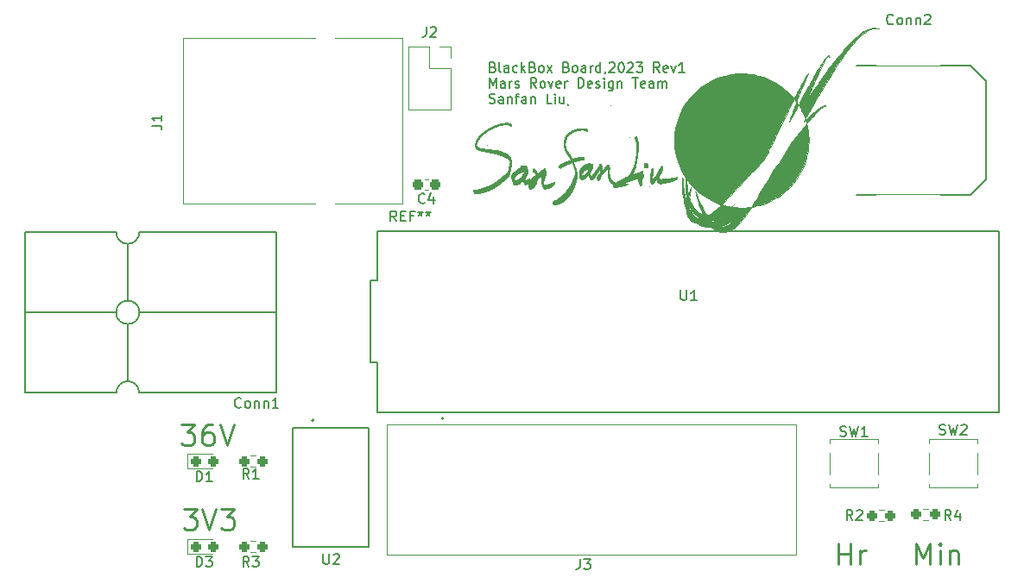
<source format=gto>
G04 #@! TF.GenerationSoftware,KiCad,Pcbnew,(6.0.8)*
G04 #@! TF.CreationDate,2022-11-19T15:58:00-06:00*
G04 #@! TF.ProjectId,BlackBox_Rev1,426c6163-6b42-46f7-985f-526576312e6b,rev?*
G04 #@! TF.SameCoordinates,Original*
G04 #@! TF.FileFunction,Legend,Top*
G04 #@! TF.FilePolarity,Positive*
%FSLAX46Y46*%
G04 Gerber Fmt 4.6, Leading zero omitted, Abs format (unit mm)*
G04 Created by KiCad (PCBNEW (6.0.8)) date 2022-11-19 15:58:00*
%MOMM*%
%LPD*%
G01*
G04 APERTURE LIST*
G04 Aperture macros list*
%AMRoundRect*
0 Rectangle with rounded corners*
0 $1 Rounding radius*
0 $2 $3 $4 $5 $6 $7 $8 $9 X,Y pos of 4 corners*
0 Add a 4 corners polygon primitive as box body*
4,1,4,$2,$3,$4,$5,$6,$7,$8,$9,$2,$3,0*
0 Add four circle primitives for the rounded corners*
1,1,$1+$1,$2,$3*
1,1,$1+$1,$4,$5*
1,1,$1+$1,$6,$7*
1,1,$1+$1,$8,$9*
0 Add four rect primitives between the rounded corners*
20,1,$1+$1,$2,$3,$4,$5,0*
20,1,$1+$1,$4,$5,$6,$7,0*
20,1,$1+$1,$6,$7,$8,$9,0*
20,1,$1+$1,$8,$9,$2,$3,0*%
G04 Aperture macros list end*
%ADD10C,0.150000*%
%ADD11C,0.228600*%
%ADD12C,0.120000*%
%ADD13C,0.010000*%
%ADD14C,0.127000*%
%ADD15C,0.200000*%
%ADD16RoundRect,0.237500X-0.287500X-0.237500X0.287500X-0.237500X0.287500X0.237500X-0.287500X0.237500X0*%
%ADD17RoundRect,0.237500X-0.250000X-0.237500X0.250000X-0.237500X0.250000X0.237500X-0.250000X0.237500X0*%
%ADD18R,1.600000X1.400000*%
%ADD19O,3.000000X5.100000*%
%ADD20RoundRect,0.237500X0.300000X0.237500X-0.300000X0.237500X-0.300000X-0.237500X0.300000X-0.237500X0*%
%ADD21C,1.100000*%
%ADD22C,1.400000*%
%ADD23C,4.000000*%
%ADD24C,2.000000*%
%ADD25R,1.358000X1.358000*%
%ADD26C,1.358000*%
%ADD27RoundRect,0.237500X0.250000X0.237500X-0.250000X0.237500X-0.250000X-0.237500X0.250000X-0.237500X0*%
%ADD28C,1.200000*%
%ADD29C,1.308000*%
%ADD30C,1.258000*%
%ADD31C,1.208000*%
%ADD32R,1.350000X1.350000*%
%ADD33O,1.350000X1.350000*%
%ADD34R,6.350000X2.540000*%
%ADD35C,10.160000*%
G04 APERTURE END LIST*
D10*
X88778357Y-56314642D02*
X88914071Y-56359880D01*
X88959309Y-56405119D01*
X89004547Y-56495595D01*
X89004547Y-56631309D01*
X88959309Y-56721785D01*
X88914071Y-56767023D01*
X88823595Y-56812261D01*
X88461690Y-56812261D01*
X88461690Y-55862261D01*
X88778357Y-55862261D01*
X88868833Y-55907500D01*
X88914071Y-55952738D01*
X88959309Y-56043214D01*
X88959309Y-56133690D01*
X88914071Y-56224166D01*
X88868833Y-56269404D01*
X88778357Y-56314642D01*
X88461690Y-56314642D01*
X89547404Y-56812261D02*
X89456928Y-56767023D01*
X89411690Y-56676547D01*
X89411690Y-55862261D01*
X90316452Y-56812261D02*
X90316452Y-56314642D01*
X90271214Y-56224166D01*
X90180738Y-56178928D01*
X89999785Y-56178928D01*
X89909309Y-56224166D01*
X90316452Y-56767023D02*
X90225976Y-56812261D01*
X89999785Y-56812261D01*
X89909309Y-56767023D01*
X89864071Y-56676547D01*
X89864071Y-56586071D01*
X89909309Y-56495595D01*
X89999785Y-56450357D01*
X90225976Y-56450357D01*
X90316452Y-56405119D01*
X91175976Y-56767023D02*
X91085500Y-56812261D01*
X90904547Y-56812261D01*
X90814071Y-56767023D01*
X90768833Y-56721785D01*
X90723595Y-56631309D01*
X90723595Y-56359880D01*
X90768833Y-56269404D01*
X90814071Y-56224166D01*
X90904547Y-56178928D01*
X91085500Y-56178928D01*
X91175976Y-56224166D01*
X91583119Y-56812261D02*
X91583119Y-55862261D01*
X91673595Y-56450357D02*
X91945023Y-56812261D01*
X91945023Y-56178928D02*
X91583119Y-56540833D01*
X92668833Y-56314642D02*
X92804547Y-56359880D01*
X92849785Y-56405119D01*
X92895023Y-56495595D01*
X92895023Y-56631309D01*
X92849785Y-56721785D01*
X92804547Y-56767023D01*
X92714071Y-56812261D01*
X92352166Y-56812261D01*
X92352166Y-55862261D01*
X92668833Y-55862261D01*
X92759309Y-55907500D01*
X92804547Y-55952738D01*
X92849785Y-56043214D01*
X92849785Y-56133690D01*
X92804547Y-56224166D01*
X92759309Y-56269404D01*
X92668833Y-56314642D01*
X92352166Y-56314642D01*
X93437880Y-56812261D02*
X93347404Y-56767023D01*
X93302166Y-56721785D01*
X93256928Y-56631309D01*
X93256928Y-56359880D01*
X93302166Y-56269404D01*
X93347404Y-56224166D01*
X93437880Y-56178928D01*
X93573595Y-56178928D01*
X93664071Y-56224166D01*
X93709309Y-56269404D01*
X93754547Y-56359880D01*
X93754547Y-56631309D01*
X93709309Y-56721785D01*
X93664071Y-56767023D01*
X93573595Y-56812261D01*
X93437880Y-56812261D01*
X94071214Y-56812261D02*
X94568833Y-56178928D01*
X94071214Y-56178928D02*
X94568833Y-56812261D01*
X95971214Y-56314642D02*
X96106928Y-56359880D01*
X96152166Y-56405119D01*
X96197404Y-56495595D01*
X96197404Y-56631309D01*
X96152166Y-56721785D01*
X96106928Y-56767023D01*
X96016452Y-56812261D01*
X95654547Y-56812261D01*
X95654547Y-55862261D01*
X95971214Y-55862261D01*
X96061690Y-55907500D01*
X96106928Y-55952738D01*
X96152166Y-56043214D01*
X96152166Y-56133690D01*
X96106928Y-56224166D01*
X96061690Y-56269404D01*
X95971214Y-56314642D01*
X95654547Y-56314642D01*
X96740261Y-56812261D02*
X96649785Y-56767023D01*
X96604547Y-56721785D01*
X96559309Y-56631309D01*
X96559309Y-56359880D01*
X96604547Y-56269404D01*
X96649785Y-56224166D01*
X96740261Y-56178928D01*
X96875976Y-56178928D01*
X96966452Y-56224166D01*
X97011690Y-56269404D01*
X97056928Y-56359880D01*
X97056928Y-56631309D01*
X97011690Y-56721785D01*
X96966452Y-56767023D01*
X96875976Y-56812261D01*
X96740261Y-56812261D01*
X97871214Y-56812261D02*
X97871214Y-56314642D01*
X97825976Y-56224166D01*
X97735500Y-56178928D01*
X97554547Y-56178928D01*
X97464071Y-56224166D01*
X97871214Y-56767023D02*
X97780738Y-56812261D01*
X97554547Y-56812261D01*
X97464071Y-56767023D01*
X97418833Y-56676547D01*
X97418833Y-56586071D01*
X97464071Y-56495595D01*
X97554547Y-56450357D01*
X97780738Y-56450357D01*
X97871214Y-56405119D01*
X98323595Y-56812261D02*
X98323595Y-56178928D01*
X98323595Y-56359880D02*
X98368833Y-56269404D01*
X98414071Y-56224166D01*
X98504547Y-56178928D01*
X98595023Y-56178928D01*
X99318833Y-56812261D02*
X99318833Y-55862261D01*
X99318833Y-56767023D02*
X99228357Y-56812261D01*
X99047404Y-56812261D01*
X98956928Y-56767023D01*
X98911690Y-56721785D01*
X98866452Y-56631309D01*
X98866452Y-56359880D01*
X98911690Y-56269404D01*
X98956928Y-56224166D01*
X99047404Y-56178928D01*
X99228357Y-56178928D01*
X99318833Y-56224166D01*
X99816452Y-56767023D02*
X99816452Y-56812261D01*
X99771214Y-56902738D01*
X99725976Y-56947976D01*
X100178357Y-55952738D02*
X100223595Y-55907500D01*
X100314071Y-55862261D01*
X100540261Y-55862261D01*
X100630738Y-55907500D01*
X100675976Y-55952738D01*
X100721214Y-56043214D01*
X100721214Y-56133690D01*
X100675976Y-56269404D01*
X100133119Y-56812261D01*
X100721214Y-56812261D01*
X101309309Y-55862261D02*
X101399785Y-55862261D01*
X101490261Y-55907500D01*
X101535500Y-55952738D01*
X101580738Y-56043214D01*
X101625976Y-56224166D01*
X101625976Y-56450357D01*
X101580738Y-56631309D01*
X101535500Y-56721785D01*
X101490261Y-56767023D01*
X101399785Y-56812261D01*
X101309309Y-56812261D01*
X101218833Y-56767023D01*
X101173595Y-56721785D01*
X101128357Y-56631309D01*
X101083119Y-56450357D01*
X101083119Y-56224166D01*
X101128357Y-56043214D01*
X101173595Y-55952738D01*
X101218833Y-55907500D01*
X101309309Y-55862261D01*
X101987880Y-55952738D02*
X102033119Y-55907500D01*
X102123595Y-55862261D01*
X102349785Y-55862261D01*
X102440261Y-55907500D01*
X102485500Y-55952738D01*
X102530738Y-56043214D01*
X102530738Y-56133690D01*
X102485500Y-56269404D01*
X101942642Y-56812261D01*
X102530738Y-56812261D01*
X102847404Y-55862261D02*
X103435500Y-55862261D01*
X103118833Y-56224166D01*
X103254547Y-56224166D01*
X103345023Y-56269404D01*
X103390261Y-56314642D01*
X103435500Y-56405119D01*
X103435500Y-56631309D01*
X103390261Y-56721785D01*
X103345023Y-56767023D01*
X103254547Y-56812261D01*
X102983119Y-56812261D01*
X102892642Y-56767023D01*
X102847404Y-56721785D01*
X105109309Y-56812261D02*
X104792642Y-56359880D01*
X104566452Y-56812261D02*
X104566452Y-55862261D01*
X104928357Y-55862261D01*
X105018833Y-55907500D01*
X105064071Y-55952738D01*
X105109309Y-56043214D01*
X105109309Y-56178928D01*
X105064071Y-56269404D01*
X105018833Y-56314642D01*
X104928357Y-56359880D01*
X104566452Y-56359880D01*
X105878357Y-56767023D02*
X105787880Y-56812261D01*
X105606928Y-56812261D01*
X105516452Y-56767023D01*
X105471214Y-56676547D01*
X105471214Y-56314642D01*
X105516452Y-56224166D01*
X105606928Y-56178928D01*
X105787880Y-56178928D01*
X105878357Y-56224166D01*
X105923595Y-56314642D01*
X105923595Y-56405119D01*
X105471214Y-56495595D01*
X106240261Y-56178928D02*
X106466452Y-56812261D01*
X106692642Y-56178928D01*
X107552166Y-56812261D02*
X107009309Y-56812261D01*
X107280738Y-56812261D02*
X107280738Y-55862261D01*
X107190261Y-55997976D01*
X107099785Y-56088452D01*
X107009309Y-56133690D01*
X88461690Y-58341761D02*
X88461690Y-57391761D01*
X88778357Y-58070333D01*
X89095023Y-57391761D01*
X89095023Y-58341761D01*
X89954547Y-58341761D02*
X89954547Y-57844142D01*
X89909309Y-57753666D01*
X89818833Y-57708428D01*
X89637880Y-57708428D01*
X89547404Y-57753666D01*
X89954547Y-58296523D02*
X89864071Y-58341761D01*
X89637880Y-58341761D01*
X89547404Y-58296523D01*
X89502166Y-58206047D01*
X89502166Y-58115571D01*
X89547404Y-58025095D01*
X89637880Y-57979857D01*
X89864071Y-57979857D01*
X89954547Y-57934619D01*
X90406928Y-58341761D02*
X90406928Y-57708428D01*
X90406928Y-57889380D02*
X90452166Y-57798904D01*
X90497404Y-57753666D01*
X90587880Y-57708428D01*
X90678357Y-57708428D01*
X90949785Y-58296523D02*
X91040261Y-58341761D01*
X91221214Y-58341761D01*
X91311690Y-58296523D01*
X91356928Y-58206047D01*
X91356928Y-58160809D01*
X91311690Y-58070333D01*
X91221214Y-58025095D01*
X91085500Y-58025095D01*
X90995023Y-57979857D01*
X90949785Y-57889380D01*
X90949785Y-57844142D01*
X90995023Y-57753666D01*
X91085500Y-57708428D01*
X91221214Y-57708428D01*
X91311690Y-57753666D01*
X93030738Y-58341761D02*
X92714071Y-57889380D01*
X92487880Y-58341761D02*
X92487880Y-57391761D01*
X92849785Y-57391761D01*
X92940261Y-57437000D01*
X92985500Y-57482238D01*
X93030738Y-57572714D01*
X93030738Y-57708428D01*
X92985500Y-57798904D01*
X92940261Y-57844142D01*
X92849785Y-57889380D01*
X92487880Y-57889380D01*
X93573595Y-58341761D02*
X93483119Y-58296523D01*
X93437880Y-58251285D01*
X93392642Y-58160809D01*
X93392642Y-57889380D01*
X93437880Y-57798904D01*
X93483119Y-57753666D01*
X93573595Y-57708428D01*
X93709309Y-57708428D01*
X93799785Y-57753666D01*
X93845023Y-57798904D01*
X93890261Y-57889380D01*
X93890261Y-58160809D01*
X93845023Y-58251285D01*
X93799785Y-58296523D01*
X93709309Y-58341761D01*
X93573595Y-58341761D01*
X94206928Y-57708428D02*
X94433119Y-58341761D01*
X94659309Y-57708428D01*
X95383119Y-58296523D02*
X95292642Y-58341761D01*
X95111690Y-58341761D01*
X95021214Y-58296523D01*
X94975976Y-58206047D01*
X94975976Y-57844142D01*
X95021214Y-57753666D01*
X95111690Y-57708428D01*
X95292642Y-57708428D01*
X95383119Y-57753666D01*
X95428357Y-57844142D01*
X95428357Y-57934619D01*
X94975976Y-58025095D01*
X95835500Y-58341761D02*
X95835500Y-57708428D01*
X95835500Y-57889380D02*
X95880738Y-57798904D01*
X95925976Y-57753666D01*
X96016452Y-57708428D01*
X96106928Y-57708428D01*
X97147404Y-58341761D02*
X97147404Y-57391761D01*
X97373595Y-57391761D01*
X97509309Y-57437000D01*
X97599785Y-57527476D01*
X97645023Y-57617952D01*
X97690261Y-57798904D01*
X97690261Y-57934619D01*
X97645023Y-58115571D01*
X97599785Y-58206047D01*
X97509309Y-58296523D01*
X97373595Y-58341761D01*
X97147404Y-58341761D01*
X98459309Y-58296523D02*
X98368833Y-58341761D01*
X98187880Y-58341761D01*
X98097404Y-58296523D01*
X98052166Y-58206047D01*
X98052166Y-57844142D01*
X98097404Y-57753666D01*
X98187880Y-57708428D01*
X98368833Y-57708428D01*
X98459309Y-57753666D01*
X98504547Y-57844142D01*
X98504547Y-57934619D01*
X98052166Y-58025095D01*
X98866452Y-58296523D02*
X98956928Y-58341761D01*
X99137880Y-58341761D01*
X99228357Y-58296523D01*
X99273595Y-58206047D01*
X99273595Y-58160809D01*
X99228357Y-58070333D01*
X99137880Y-58025095D01*
X99002166Y-58025095D01*
X98911690Y-57979857D01*
X98866452Y-57889380D01*
X98866452Y-57844142D01*
X98911690Y-57753666D01*
X99002166Y-57708428D01*
X99137880Y-57708428D01*
X99228357Y-57753666D01*
X99680738Y-58341761D02*
X99680738Y-57708428D01*
X99680738Y-57391761D02*
X99635500Y-57437000D01*
X99680738Y-57482238D01*
X99725976Y-57437000D01*
X99680738Y-57391761D01*
X99680738Y-57482238D01*
X100540261Y-57708428D02*
X100540261Y-58477476D01*
X100495023Y-58567952D01*
X100449785Y-58613190D01*
X100359309Y-58658428D01*
X100223595Y-58658428D01*
X100133119Y-58613190D01*
X100540261Y-58296523D02*
X100449785Y-58341761D01*
X100268833Y-58341761D01*
X100178357Y-58296523D01*
X100133119Y-58251285D01*
X100087880Y-58160809D01*
X100087880Y-57889380D01*
X100133119Y-57798904D01*
X100178357Y-57753666D01*
X100268833Y-57708428D01*
X100449785Y-57708428D01*
X100540261Y-57753666D01*
X100992642Y-57708428D02*
X100992642Y-58341761D01*
X100992642Y-57798904D02*
X101037880Y-57753666D01*
X101128357Y-57708428D01*
X101264071Y-57708428D01*
X101354547Y-57753666D01*
X101399785Y-57844142D01*
X101399785Y-58341761D01*
X102440261Y-57391761D02*
X102983119Y-57391761D01*
X102711690Y-58341761D02*
X102711690Y-57391761D01*
X103661690Y-58296523D02*
X103571214Y-58341761D01*
X103390261Y-58341761D01*
X103299785Y-58296523D01*
X103254547Y-58206047D01*
X103254547Y-57844142D01*
X103299785Y-57753666D01*
X103390261Y-57708428D01*
X103571214Y-57708428D01*
X103661690Y-57753666D01*
X103706928Y-57844142D01*
X103706928Y-57934619D01*
X103254547Y-58025095D01*
X104521214Y-58341761D02*
X104521214Y-57844142D01*
X104475976Y-57753666D01*
X104385500Y-57708428D01*
X104204547Y-57708428D01*
X104114071Y-57753666D01*
X104521214Y-58296523D02*
X104430738Y-58341761D01*
X104204547Y-58341761D01*
X104114071Y-58296523D01*
X104068833Y-58206047D01*
X104068833Y-58115571D01*
X104114071Y-58025095D01*
X104204547Y-57979857D01*
X104430738Y-57979857D01*
X104521214Y-57934619D01*
X104973595Y-58341761D02*
X104973595Y-57708428D01*
X104973595Y-57798904D02*
X105018833Y-57753666D01*
X105109309Y-57708428D01*
X105245023Y-57708428D01*
X105335500Y-57753666D01*
X105380738Y-57844142D01*
X105380738Y-58341761D01*
X105380738Y-57844142D02*
X105425976Y-57753666D01*
X105516452Y-57708428D01*
X105652166Y-57708428D01*
X105742642Y-57753666D01*
X105787880Y-57844142D01*
X105787880Y-58341761D01*
X88416452Y-59826023D02*
X88552166Y-59871261D01*
X88778357Y-59871261D01*
X88868833Y-59826023D01*
X88914071Y-59780785D01*
X88959309Y-59690309D01*
X88959309Y-59599833D01*
X88914071Y-59509357D01*
X88868833Y-59464119D01*
X88778357Y-59418880D01*
X88597404Y-59373642D01*
X88506928Y-59328404D01*
X88461690Y-59283166D01*
X88416452Y-59192690D01*
X88416452Y-59102214D01*
X88461690Y-59011738D01*
X88506928Y-58966500D01*
X88597404Y-58921261D01*
X88823595Y-58921261D01*
X88959309Y-58966500D01*
X89773595Y-59871261D02*
X89773595Y-59373642D01*
X89728357Y-59283166D01*
X89637880Y-59237928D01*
X89456928Y-59237928D01*
X89366452Y-59283166D01*
X89773595Y-59826023D02*
X89683119Y-59871261D01*
X89456928Y-59871261D01*
X89366452Y-59826023D01*
X89321214Y-59735547D01*
X89321214Y-59645071D01*
X89366452Y-59554595D01*
X89456928Y-59509357D01*
X89683119Y-59509357D01*
X89773595Y-59464119D01*
X90225976Y-59237928D02*
X90225976Y-59871261D01*
X90225976Y-59328404D02*
X90271214Y-59283166D01*
X90361690Y-59237928D01*
X90497404Y-59237928D01*
X90587880Y-59283166D01*
X90633119Y-59373642D01*
X90633119Y-59871261D01*
X90949785Y-59237928D02*
X91311690Y-59237928D01*
X91085500Y-59871261D02*
X91085500Y-59056976D01*
X91130738Y-58966500D01*
X91221214Y-58921261D01*
X91311690Y-58921261D01*
X92035500Y-59871261D02*
X92035500Y-59373642D01*
X91990261Y-59283166D01*
X91899785Y-59237928D01*
X91718833Y-59237928D01*
X91628357Y-59283166D01*
X92035500Y-59826023D02*
X91945023Y-59871261D01*
X91718833Y-59871261D01*
X91628357Y-59826023D01*
X91583119Y-59735547D01*
X91583119Y-59645071D01*
X91628357Y-59554595D01*
X91718833Y-59509357D01*
X91945023Y-59509357D01*
X92035500Y-59464119D01*
X92487880Y-59237928D02*
X92487880Y-59871261D01*
X92487880Y-59328404D02*
X92533119Y-59283166D01*
X92623595Y-59237928D01*
X92759309Y-59237928D01*
X92849785Y-59283166D01*
X92895023Y-59373642D01*
X92895023Y-59871261D01*
X94523595Y-59871261D02*
X94071214Y-59871261D01*
X94071214Y-58921261D01*
X94840261Y-59871261D02*
X94840261Y-59237928D01*
X94840261Y-58921261D02*
X94795023Y-58966500D01*
X94840261Y-59011738D01*
X94885500Y-58966500D01*
X94840261Y-58921261D01*
X94840261Y-59011738D01*
X95699785Y-59237928D02*
X95699785Y-59871261D01*
X95292642Y-59237928D02*
X95292642Y-59735547D01*
X95337880Y-59826023D01*
X95428357Y-59871261D01*
X95564071Y-59871261D01*
X95654547Y-59826023D01*
X95699785Y-59780785D01*
D11*
X122636038Y-105110038D02*
X122636038Y-103078038D01*
X122636038Y-104045657D02*
X123797180Y-104045657D01*
X123797180Y-105110038D02*
X123797180Y-103078038D01*
X124764800Y-105110038D02*
X124764800Y-103755371D01*
X124764800Y-104142419D02*
X124861561Y-103948895D01*
X124958323Y-103852133D01*
X125151847Y-103755371D01*
X125345371Y-103755371D01*
X130280228Y-105110038D02*
X130280228Y-103078038D01*
X130957561Y-104529466D01*
X131634895Y-103078038D01*
X131634895Y-105110038D01*
X132602514Y-105110038D02*
X132602514Y-103755371D01*
X132602514Y-103078038D02*
X132505752Y-103174800D01*
X132602514Y-103271561D01*
X132699276Y-103174800D01*
X132602514Y-103078038D01*
X132602514Y-103271561D01*
X133570133Y-103755371D02*
X133570133Y-105110038D01*
X133570133Y-103948895D02*
X133666895Y-103852133D01*
X133860419Y-103755371D01*
X134150704Y-103755371D01*
X134344228Y-103852133D01*
X134440990Y-104045657D01*
X134440990Y-105110038D01*
X58444190Y-99674438D02*
X59702095Y-99674438D01*
X59024761Y-100448533D01*
X59315047Y-100448533D01*
X59508571Y-100545295D01*
X59605333Y-100642057D01*
X59702095Y-100835580D01*
X59702095Y-101319390D01*
X59605333Y-101512914D01*
X59508571Y-101609676D01*
X59315047Y-101706438D01*
X58734476Y-101706438D01*
X58540952Y-101609676D01*
X58444190Y-101512914D01*
X60282666Y-99674438D02*
X60960000Y-101706438D01*
X61637333Y-99674438D01*
X62121142Y-99674438D02*
X63379047Y-99674438D01*
X62701714Y-100448533D01*
X62992000Y-100448533D01*
X63185523Y-100545295D01*
X63282285Y-100642057D01*
X63379047Y-100835580D01*
X63379047Y-101319390D01*
X63282285Y-101512914D01*
X63185523Y-101609676D01*
X62992000Y-101706438D01*
X62411428Y-101706438D01*
X62217904Y-101609676D01*
X62121142Y-101512914D01*
X58240990Y-91394038D02*
X59498895Y-91394038D01*
X58821561Y-92168133D01*
X59111847Y-92168133D01*
X59305371Y-92264895D01*
X59402133Y-92361657D01*
X59498895Y-92555180D01*
X59498895Y-93038990D01*
X59402133Y-93232514D01*
X59305371Y-93329276D01*
X59111847Y-93426038D01*
X58531276Y-93426038D01*
X58337752Y-93329276D01*
X58240990Y-93232514D01*
X61240609Y-91394038D02*
X60853561Y-91394038D01*
X60660038Y-91490800D01*
X60563276Y-91587561D01*
X60369752Y-91877847D01*
X60272990Y-92264895D01*
X60272990Y-93038990D01*
X60369752Y-93232514D01*
X60466514Y-93329276D01*
X60660038Y-93426038D01*
X61047085Y-93426038D01*
X61240609Y-93329276D01*
X61337371Y-93232514D01*
X61434133Y-93038990D01*
X61434133Y-92555180D01*
X61337371Y-92361657D01*
X61240609Y-92264895D01*
X61047085Y-92168133D01*
X60660038Y-92168133D01*
X60466514Y-92264895D01*
X60369752Y-92361657D01*
X60272990Y-92555180D01*
X62014704Y-91394038D02*
X62692038Y-93426038D01*
X63369371Y-91394038D01*
D10*
X59713904Y-105354380D02*
X59713904Y-104354380D01*
X59952000Y-104354380D01*
X60094857Y-104402000D01*
X60190095Y-104497238D01*
X60237714Y-104592476D01*
X60285333Y-104782952D01*
X60285333Y-104925809D01*
X60237714Y-105116285D01*
X60190095Y-105211523D01*
X60094857Y-105306761D01*
X59952000Y-105354380D01*
X59713904Y-105354380D01*
X60618666Y-104354380D02*
X61237714Y-104354380D01*
X60904380Y-104735333D01*
X61047238Y-104735333D01*
X61142476Y-104782952D01*
X61190095Y-104830571D01*
X61237714Y-104925809D01*
X61237714Y-105163904D01*
X61190095Y-105259142D01*
X61142476Y-105306761D01*
X61047238Y-105354380D01*
X60761523Y-105354380D01*
X60666285Y-105306761D01*
X60618666Y-105259142D01*
X133691333Y-100782380D02*
X133358000Y-100306190D01*
X133119904Y-100782380D02*
X133119904Y-99782380D01*
X133500857Y-99782380D01*
X133596095Y-99830000D01*
X133643714Y-99877619D01*
X133691333Y-99972857D01*
X133691333Y-100115714D01*
X133643714Y-100210952D01*
X133596095Y-100258571D01*
X133500857Y-100306190D01*
X133119904Y-100306190D01*
X134548476Y-100115714D02*
X134548476Y-100782380D01*
X134310380Y-99734761D02*
X134072285Y-100449047D01*
X134691333Y-100449047D01*
X64857333Y-105354380D02*
X64524000Y-104878190D01*
X64285904Y-105354380D02*
X64285904Y-104354380D01*
X64666857Y-104354380D01*
X64762095Y-104402000D01*
X64809714Y-104449619D01*
X64857333Y-104544857D01*
X64857333Y-104687714D01*
X64809714Y-104782952D01*
X64762095Y-104830571D01*
X64666857Y-104878190D01*
X64285904Y-104878190D01*
X65190666Y-104354380D02*
X65809714Y-104354380D01*
X65476380Y-104735333D01*
X65619238Y-104735333D01*
X65714476Y-104782952D01*
X65762095Y-104830571D01*
X65809714Y-104925809D01*
X65809714Y-105163904D01*
X65762095Y-105259142D01*
X65714476Y-105306761D01*
X65619238Y-105354380D01*
X65333523Y-105354380D01*
X65238285Y-105306761D01*
X65190666Y-105259142D01*
X122828666Y-92505161D02*
X122971523Y-92552780D01*
X123209619Y-92552780D01*
X123304857Y-92505161D01*
X123352476Y-92457542D01*
X123400095Y-92362304D01*
X123400095Y-92267066D01*
X123352476Y-92171828D01*
X123304857Y-92124209D01*
X123209619Y-92076590D01*
X123019142Y-92028971D01*
X122923904Y-91981352D01*
X122876285Y-91933733D01*
X122828666Y-91838495D01*
X122828666Y-91743257D01*
X122876285Y-91648019D01*
X122923904Y-91600400D01*
X123019142Y-91552780D01*
X123257238Y-91552780D01*
X123400095Y-91600400D01*
X123733428Y-91552780D02*
X123971523Y-92552780D01*
X124162000Y-91838495D01*
X124352476Y-92552780D01*
X124590571Y-91552780D01*
X125495333Y-92552780D02*
X124923904Y-92552780D01*
X125209619Y-92552780D02*
X125209619Y-91552780D01*
X125114380Y-91695638D01*
X125019142Y-91790876D01*
X124923904Y-91838495D01*
X64070790Y-89661142D02*
X64023171Y-89708761D01*
X63880314Y-89756380D01*
X63785076Y-89756380D01*
X63642219Y-89708761D01*
X63546980Y-89613523D01*
X63499361Y-89518285D01*
X63451742Y-89327809D01*
X63451742Y-89184952D01*
X63499361Y-88994476D01*
X63546980Y-88899238D01*
X63642219Y-88804000D01*
X63785076Y-88756380D01*
X63880314Y-88756380D01*
X64023171Y-88804000D01*
X64070790Y-88851619D01*
X64642219Y-89756380D02*
X64546980Y-89708761D01*
X64499361Y-89661142D01*
X64451742Y-89565904D01*
X64451742Y-89280190D01*
X64499361Y-89184952D01*
X64546980Y-89137333D01*
X64642219Y-89089714D01*
X64785076Y-89089714D01*
X64880314Y-89137333D01*
X64927933Y-89184952D01*
X64975552Y-89280190D01*
X64975552Y-89565904D01*
X64927933Y-89661142D01*
X64880314Y-89708761D01*
X64785076Y-89756380D01*
X64642219Y-89756380D01*
X65404123Y-89089714D02*
X65404123Y-89756380D01*
X65404123Y-89184952D02*
X65451742Y-89137333D01*
X65546980Y-89089714D01*
X65689838Y-89089714D01*
X65785076Y-89137333D01*
X65832695Y-89232571D01*
X65832695Y-89756380D01*
X66308885Y-89089714D02*
X66308885Y-89756380D01*
X66308885Y-89184952D02*
X66356504Y-89137333D01*
X66451742Y-89089714D01*
X66594600Y-89089714D01*
X66689838Y-89137333D01*
X66737457Y-89232571D01*
X66737457Y-89756380D01*
X67737457Y-89756380D02*
X67166028Y-89756380D01*
X67451742Y-89756380D02*
X67451742Y-88756380D01*
X67356504Y-88899238D01*
X67261266Y-88994476D01*
X67166028Y-89042095D01*
X82083333Y-69603142D02*
X82035714Y-69650761D01*
X81892857Y-69698380D01*
X81797619Y-69698380D01*
X81654761Y-69650761D01*
X81559523Y-69555523D01*
X81511904Y-69460285D01*
X81464285Y-69269809D01*
X81464285Y-69126952D01*
X81511904Y-68936476D01*
X81559523Y-68841238D01*
X81654761Y-68746000D01*
X81797619Y-68698380D01*
X81892857Y-68698380D01*
X82035714Y-68746000D01*
X82083333Y-68793619D01*
X82940476Y-69031714D02*
X82940476Y-69698380D01*
X82702380Y-68650761D02*
X82464285Y-69365047D01*
X83083333Y-69365047D01*
X55294380Y-62053333D02*
X56008666Y-62053333D01*
X56151523Y-62100952D01*
X56246761Y-62196190D01*
X56294380Y-62339047D01*
X56294380Y-62434285D01*
X56294380Y-61053333D02*
X56294380Y-61624761D01*
X56294380Y-61339047D02*
X55294380Y-61339047D01*
X55437238Y-61434285D01*
X55532476Y-61529523D01*
X55580095Y-61624761D01*
X59713904Y-96972380D02*
X59713904Y-95972380D01*
X59952000Y-95972380D01*
X60094857Y-96020000D01*
X60190095Y-96115238D01*
X60237714Y-96210476D01*
X60285333Y-96400952D01*
X60285333Y-96543809D01*
X60237714Y-96734285D01*
X60190095Y-96829523D01*
X60094857Y-96924761D01*
X59952000Y-96972380D01*
X59713904Y-96972380D01*
X61237714Y-96972380D02*
X60666285Y-96972380D01*
X60952000Y-96972380D02*
X60952000Y-95972380D01*
X60856761Y-96115238D01*
X60761523Y-96210476D01*
X60666285Y-96258095D01*
X72136095Y-104100380D02*
X72136095Y-104909904D01*
X72183714Y-105005142D01*
X72231333Y-105052761D01*
X72326571Y-105100380D01*
X72517047Y-105100380D01*
X72612285Y-105052761D01*
X72659904Y-105005142D01*
X72707523Y-104909904D01*
X72707523Y-104100380D01*
X73136095Y-104195619D02*
X73183714Y-104148000D01*
X73278952Y-104100380D01*
X73517047Y-104100380D01*
X73612285Y-104148000D01*
X73659904Y-104195619D01*
X73707523Y-104290857D01*
X73707523Y-104386095D01*
X73659904Y-104528952D01*
X73088476Y-105100380D01*
X73707523Y-105100380D01*
X64857333Y-96718380D02*
X64524000Y-96242190D01*
X64285904Y-96718380D02*
X64285904Y-95718380D01*
X64666857Y-95718380D01*
X64762095Y-95766000D01*
X64809714Y-95813619D01*
X64857333Y-95908857D01*
X64857333Y-96051714D01*
X64809714Y-96146952D01*
X64762095Y-96194571D01*
X64666857Y-96242190D01*
X64285904Y-96242190D01*
X65809714Y-96718380D02*
X65238285Y-96718380D01*
X65524000Y-96718380D02*
X65524000Y-95718380D01*
X65428761Y-95861238D01*
X65333523Y-95956476D01*
X65238285Y-96004095D01*
X124039333Y-100782380D02*
X123706000Y-100306190D01*
X123467904Y-100782380D02*
X123467904Y-99782380D01*
X123848857Y-99782380D01*
X123944095Y-99830000D01*
X123991714Y-99877619D01*
X124039333Y-99972857D01*
X124039333Y-100115714D01*
X123991714Y-100210952D01*
X123944095Y-100258571D01*
X123848857Y-100306190D01*
X123467904Y-100306190D01*
X124420285Y-99877619D02*
X124467904Y-99830000D01*
X124563142Y-99782380D01*
X124801238Y-99782380D01*
X124896476Y-99830000D01*
X124944095Y-99877619D01*
X124991714Y-99972857D01*
X124991714Y-100068095D01*
X124944095Y-100210952D01*
X124372666Y-100782380D01*
X124991714Y-100782380D01*
X132568666Y-92352761D02*
X132711523Y-92400380D01*
X132949619Y-92400380D01*
X133044857Y-92352761D01*
X133092476Y-92305142D01*
X133140095Y-92209904D01*
X133140095Y-92114666D01*
X133092476Y-92019428D01*
X133044857Y-91971809D01*
X132949619Y-91924190D01*
X132759142Y-91876571D01*
X132663904Y-91828952D01*
X132616285Y-91781333D01*
X132568666Y-91686095D01*
X132568666Y-91590857D01*
X132616285Y-91495619D01*
X132663904Y-91448000D01*
X132759142Y-91400380D01*
X132997238Y-91400380D01*
X133140095Y-91448000D01*
X133473428Y-91400380D02*
X133711523Y-92400380D01*
X133902000Y-91686095D01*
X134092476Y-92400380D01*
X134330571Y-91400380D01*
X134663904Y-91495619D02*
X134711523Y-91448000D01*
X134806761Y-91400380D01*
X135044857Y-91400380D01*
X135140095Y-91448000D01*
X135187714Y-91495619D01*
X135235333Y-91590857D01*
X135235333Y-91686095D01*
X135187714Y-91828952D01*
X134616285Y-92400380D01*
X135235333Y-92400380D01*
X97304266Y-104608380D02*
X97304266Y-105322666D01*
X97256647Y-105465523D01*
X97161409Y-105560761D01*
X97018552Y-105608380D01*
X96923314Y-105608380D01*
X97685219Y-104608380D02*
X98304266Y-104608380D01*
X97970933Y-104989333D01*
X98113790Y-104989333D01*
X98209028Y-105036952D01*
X98256647Y-105084571D01*
X98304266Y-105179809D01*
X98304266Y-105417904D01*
X98256647Y-105513142D01*
X98209028Y-105560761D01*
X98113790Y-105608380D01*
X97828076Y-105608380D01*
X97732838Y-105560761D01*
X97685219Y-105513142D01*
X107188095Y-78192380D02*
X107188095Y-79001904D01*
X107235714Y-79097142D01*
X107283333Y-79144761D01*
X107378571Y-79192380D01*
X107569047Y-79192380D01*
X107664285Y-79144761D01*
X107711904Y-79097142D01*
X107759523Y-79001904D01*
X107759523Y-78192380D01*
X108759523Y-79192380D02*
X108188095Y-79192380D01*
X108473809Y-79192380D02*
X108473809Y-78192380D01*
X108378571Y-78335238D01*
X108283333Y-78430476D01*
X108188095Y-78478095D01*
X79311666Y-71437380D02*
X78978333Y-70961190D01*
X78740238Y-71437380D02*
X78740238Y-70437380D01*
X79121190Y-70437380D01*
X79216428Y-70485000D01*
X79264047Y-70532619D01*
X79311666Y-70627857D01*
X79311666Y-70770714D01*
X79264047Y-70865952D01*
X79216428Y-70913571D01*
X79121190Y-70961190D01*
X78740238Y-70961190D01*
X79740238Y-70913571D02*
X80073571Y-70913571D01*
X80216428Y-71437380D02*
X79740238Y-71437380D01*
X79740238Y-70437380D01*
X80216428Y-70437380D01*
X80978333Y-70913571D02*
X80645000Y-70913571D01*
X80645000Y-71437380D02*
X80645000Y-70437380D01*
X81121190Y-70437380D01*
X81645000Y-70437380D02*
X81645000Y-70675476D01*
X81406904Y-70580238D02*
X81645000Y-70675476D01*
X81883095Y-70580238D01*
X81502142Y-70865952D02*
X81645000Y-70675476D01*
X81787857Y-70865952D01*
X82406904Y-70437380D02*
X82406904Y-70675476D01*
X82168809Y-70580238D02*
X82406904Y-70675476D01*
X82645000Y-70580238D01*
X82264047Y-70865952D02*
X82406904Y-70675476D01*
X82549761Y-70865952D01*
X82216666Y-52356380D02*
X82216666Y-53070666D01*
X82169047Y-53213523D01*
X82073809Y-53308761D01*
X81930952Y-53356380D01*
X81835714Y-53356380D01*
X82645238Y-52451619D02*
X82692857Y-52404000D01*
X82788095Y-52356380D01*
X83026190Y-52356380D01*
X83121428Y-52404000D01*
X83169047Y-52451619D01*
X83216666Y-52546857D01*
X83216666Y-52642095D01*
X83169047Y-52784952D01*
X82597619Y-53356380D01*
X83216666Y-53356380D01*
X128016190Y-52046142D02*
X127968571Y-52093761D01*
X127825714Y-52141380D01*
X127730476Y-52141380D01*
X127587619Y-52093761D01*
X127492380Y-51998523D01*
X127444761Y-51903285D01*
X127397142Y-51712809D01*
X127397142Y-51569952D01*
X127444761Y-51379476D01*
X127492380Y-51284238D01*
X127587619Y-51189000D01*
X127730476Y-51141380D01*
X127825714Y-51141380D01*
X127968571Y-51189000D01*
X128016190Y-51236619D01*
X128587619Y-52141380D02*
X128492380Y-52093761D01*
X128444761Y-52046142D01*
X128397142Y-51950904D01*
X128397142Y-51665190D01*
X128444761Y-51569952D01*
X128492380Y-51522333D01*
X128587619Y-51474714D01*
X128730476Y-51474714D01*
X128825714Y-51522333D01*
X128873333Y-51569952D01*
X128920952Y-51665190D01*
X128920952Y-51950904D01*
X128873333Y-52046142D01*
X128825714Y-52093761D01*
X128730476Y-52141380D01*
X128587619Y-52141380D01*
X129349523Y-51474714D02*
X129349523Y-52141380D01*
X129349523Y-51569952D02*
X129397142Y-51522333D01*
X129492380Y-51474714D01*
X129635238Y-51474714D01*
X129730476Y-51522333D01*
X129778095Y-51617571D01*
X129778095Y-52141380D01*
X130254285Y-51474714D02*
X130254285Y-52141380D01*
X130254285Y-51569952D02*
X130301904Y-51522333D01*
X130397142Y-51474714D01*
X130540000Y-51474714D01*
X130635238Y-51522333D01*
X130682857Y-51617571D01*
X130682857Y-52141380D01*
X131111428Y-51236619D02*
X131159047Y-51189000D01*
X131254285Y-51141380D01*
X131492380Y-51141380D01*
X131587619Y-51189000D01*
X131635238Y-51236619D01*
X131682857Y-51331857D01*
X131682857Y-51427095D01*
X131635238Y-51569952D01*
X131063809Y-52141380D01*
X131682857Y-52141380D01*
D12*
X58829500Y-104113000D02*
X61289500Y-104113000D01*
X58829500Y-102643000D02*
X58829500Y-104113000D01*
X61289500Y-102643000D02*
X58829500Y-102643000D01*
X130959776Y-100750900D02*
X131469224Y-100750900D01*
X130959776Y-99705900D02*
X131469224Y-99705900D01*
X65023276Y-103900500D02*
X65532724Y-103900500D01*
X65023276Y-102855500D02*
X65532724Y-102855500D01*
X126532000Y-92856000D02*
X121792000Y-92856000D01*
X121792000Y-92856000D02*
X121792000Y-93256000D01*
X121792000Y-94196000D02*
X121792000Y-96256000D01*
X121792000Y-97596000D02*
X121792000Y-97196000D01*
X126532000Y-97596000D02*
X126532000Y-97196000D01*
X126532000Y-92856000D02*
X126532000Y-93256000D01*
X126532000Y-97596000D02*
X121792000Y-97596000D01*
X126532000Y-94196000D02*
X126532000Y-96256000D01*
D10*
X52959000Y-85953600D02*
X52959000Y-87122000D01*
X55245000Y-80391000D02*
X54102000Y-80391000D01*
X52959000Y-82677000D02*
X52959000Y-81534000D01*
X51816000Y-72517000D02*
X50596800Y-72517000D01*
X50673000Y-88265000D02*
X42926000Y-88265000D01*
X55245000Y-88265000D02*
X67538600Y-88265000D01*
X52959000Y-82677000D02*
X52959000Y-85979000D01*
X42926000Y-72517000D02*
X50673000Y-72517000D01*
X55270400Y-88265000D02*
X54076600Y-88265000D01*
X52959000Y-78105000D02*
X52959000Y-79248000D01*
X55245000Y-72517000D02*
X67538600Y-72517000D01*
X52959000Y-73660000D02*
X52959000Y-74828400D01*
X67538600Y-72517000D02*
X67538600Y-88265000D01*
X55245000Y-80391000D02*
X67538600Y-80391000D01*
X42900600Y-72517000D02*
X42900600Y-88265000D01*
X42926000Y-80365600D02*
X51816000Y-80365600D01*
X50647600Y-88265000D02*
X51816000Y-88265000D01*
X52959000Y-78105000D02*
X52959000Y-74828400D01*
X55219600Y-72517000D02*
X54127400Y-72517000D01*
X52959000Y-87147400D02*
G75*
G03*
X51841400Y-88265000I-2J-1117598D01*
G01*
X54076600Y-88265000D02*
G75*
G03*
X52959000Y-87147400I-1117598J2D01*
G01*
X51816000Y-72517000D02*
G75*
G03*
X52959000Y-73660000I1143000J0D01*
G01*
X52959000Y-73660000D02*
G75*
G03*
X54102000Y-72517000I0J1143000D01*
G01*
X54102000Y-80391000D02*
G75*
G03*
X54102000Y-80391000I-1143000J0D01*
G01*
D12*
X82396267Y-67306000D02*
X82103733Y-67306000D01*
X82396267Y-68326000D02*
X82103733Y-68326000D01*
G36*
X126279896Y-52473364D02*
G01*
X126411117Y-52492290D01*
X126517956Y-52523351D01*
X126534253Y-52530407D01*
X126599655Y-52560715D01*
X126539513Y-52550541D01*
X126330196Y-52527066D01*
X126134137Y-52528629D01*
X125960244Y-52555134D01*
X125953063Y-52556916D01*
X125750424Y-52623555D01*
X125539259Y-52723412D01*
X125318850Y-52857073D01*
X125088476Y-53025123D01*
X124847416Y-53228149D01*
X124594951Y-53466738D01*
X124330360Y-53741476D01*
X124052922Y-54052949D01*
X123914674Y-54216039D01*
X123786595Y-54370726D01*
X123664234Y-54521569D01*
X123545674Y-54671339D01*
X123428997Y-54822810D01*
X123312286Y-54978751D01*
X123193623Y-55141936D01*
X123071092Y-55315136D01*
X122942773Y-55501123D01*
X122806751Y-55702669D01*
X122661107Y-55922545D01*
X122503924Y-56163524D01*
X122333284Y-56428377D01*
X122147270Y-56719876D01*
X121943965Y-57040793D01*
X121773114Y-57311783D01*
X121383504Y-57940057D01*
X121008770Y-58562898D01*
X120654937Y-59170254D01*
X120565886Y-59326542D01*
X120485409Y-59467746D01*
X120392172Y-59630150D01*
X120293853Y-59800458D01*
X120198127Y-59965373D01*
X120114135Y-60109103D01*
X120030477Y-60252510D01*
X119938709Y-60411325D01*
X119845914Y-60573192D01*
X119759173Y-60725754D01*
X119685570Y-60856655D01*
X119683215Y-60860879D01*
X119619738Y-60974571D01*
X119559519Y-61082068D01*
X119506564Y-61176244D01*
X119464882Y-61249974D01*
X119438476Y-61296135D01*
X119437645Y-61297564D01*
X119387215Y-61384135D01*
X119309388Y-61177280D01*
X119268568Y-61074977D01*
X119217818Y-60957482D01*
X119159684Y-60829792D01*
X119096713Y-60696899D01*
X119031450Y-60563801D01*
X118966441Y-60435490D01*
X118904233Y-60316962D01*
X118847371Y-60213212D01*
X118798402Y-60129235D01*
X118759871Y-60070025D01*
X118734324Y-60040577D01*
X118728774Y-60038223D01*
X118715304Y-60054984D01*
X118686388Y-60101461D01*
X118645363Y-60171947D01*
X118595563Y-60260734D01*
X118550112Y-60343945D01*
X118476723Y-60479318D01*
X118398028Y-60623554D01*
X118316422Y-60772346D01*
X118234303Y-60921386D01*
X118154068Y-61066364D01*
X118078113Y-61202974D01*
X118008834Y-61326907D01*
X117948629Y-61433855D01*
X117899894Y-61519510D01*
X117865026Y-61579564D01*
X117846421Y-61609708D01*
X117844709Y-61611940D01*
X117843319Y-61603140D01*
X117853975Y-61563615D01*
X117874652Y-61500184D01*
X117895332Y-61441538D01*
X117945554Y-61303544D01*
X118001380Y-61151317D01*
X118061214Y-60989107D01*
X118123461Y-60821163D01*
X118186526Y-60651736D01*
X118248812Y-60485076D01*
X118308723Y-60325433D01*
X118364665Y-60177057D01*
X118415041Y-60044198D01*
X118458256Y-59931105D01*
X118492713Y-59842030D01*
X118516819Y-59781222D01*
X118528976Y-59752931D01*
X118529836Y-59751546D01*
X118546745Y-59759386D01*
X118578460Y-59794479D01*
X118618907Y-59849849D01*
X118630178Y-59866819D01*
X118671994Y-59928621D01*
X118706076Y-59974624D01*
X118726325Y-59996712D01*
X118728410Y-59997555D01*
X118741103Y-59980489D01*
X118769639Y-59933000D01*
X118811163Y-59860134D01*
X118862823Y-59766939D01*
X118921766Y-59658459D01*
X118951588Y-59602851D01*
X119021820Y-59472087D01*
X119105905Y-59316714D01*
X119198172Y-59147138D01*
X119292949Y-58973770D01*
X119384564Y-58807017D01*
X119440173Y-58706305D01*
X119520896Y-58560217D01*
X119615719Y-58388200D01*
X119719546Y-58199526D01*
X119827279Y-58003465D01*
X119933823Y-57809289D01*
X120034080Y-57626269D01*
X120069032Y-57562375D01*
X120231475Y-57267646D01*
X120391033Y-56982741D01*
X120545976Y-56710559D01*
X120694576Y-56453999D01*
X120835105Y-56215962D01*
X120965834Y-55999346D01*
X121085035Y-55807052D01*
X121190980Y-55641979D01*
X121281941Y-55507026D01*
X121350645Y-55412303D01*
X121446883Y-55296260D01*
X121532714Y-55212827D01*
X121606716Y-55162797D01*
X121667466Y-55146966D01*
X121713542Y-55166126D01*
X121734953Y-55197730D01*
X121754799Y-55251281D01*
X121758215Y-55282765D01*
X121746920Y-55286969D01*
X121722636Y-55258682D01*
X121717512Y-55250550D01*
X121678827Y-55203563D01*
X121642886Y-55190430D01*
X121642410Y-55190515D01*
X121604734Y-55214564D01*
X121552554Y-55274614D01*
X121486504Y-55369541D01*
X121407218Y-55498221D01*
X121315330Y-55659527D01*
X121211474Y-55852335D01*
X121096283Y-56075521D01*
X120970393Y-56327958D01*
X120834436Y-56608522D01*
X120785916Y-56710362D01*
X120738132Y-56812182D01*
X120679809Y-56938305D01*
X120612415Y-57085431D01*
X120537418Y-57250261D01*
X120456284Y-57429496D01*
X120370481Y-57619836D01*
X120281478Y-57817981D01*
X120190740Y-58020634D01*
X120099736Y-58224493D01*
X120009934Y-58426261D01*
X119922800Y-58622637D01*
X119839803Y-58810322D01*
X119762409Y-58986018D01*
X119692086Y-59146424D01*
X119630302Y-59288241D01*
X119578525Y-59408170D01*
X119538221Y-59502911D01*
X119510858Y-59569166D01*
X119497904Y-59603635D01*
X119497144Y-59607879D01*
X119509418Y-59593534D01*
X119540847Y-59550307D01*
X119588324Y-59482660D01*
X119648739Y-59395057D01*
X119718983Y-59291958D01*
X119773530Y-59211187D01*
X119864460Y-59076900D01*
X119972112Y-58919331D01*
X120093739Y-58742405D01*
X120226593Y-58550050D01*
X120367927Y-58346190D01*
X120514992Y-58134751D01*
X120665040Y-57919659D01*
X120815325Y-57704841D01*
X120963097Y-57494221D01*
X121105609Y-57291725D01*
X121240114Y-57101281D01*
X121363863Y-56926812D01*
X121474109Y-56772246D01*
X121568104Y-56641508D01*
X121643100Y-56538523D01*
X121664257Y-56509888D01*
X122030212Y-56023274D01*
X122379207Y-55571839D01*
X122712000Y-55154794D01*
X123029345Y-54771350D01*
X123332002Y-54420718D01*
X123620725Y-54102110D01*
X123896272Y-53814736D01*
X124159399Y-53557807D01*
X124410863Y-53330534D01*
X124651422Y-53132128D01*
X124881830Y-52961801D01*
X125102846Y-52818762D01*
X125315226Y-52702224D01*
X125316624Y-52701529D01*
X125474935Y-52625975D01*
X125609676Y-52569257D01*
X125730715Y-52528091D01*
X125847922Y-52499193D01*
X125971167Y-52479279D01*
X125992341Y-52476679D01*
X126136301Y-52467764D01*
X126279896Y-52473364D01*
G37*
D13*
X126279896Y-52473364D02*
X126411117Y-52492290D01*
X126517956Y-52523351D01*
X126534253Y-52530407D01*
X126599655Y-52560715D01*
X126539513Y-52550541D01*
X126330196Y-52527066D01*
X126134137Y-52528629D01*
X125960244Y-52555134D01*
X125953063Y-52556916D01*
X125750424Y-52623555D01*
X125539259Y-52723412D01*
X125318850Y-52857073D01*
X125088476Y-53025123D01*
X124847416Y-53228149D01*
X124594951Y-53466738D01*
X124330360Y-53741476D01*
X124052922Y-54052949D01*
X123914674Y-54216039D01*
X123786595Y-54370726D01*
X123664234Y-54521569D01*
X123545674Y-54671339D01*
X123428997Y-54822810D01*
X123312286Y-54978751D01*
X123193623Y-55141936D01*
X123071092Y-55315136D01*
X122942773Y-55501123D01*
X122806751Y-55702669D01*
X122661107Y-55922545D01*
X122503924Y-56163524D01*
X122333284Y-56428377D01*
X122147270Y-56719876D01*
X121943965Y-57040793D01*
X121773114Y-57311783D01*
X121383504Y-57940057D01*
X121008770Y-58562898D01*
X120654937Y-59170254D01*
X120565886Y-59326542D01*
X120485409Y-59467746D01*
X120392172Y-59630150D01*
X120293853Y-59800458D01*
X120198127Y-59965373D01*
X120114135Y-60109103D01*
X120030477Y-60252510D01*
X119938709Y-60411325D01*
X119845914Y-60573192D01*
X119759173Y-60725754D01*
X119685570Y-60856655D01*
X119683215Y-60860879D01*
X119619738Y-60974571D01*
X119559519Y-61082068D01*
X119506564Y-61176244D01*
X119464882Y-61249974D01*
X119438476Y-61296135D01*
X119437645Y-61297564D01*
X119387215Y-61384135D01*
X119309388Y-61177280D01*
X119268568Y-61074977D01*
X119217818Y-60957482D01*
X119159684Y-60829792D01*
X119096713Y-60696899D01*
X119031450Y-60563801D01*
X118966441Y-60435490D01*
X118904233Y-60316962D01*
X118847371Y-60213212D01*
X118798402Y-60129235D01*
X118759871Y-60070025D01*
X118734324Y-60040577D01*
X118728774Y-60038223D01*
X118715304Y-60054984D01*
X118686388Y-60101461D01*
X118645363Y-60171947D01*
X118595563Y-60260734D01*
X118550112Y-60343945D01*
X118476723Y-60479318D01*
X118398028Y-60623554D01*
X118316422Y-60772346D01*
X118234303Y-60921386D01*
X118154068Y-61066364D01*
X118078113Y-61202974D01*
X118008834Y-61326907D01*
X117948629Y-61433855D01*
X117899894Y-61519510D01*
X117865026Y-61579564D01*
X117846421Y-61609708D01*
X117844709Y-61611940D01*
X117843319Y-61603140D01*
X117853975Y-61563615D01*
X117874652Y-61500184D01*
X117895332Y-61441538D01*
X117945554Y-61303544D01*
X118001380Y-61151317D01*
X118061214Y-60989107D01*
X118123461Y-60821163D01*
X118186526Y-60651736D01*
X118248812Y-60485076D01*
X118308723Y-60325433D01*
X118364665Y-60177057D01*
X118415041Y-60044198D01*
X118458256Y-59931105D01*
X118492713Y-59842030D01*
X118516819Y-59781222D01*
X118528976Y-59752931D01*
X118529836Y-59751546D01*
X118546745Y-59759386D01*
X118578460Y-59794479D01*
X118618907Y-59849849D01*
X118630178Y-59866819D01*
X118671994Y-59928621D01*
X118706076Y-59974624D01*
X118726325Y-59996712D01*
X118728410Y-59997555D01*
X118741103Y-59980489D01*
X118769639Y-59933000D01*
X118811163Y-59860134D01*
X118862823Y-59766939D01*
X118921766Y-59658459D01*
X118951588Y-59602851D01*
X119021820Y-59472087D01*
X119105905Y-59316714D01*
X119198172Y-59147138D01*
X119292949Y-58973770D01*
X119384564Y-58807017D01*
X119440173Y-58706305D01*
X119520896Y-58560217D01*
X119615719Y-58388200D01*
X119719546Y-58199526D01*
X119827279Y-58003465D01*
X119933823Y-57809289D01*
X120034080Y-57626269D01*
X120069032Y-57562375D01*
X120231475Y-57267646D01*
X120391033Y-56982741D01*
X120545976Y-56710559D01*
X120694576Y-56453999D01*
X120835105Y-56215962D01*
X120965834Y-55999346D01*
X121085035Y-55807052D01*
X121190980Y-55641979D01*
X121281941Y-55507026D01*
X121350645Y-55412303D01*
X121446883Y-55296260D01*
X121532714Y-55212827D01*
X121606716Y-55162797D01*
X121667466Y-55146966D01*
X121713542Y-55166126D01*
X121734953Y-55197730D01*
X121754799Y-55251281D01*
X121758215Y-55282765D01*
X121746920Y-55286969D01*
X121722636Y-55258682D01*
X121717512Y-55250550D01*
X121678827Y-55203563D01*
X121642886Y-55190430D01*
X121642410Y-55190515D01*
X121604734Y-55214564D01*
X121552554Y-55274614D01*
X121486504Y-55369541D01*
X121407218Y-55498221D01*
X121315330Y-55659527D01*
X121211474Y-55852335D01*
X121096283Y-56075521D01*
X120970393Y-56327958D01*
X120834436Y-56608522D01*
X120785916Y-56710362D01*
X120738132Y-56812182D01*
X120679809Y-56938305D01*
X120612415Y-57085431D01*
X120537418Y-57250261D01*
X120456284Y-57429496D01*
X120370481Y-57619836D01*
X120281478Y-57817981D01*
X120190740Y-58020634D01*
X120099736Y-58224493D01*
X120009934Y-58426261D01*
X119922800Y-58622637D01*
X119839803Y-58810322D01*
X119762409Y-58986018D01*
X119692086Y-59146424D01*
X119630302Y-59288241D01*
X119578525Y-59408170D01*
X119538221Y-59502911D01*
X119510858Y-59569166D01*
X119497904Y-59603635D01*
X119497144Y-59607879D01*
X119509418Y-59593534D01*
X119540847Y-59550307D01*
X119588324Y-59482660D01*
X119648739Y-59395057D01*
X119718983Y-59291958D01*
X119773530Y-59211187D01*
X119864460Y-59076900D01*
X119972112Y-58919331D01*
X120093739Y-58742405D01*
X120226593Y-58550050D01*
X120367927Y-58346190D01*
X120514992Y-58134751D01*
X120665040Y-57919659D01*
X120815325Y-57704841D01*
X120963097Y-57494221D01*
X121105609Y-57291725D01*
X121240114Y-57101281D01*
X121363863Y-56926812D01*
X121474109Y-56772246D01*
X121568104Y-56641508D01*
X121643100Y-56538523D01*
X121664257Y-56509888D01*
X122030212Y-56023274D01*
X122379207Y-55571839D01*
X122712000Y-55154794D01*
X123029345Y-54771350D01*
X123332002Y-54420718D01*
X123620725Y-54102110D01*
X123896272Y-53814736D01*
X124159399Y-53557807D01*
X124410863Y-53330534D01*
X124651422Y-53132128D01*
X124881830Y-52961801D01*
X125102846Y-52818762D01*
X125315226Y-52702224D01*
X125316624Y-52701529D01*
X125474935Y-52625975D01*
X125609676Y-52569257D01*
X125730715Y-52528091D01*
X125847922Y-52499193D01*
X125971167Y-52479279D01*
X125992341Y-52476679D01*
X126136301Y-52467764D01*
X126279896Y-52473364D01*
G36*
X109032231Y-71795794D02*
G01*
X108803210Y-71677030D01*
X108743524Y-71639527D01*
X108674491Y-71599361D01*
X108606635Y-71568141D01*
X108567058Y-71555648D01*
X108514859Y-71540140D01*
X108441493Y-71512128D01*
X108361551Y-71477247D01*
X108349891Y-71471769D01*
X108189521Y-71373773D01*
X108189261Y-71373529D01*
X110141527Y-71373529D01*
X110148177Y-71389423D01*
X110166916Y-71410913D01*
X110171338Y-71415621D01*
X110196418Y-71440352D01*
X110221343Y-71455643D01*
X110253865Y-71461725D01*
X110301736Y-71458835D01*
X110372710Y-71447204D01*
X110474538Y-71427069D01*
X110484386Y-71425070D01*
X110566309Y-71406803D01*
X110660165Y-71383304D01*
X110758696Y-71356720D01*
X110854647Y-71329195D01*
X110940762Y-71302877D01*
X111009786Y-71279911D01*
X111054463Y-71262443D01*
X111067537Y-71252619D01*
X111067521Y-71252604D01*
X111045838Y-71252521D01*
X110994302Y-71258607D01*
X110922468Y-71269648D01*
X110891871Y-71274886D01*
X110804412Y-71288192D01*
X110691664Y-71302382D01*
X110568348Y-71315733D01*
X110452203Y-71326285D01*
X110328727Y-71336362D01*
X110240566Y-71344648D01*
X110183076Y-71352619D01*
X110151612Y-71361754D01*
X110141527Y-71373529D01*
X108189261Y-71373529D01*
X108050468Y-71243286D01*
X107934073Y-71082581D01*
X107841680Y-70893931D01*
X107774629Y-70679610D01*
X107734263Y-70441891D01*
X107732632Y-70426057D01*
X107718526Y-70339851D01*
X107693752Y-70237630D01*
X107663426Y-70140236D01*
X107660470Y-70132067D01*
X107582000Y-69890547D01*
X107571904Y-69851404D01*
X107962562Y-69851404D01*
X107971307Y-69994796D01*
X107980168Y-70082117D01*
X107998212Y-70153708D01*
X108031208Y-70228613D01*
X108056338Y-70275459D01*
X108226926Y-70551385D01*
X108412140Y-70791078D01*
X108613254Y-70996115D01*
X108697366Y-71067911D01*
X108817650Y-71165355D01*
X108947958Y-71152929D01*
X109015835Y-71145428D01*
X109065916Y-71137965D01*
X109086619Y-71132457D01*
X109090914Y-71127060D01*
X109087087Y-71119942D01*
X109068837Y-71106642D01*
X109029861Y-71082696D01*
X108963857Y-71043643D01*
X108947958Y-71034275D01*
X108728854Y-70886640D01*
X108532115Y-70714005D01*
X108354540Y-70512798D01*
X108192925Y-70279448D01*
X108062208Y-70046328D01*
X107962562Y-69851404D01*
X107571904Y-69851404D01*
X107510684Y-69614068D01*
X107447486Y-69307288D01*
X107393370Y-68974862D01*
X107351142Y-68638539D01*
X107341931Y-68533573D01*
X107334203Y-68405861D01*
X107328000Y-68261484D01*
X107323364Y-68106526D01*
X107320339Y-67947066D01*
X107318967Y-67789188D01*
X107319290Y-67638973D01*
X107321352Y-67502503D01*
X107325194Y-67385861D01*
X107330859Y-67295127D01*
X107338390Y-67236385D01*
X107341245Y-67225200D01*
X107352295Y-67194873D01*
X107358434Y-67193337D01*
X107361389Y-67224642D01*
X107362608Y-67275319D01*
X107369116Y-67434594D01*
X107383144Y-67623738D01*
X107403506Y-67833477D01*
X107429017Y-68054543D01*
X107458490Y-68277662D01*
X107490741Y-68493566D01*
X107524584Y-68692981D01*
X107558834Y-68866639D01*
X107575416Y-68939564D01*
X107606047Y-69061659D01*
X107638512Y-69182077D01*
X107670957Y-69294857D01*
X107701530Y-69394041D01*
X107728374Y-69473668D01*
X107749636Y-69527781D01*
X107763461Y-69550418D01*
X107765500Y-69550485D01*
X107783915Y-69518033D01*
X107793120Y-69454283D01*
X107793129Y-69366958D01*
X107783958Y-69263780D01*
X107765621Y-69152470D01*
X107764730Y-69148117D01*
X107735690Y-68998699D01*
X107712093Y-68855685D01*
X107693380Y-68712269D01*
X107678993Y-68561645D01*
X107668373Y-68397006D01*
X107660962Y-68211546D01*
X107656202Y-67998458D01*
X107653871Y-67796550D01*
X107650747Y-67406131D01*
X107766145Y-67406131D01*
X107768070Y-67484029D01*
X107772047Y-67581022D01*
X107777727Y-67690151D01*
X107784760Y-67804457D01*
X107792798Y-67916978D01*
X107801493Y-68020757D01*
X107807014Y-68077213D01*
X107818150Y-68171311D01*
X107832947Y-68279212D01*
X107850088Y-68393044D01*
X107868256Y-68504937D01*
X107886136Y-68607018D01*
X107902411Y-68691418D01*
X107915765Y-68750264D01*
X107923483Y-68773695D01*
X107934307Y-68765553D01*
X107954162Y-68725399D01*
X107980334Y-68659557D01*
X108010110Y-68574351D01*
X108013773Y-68563198D01*
X108058874Y-68428700D01*
X108099207Y-68315757D01*
X108133245Y-68228209D01*
X108159463Y-68169897D01*
X108176335Y-68144661D01*
X108180061Y-68144622D01*
X108179387Y-68166329D01*
X108171402Y-68219427D01*
X108157428Y-68296154D01*
X108138790Y-68388747D01*
X108136911Y-68397678D01*
X108111314Y-68524071D01*
X108084052Y-68667090D01*
X108059088Y-68805576D01*
X108046246Y-68881468D01*
X108007218Y-69120690D01*
X108068137Y-69295597D01*
X108119112Y-69429721D01*
X108182146Y-69576799D01*
X108251929Y-69725783D01*
X108323154Y-69865626D01*
X108390511Y-69985284D01*
X108428115Y-70044655D01*
X108523713Y-70171266D01*
X108639724Y-70301695D01*
X108763993Y-70423321D01*
X108884364Y-70523523D01*
X108901042Y-70535717D01*
X108961717Y-70575615D01*
X109036434Y-70619573D01*
X109117188Y-70663542D01*
X109195972Y-70703474D01*
X109264780Y-70735320D01*
X109315605Y-70755032D01*
X109340442Y-70758559D01*
X109340929Y-70758170D01*
X109337238Y-70737328D01*
X109319903Y-70689744D01*
X109292450Y-70624908D01*
X109286351Y-70611355D01*
X109227164Y-70475149D01*
X109160583Y-70312110D01*
X109090968Y-70133739D01*
X109022677Y-69951537D01*
X108960068Y-69777005D01*
X108907500Y-69621645D01*
X108888179Y-69560717D01*
X108854770Y-69449045D01*
X108818724Y-69322832D01*
X108781663Y-69188378D01*
X108745208Y-69051986D01*
X108710983Y-68919956D01*
X108680609Y-68798589D01*
X108655709Y-68694186D01*
X108637904Y-68613049D01*
X108628817Y-68561479D01*
X108627992Y-68550052D01*
X108635301Y-68557733D01*
X108655690Y-68598710D01*
X108687436Y-68669018D01*
X108728814Y-68764692D01*
X108778102Y-68881766D01*
X108833575Y-69016274D01*
X108875566Y-69119675D01*
X108963604Y-69336039D01*
X109041009Y-69521799D01*
X109111050Y-69683959D01*
X109176999Y-69829521D01*
X109242124Y-69965490D01*
X109309695Y-70098868D01*
X109382983Y-70236660D01*
X109465256Y-70385868D01*
X109474145Y-70401761D01*
X109554104Y-70543527D01*
X109617883Y-70653685D01*
X109668131Y-70736020D01*
X109707500Y-70794322D01*
X109738642Y-70832377D01*
X109764206Y-70853974D01*
X109786844Y-70862900D01*
X109797527Y-70863795D01*
X109833861Y-70853117D01*
X109893729Y-70824295D01*
X109967801Y-70782151D01*
X110023477Y-70747062D01*
X110105195Y-70690836D01*
X110206398Y-70617341D01*
X110315782Y-70534988D01*
X110422041Y-70452188D01*
X110451677Y-70428472D01*
X110470894Y-70412730D01*
X111634304Y-70412730D01*
X111644327Y-70422753D01*
X111654351Y-70412730D01*
X111644327Y-70402706D01*
X111634304Y-70412730D01*
X110470894Y-70412730D01*
X110491585Y-70395781D01*
X111674398Y-70395781D01*
X111689723Y-70391984D01*
X111735530Y-70362612D01*
X111811571Y-70307841D01*
X111917594Y-70227849D01*
X111971362Y-70186497D01*
X112038875Y-70132869D01*
X112091401Y-70088310D01*
X112122772Y-70058239D01*
X112128634Y-70048365D01*
X112110977Y-70056860D01*
X112068990Y-70085193D01*
X112009589Y-70128078D01*
X111939688Y-70180224D01*
X111866202Y-70236344D01*
X111796045Y-70291149D01*
X111736132Y-70339350D01*
X111693379Y-70375659D01*
X111674699Y-70394787D01*
X111674398Y-70395781D01*
X110491585Y-70395781D01*
X110537964Y-70357790D01*
X110632702Y-70278280D01*
X110731300Y-70194008D01*
X110829167Y-70109038D01*
X110921714Y-70027435D01*
X111004350Y-69953265D01*
X111072485Y-69890591D01*
X111121528Y-69843480D01*
X111146889Y-69815996D01*
X111149182Y-69810799D01*
X111129128Y-69802011D01*
X111078871Y-69782371D01*
X111005883Y-69754742D01*
X110917636Y-69721988D01*
X110913126Y-69720330D01*
X110446200Y-69528180D01*
X109995464Y-69301678D01*
X109563627Y-69042823D01*
X109153395Y-68753616D01*
X108767476Y-68436059D01*
X108408578Y-68092152D01*
X108079407Y-67723895D01*
X107896359Y-67490828D01*
X107845736Y-67424388D01*
X107803985Y-67372130D01*
X107776798Y-67341043D01*
X107769843Y-67335461D01*
X107766619Y-67354288D01*
X107766145Y-67406131D01*
X107650747Y-67406131D01*
X107648656Y-67145011D01*
X107514617Y-66924490D01*
X107269957Y-66483715D01*
X107061070Y-66025201D01*
X106887882Y-65548725D01*
X106750317Y-65054065D01*
X106648301Y-64540996D01*
X106599936Y-64188026D01*
X106590590Y-64076382D01*
X106583659Y-63933877D01*
X106579145Y-63769673D01*
X106577047Y-63592932D01*
X106577364Y-63412815D01*
X106580098Y-63238483D01*
X106585248Y-63079098D01*
X106592814Y-62943821D01*
X106599936Y-62864900D01*
X106678602Y-62338419D01*
X106793343Y-61829422D01*
X106944197Y-61337817D01*
X107131200Y-60863514D01*
X107354390Y-60406421D01*
X107613805Y-59966448D01*
X107909482Y-59543503D01*
X108023759Y-59396708D01*
X108125818Y-59275120D01*
X108250137Y-59136438D01*
X108388284Y-58989369D01*
X108531829Y-58842621D01*
X108672341Y-58704901D01*
X108801388Y-58584916D01*
X108857745Y-58535355D01*
X109260938Y-58215304D01*
X109684869Y-57929264D01*
X110128016Y-57677899D01*
X110588860Y-57461872D01*
X111065878Y-57281844D01*
X111557550Y-57138478D01*
X112062356Y-57032438D01*
X112426174Y-56980372D01*
X112575365Y-56966873D01*
X112753200Y-56956902D01*
X112949272Y-56950540D01*
X113153175Y-56947868D01*
X113354503Y-56948965D01*
X113542849Y-56953912D01*
X113707807Y-56962790D01*
X113789394Y-56969846D01*
X114308562Y-57042541D01*
X114811592Y-57151891D01*
X115298912Y-57298072D01*
X115770949Y-57481261D01*
X116228129Y-57701634D01*
X116670881Y-57959368D01*
X117099632Y-58254639D01*
X117327753Y-58431585D01*
X117415259Y-58505693D01*
X117519633Y-58599609D01*
X117634793Y-58707332D01*
X117754654Y-58822860D01*
X117873133Y-58940192D01*
X117984148Y-59053326D01*
X118081614Y-59156261D01*
X118159448Y-59242996D01*
X118199813Y-59291909D01*
X118242226Y-59344745D01*
X118274840Y-59382157D01*
X118290026Y-59395681D01*
X118301114Y-59378592D01*
X118327941Y-59329833D01*
X118368322Y-59253596D01*
X118420069Y-59154075D01*
X118480997Y-59035465D01*
X118548919Y-58901958D01*
X118595318Y-58810100D01*
X118739183Y-58527442D01*
X118877542Y-58261393D01*
X119009196Y-58014027D01*
X119132946Y-57787419D01*
X119247594Y-57583643D01*
X119351941Y-57404774D01*
X119444787Y-57252887D01*
X119524935Y-57130055D01*
X119591186Y-57038354D01*
X119642340Y-56979859D01*
X119662472Y-56963320D01*
X119697284Y-56942666D01*
X119709770Y-56942811D01*
X119699272Y-56966974D01*
X119665131Y-57018375D01*
X119645543Y-57046109D01*
X119608901Y-57100196D01*
X119573000Y-57159563D01*
X119535587Y-57228959D01*
X119494408Y-57313130D01*
X119447212Y-57416823D01*
X119391745Y-57544788D01*
X119325755Y-57701770D01*
X119267006Y-57843824D01*
X119217041Y-57966483D01*
X119155417Y-58119788D01*
X119084806Y-58296941D01*
X119007880Y-58491142D01*
X118927310Y-58695592D01*
X118845768Y-58903491D01*
X118765926Y-59108041D01*
X118690455Y-59302441D01*
X118622027Y-59479893D01*
X118563313Y-59633596D01*
X118551631Y-59664434D01*
X118529990Y-59721663D01*
X118417544Y-59567688D01*
X118367827Y-59503314D01*
X118325845Y-59455788D01*
X118297408Y-59431335D01*
X118289319Y-59430269D01*
X118278100Y-59450736D01*
X118250984Y-59504287D01*
X118209460Y-59587877D01*
X118155017Y-59698461D01*
X118089146Y-59832994D01*
X118013335Y-59988431D01*
X117929075Y-60161729D01*
X117837855Y-60349841D01*
X117741164Y-60549723D01*
X117702578Y-60629620D01*
X117480428Y-61089554D01*
X117274286Y-61515769D01*
X117082935Y-61910756D01*
X116905157Y-62277002D01*
X116739736Y-62616995D01*
X116585455Y-62933225D01*
X116441096Y-63228179D01*
X116305443Y-63504347D01*
X116177278Y-63764216D01*
X116055385Y-64010275D01*
X115938545Y-64245013D01*
X115825543Y-64470917D01*
X115761219Y-64598997D01*
X115674040Y-64773365D01*
X115599596Y-64923261D01*
X115535241Y-65052126D01*
X115478326Y-65163404D01*
X115426204Y-65260534D01*
X115376228Y-65346960D01*
X115325750Y-65426124D01*
X115272122Y-65501466D01*
X115212696Y-65576429D01*
X115144826Y-65654454D01*
X115065863Y-65738984D01*
X114973160Y-65833461D01*
X114864070Y-65941325D01*
X114735944Y-66066020D01*
X114586136Y-66210987D01*
X114411997Y-66379667D01*
X114330673Y-66458697D01*
X114183988Y-66602227D01*
X114040479Y-66744150D01*
X113903892Y-66880661D01*
X113777971Y-67007953D01*
X113666461Y-67122220D01*
X113573105Y-67219656D01*
X113501649Y-67296453D01*
X113460055Y-67343703D01*
X113346934Y-67476710D01*
X113209761Y-67633984D01*
X113052550Y-67811156D01*
X112879311Y-68003856D01*
X112694057Y-68207716D01*
X112500800Y-68418364D01*
X112303551Y-68631433D01*
X112106322Y-68842552D01*
X111913125Y-69047353D01*
X111727973Y-69241465D01*
X111554876Y-69420519D01*
X111526552Y-69449540D01*
X111430757Y-69547821D01*
X111345222Y-69636109D01*
X111273647Y-69710543D01*
X111219726Y-69767264D01*
X111187157Y-69802413D01*
X111178980Y-69812433D01*
X111203621Y-69821212D01*
X111259450Y-69837274D01*
X111338650Y-69858626D01*
X111433401Y-69883276D01*
X111535886Y-69909229D01*
X111638287Y-69934494D01*
X111732785Y-69957077D01*
X111811561Y-69974986D01*
X111841996Y-69981439D01*
X111970747Y-70005716D01*
X112064316Y-70018502D01*
X112125862Y-70020031D01*
X112158546Y-70010538D01*
X112163386Y-70005274D01*
X112182539Y-69986377D01*
X112225878Y-69948821D01*
X112286128Y-69898805D01*
X112329960Y-69863314D01*
X112486316Y-69737885D01*
X112169896Y-70036325D01*
X112237893Y-70048494D01*
X112358416Y-70065926D01*
X112502871Y-70080047D01*
X112665785Y-70090897D01*
X112841684Y-70098515D01*
X113025096Y-70102942D01*
X113210545Y-70104218D01*
X113392560Y-70102383D01*
X113565667Y-70097477D01*
X113724392Y-70089540D01*
X113863262Y-70078611D01*
X113976803Y-70064733D01*
X114059542Y-70047943D01*
X114095392Y-70034897D01*
X114118315Y-70011244D01*
X114158888Y-69956275D01*
X114214948Y-69873531D01*
X114284333Y-69766553D01*
X114364882Y-69638885D01*
X114454433Y-69494066D01*
X114550822Y-69335640D01*
X114651890Y-69167147D01*
X114755473Y-68992130D01*
X114859411Y-68814130D01*
X114961540Y-68636689D01*
X115059699Y-68463349D01*
X115112954Y-68367899D01*
X115197462Y-68218109D01*
X115288224Y-68061722D01*
X115379949Y-67907549D01*
X115467345Y-67764399D01*
X115545122Y-67641083D01*
X115594572Y-67566005D01*
X115668557Y-67453036D01*
X115754479Y-67315784D01*
X115845574Y-67165431D01*
X115935078Y-67013162D01*
X116016227Y-66870158D01*
X116024346Y-66855485D01*
X116123975Y-66679471D01*
X116221947Y-66516793D01*
X116325307Y-66356514D01*
X116441105Y-66187700D01*
X116573422Y-66003473D01*
X116856767Y-65607587D01*
X117124519Y-65216454D01*
X117382903Y-64820427D01*
X117638144Y-64409860D01*
X117896466Y-63975105D01*
X118016503Y-63767031D01*
X118088532Y-63643258D01*
X118154078Y-63536420D01*
X118219047Y-63438144D01*
X118289349Y-63340058D01*
X118370891Y-63233791D01*
X118469581Y-63110972D01*
X118539957Y-63025279D01*
X118637085Y-62907462D01*
X118733697Y-62789944D01*
X118824315Y-62679412D01*
X118903460Y-62582553D01*
X118965655Y-62506057D01*
X118991544Y-62473977D01*
X119053849Y-62397224D01*
X119132735Y-62301251D01*
X119218829Y-62197400D01*
X119302760Y-62097013D01*
X119316636Y-62080517D01*
X119384974Y-61997771D01*
X119442960Y-61924515D01*
X119486066Y-61866716D01*
X119509761Y-61830336D01*
X119512914Y-61822063D01*
X119507566Y-61791958D01*
X119493804Y-61737247D01*
X119475052Y-61669712D01*
X119454735Y-61601138D01*
X119436277Y-61543308D01*
X119423102Y-61508006D01*
X119420176Y-61502930D01*
X119402672Y-61511048D01*
X119365056Y-61540839D01*
X119318407Y-61583120D01*
X119272142Y-61624811D01*
X119250484Y-61638625D01*
X119254683Y-61623787D01*
X119255788Y-61621964D01*
X119283816Y-61573229D01*
X119318297Y-61509222D01*
X119331901Y-61482915D01*
X119359259Y-61431491D01*
X119376037Y-61411523D01*
X119389248Y-61418436D01*
X119400757Y-61437994D01*
X119411547Y-61454396D01*
X119425173Y-61460017D01*
X119446790Y-61451635D01*
X119481551Y-61426025D01*
X119534609Y-61379968D01*
X119611117Y-61310240D01*
X119623980Y-61298417D01*
X119850882Y-61091548D01*
X120053024Y-60911130D01*
X120233391Y-60754674D01*
X120394970Y-60619687D01*
X120540748Y-60503680D01*
X120673710Y-60404162D01*
X120796844Y-60318641D01*
X120805969Y-60312588D01*
X120969173Y-60211532D01*
X121108826Y-60139596D01*
X121224235Y-60097026D01*
X121314704Y-60084069D01*
X121379538Y-60100970D01*
X121387342Y-60106350D01*
X121408743Y-60125095D01*
X121404759Y-60134250D01*
X121369583Y-60137382D01*
X121336137Y-60137822D01*
X121246762Y-60151078D01*
X121158084Y-60193497D01*
X121154136Y-60195981D01*
X121083919Y-60245593D01*
X120992976Y-60317331D01*
X120888696Y-60404736D01*
X120778467Y-60501348D01*
X120669678Y-60600707D01*
X120569719Y-60696355D01*
X120495235Y-60771999D01*
X120433375Y-60837938D01*
X120355012Y-60922476D01*
X120264258Y-61021082D01*
X120165228Y-61129224D01*
X120062035Y-61242369D01*
X119958792Y-61355985D01*
X119859612Y-61465542D01*
X119768610Y-61566507D01*
X119689898Y-61654347D01*
X119627591Y-61724532D01*
X119585801Y-61772530D01*
X119572092Y-61789039D01*
X119527907Y-61845212D01*
X119582129Y-62089429D01*
X119626670Y-62301550D01*
X119661303Y-62495681D01*
X119687339Y-62683155D01*
X119706088Y-62875305D01*
X119718860Y-63083466D01*
X119726967Y-63318971D01*
X119727652Y-63347984D01*
X119730164Y-63673895D01*
X119721428Y-63971401D01*
X119700404Y-64250867D01*
X119666053Y-64522661D01*
X119617336Y-64797150D01*
X119553875Y-65081974D01*
X119415104Y-65570644D01*
X119239670Y-66044823D01*
X119028984Y-66502586D01*
X118784459Y-66942005D01*
X118507507Y-67361154D01*
X118199539Y-67758108D01*
X117861967Y-68130941D01*
X117496203Y-68477726D01*
X117103659Y-68796537D01*
X116685747Y-69085448D01*
X116563845Y-69161046D01*
X116147805Y-69392005D01*
X115712599Y-69594039D01*
X115264896Y-69764636D01*
X114811364Y-69901282D01*
X114358672Y-70001467D01*
X114310626Y-70009912D01*
X114205241Y-70031362D01*
X114137244Y-70053486D01*
X114104447Y-70076416D01*
X114086261Y-70102349D01*
X114048797Y-70156366D01*
X113995481Y-70233504D01*
X113929742Y-70328800D01*
X113855005Y-70437293D01*
X113796037Y-70522990D01*
X113576034Y-70835328D01*
X113369073Y-71113115D01*
X113172898Y-71358862D01*
X112985250Y-71575079D01*
X112803873Y-71764275D01*
X112626510Y-71928962D01*
X112450902Y-72071649D01*
X112318372Y-72166152D01*
X112201567Y-72237470D01*
X112067100Y-72308152D01*
X111927727Y-72372296D01*
X111796202Y-72423996D01*
X111693422Y-72455416D01*
X111529019Y-72484605D01*
X111351119Y-72497585D01*
X111177198Y-72493757D01*
X111049057Y-72477514D01*
X110811488Y-72412122D01*
X110583800Y-72307947D01*
X110366301Y-72165139D01*
X110291012Y-72104686D01*
X110232899Y-72059432D01*
X110185595Y-72035942D01*
X110131813Y-72027373D01*
X110093589Y-72026542D01*
X109824930Y-72010796D01*
X109552328Y-71965325D01*
X109487496Y-71947729D01*
X110969048Y-71947729D01*
X110996802Y-71965137D01*
X111022859Y-71973275D01*
X111060883Y-71977649D01*
X111126650Y-71979793D01*
X111207857Y-71979388D01*
X111233356Y-71978723D01*
X111350299Y-71970279D01*
X111446794Y-71950855D01*
X111529632Y-71921881D01*
X111665144Y-71860008D01*
X111786417Y-71789152D01*
X111904264Y-71701888D01*
X112029496Y-71590788D01*
X112073893Y-71548013D01*
X112139412Y-71482744D01*
X112188110Y-71431955D01*
X112216380Y-71399608D01*
X112220614Y-71389667D01*
X112215677Y-71392261D01*
X112008469Y-71520954D01*
X111829431Y-71623580D01*
X111677035Y-71701013D01*
X111669741Y-71704399D01*
X111562157Y-71750511D01*
X111438942Y-71797635D01*
X111311241Y-71842021D01*
X111190201Y-71879923D01*
X111086966Y-71907591D01*
X111032633Y-71918647D01*
X110981065Y-71931821D01*
X110969048Y-71947729D01*
X109487496Y-71947729D01*
X109285016Y-71892775D01*
X109032231Y-71795794D01*
G37*
X109032231Y-71795794D02*
X108803210Y-71677030D01*
X108743524Y-71639527D01*
X108674491Y-71599361D01*
X108606635Y-71568141D01*
X108567058Y-71555648D01*
X108514859Y-71540140D01*
X108441493Y-71512128D01*
X108361551Y-71477247D01*
X108349891Y-71471769D01*
X108189521Y-71373773D01*
X108189261Y-71373529D01*
X110141527Y-71373529D01*
X110148177Y-71389423D01*
X110166916Y-71410913D01*
X110171338Y-71415621D01*
X110196418Y-71440352D01*
X110221343Y-71455643D01*
X110253865Y-71461725D01*
X110301736Y-71458835D01*
X110372710Y-71447204D01*
X110474538Y-71427069D01*
X110484386Y-71425070D01*
X110566309Y-71406803D01*
X110660165Y-71383304D01*
X110758696Y-71356720D01*
X110854647Y-71329195D01*
X110940762Y-71302877D01*
X111009786Y-71279911D01*
X111054463Y-71262443D01*
X111067537Y-71252619D01*
X111067521Y-71252604D01*
X111045838Y-71252521D01*
X110994302Y-71258607D01*
X110922468Y-71269648D01*
X110891871Y-71274886D01*
X110804412Y-71288192D01*
X110691664Y-71302382D01*
X110568348Y-71315733D01*
X110452203Y-71326285D01*
X110328727Y-71336362D01*
X110240566Y-71344648D01*
X110183076Y-71352619D01*
X110151612Y-71361754D01*
X110141527Y-71373529D01*
X108189261Y-71373529D01*
X108050468Y-71243286D01*
X107934073Y-71082581D01*
X107841680Y-70893931D01*
X107774629Y-70679610D01*
X107734263Y-70441891D01*
X107732632Y-70426057D01*
X107718526Y-70339851D01*
X107693752Y-70237630D01*
X107663426Y-70140236D01*
X107660470Y-70132067D01*
X107582000Y-69890547D01*
X107571904Y-69851404D01*
X107962562Y-69851404D01*
X107971307Y-69994796D01*
X107980168Y-70082117D01*
X107998212Y-70153708D01*
X108031208Y-70228613D01*
X108056338Y-70275459D01*
X108226926Y-70551385D01*
X108412140Y-70791078D01*
X108613254Y-70996115D01*
X108697366Y-71067911D01*
X108817650Y-71165355D01*
X108947958Y-71152929D01*
X109015835Y-71145428D01*
X109065916Y-71137965D01*
X109086619Y-71132457D01*
X109090914Y-71127060D01*
X109087087Y-71119942D01*
X109068837Y-71106642D01*
X109029861Y-71082696D01*
X108963857Y-71043643D01*
X108947958Y-71034275D01*
X108728854Y-70886640D01*
X108532115Y-70714005D01*
X108354540Y-70512798D01*
X108192925Y-70279448D01*
X108062208Y-70046328D01*
X107962562Y-69851404D01*
X107571904Y-69851404D01*
X107510684Y-69614068D01*
X107447486Y-69307288D01*
X107393370Y-68974862D01*
X107351142Y-68638539D01*
X107341931Y-68533573D01*
X107334203Y-68405861D01*
X107328000Y-68261484D01*
X107323364Y-68106526D01*
X107320339Y-67947066D01*
X107318967Y-67789188D01*
X107319290Y-67638973D01*
X107321352Y-67502503D01*
X107325194Y-67385861D01*
X107330859Y-67295127D01*
X107338390Y-67236385D01*
X107341245Y-67225200D01*
X107352295Y-67194873D01*
X107358434Y-67193337D01*
X107361389Y-67224642D01*
X107362608Y-67275319D01*
X107369116Y-67434594D01*
X107383144Y-67623738D01*
X107403506Y-67833477D01*
X107429017Y-68054543D01*
X107458490Y-68277662D01*
X107490741Y-68493566D01*
X107524584Y-68692981D01*
X107558834Y-68866639D01*
X107575416Y-68939564D01*
X107606047Y-69061659D01*
X107638512Y-69182077D01*
X107670957Y-69294857D01*
X107701530Y-69394041D01*
X107728374Y-69473668D01*
X107749636Y-69527781D01*
X107763461Y-69550418D01*
X107765500Y-69550485D01*
X107783915Y-69518033D01*
X107793120Y-69454283D01*
X107793129Y-69366958D01*
X107783958Y-69263780D01*
X107765621Y-69152470D01*
X107764730Y-69148117D01*
X107735690Y-68998699D01*
X107712093Y-68855685D01*
X107693380Y-68712269D01*
X107678993Y-68561645D01*
X107668373Y-68397006D01*
X107660962Y-68211546D01*
X107656202Y-67998458D01*
X107653871Y-67796550D01*
X107650747Y-67406131D01*
X107766145Y-67406131D01*
X107768070Y-67484029D01*
X107772047Y-67581022D01*
X107777727Y-67690151D01*
X107784760Y-67804457D01*
X107792798Y-67916978D01*
X107801493Y-68020757D01*
X107807014Y-68077213D01*
X107818150Y-68171311D01*
X107832947Y-68279212D01*
X107850088Y-68393044D01*
X107868256Y-68504937D01*
X107886136Y-68607018D01*
X107902411Y-68691418D01*
X107915765Y-68750264D01*
X107923483Y-68773695D01*
X107934307Y-68765553D01*
X107954162Y-68725399D01*
X107980334Y-68659557D01*
X108010110Y-68574351D01*
X108013773Y-68563198D01*
X108058874Y-68428700D01*
X108099207Y-68315757D01*
X108133245Y-68228209D01*
X108159463Y-68169897D01*
X108176335Y-68144661D01*
X108180061Y-68144622D01*
X108179387Y-68166329D01*
X108171402Y-68219427D01*
X108157428Y-68296154D01*
X108138790Y-68388747D01*
X108136911Y-68397678D01*
X108111314Y-68524071D01*
X108084052Y-68667090D01*
X108059088Y-68805576D01*
X108046246Y-68881468D01*
X108007218Y-69120690D01*
X108068137Y-69295597D01*
X108119112Y-69429721D01*
X108182146Y-69576799D01*
X108251929Y-69725783D01*
X108323154Y-69865626D01*
X108390511Y-69985284D01*
X108428115Y-70044655D01*
X108523713Y-70171266D01*
X108639724Y-70301695D01*
X108763993Y-70423321D01*
X108884364Y-70523523D01*
X108901042Y-70535717D01*
X108961717Y-70575615D01*
X109036434Y-70619573D01*
X109117188Y-70663542D01*
X109195972Y-70703474D01*
X109264780Y-70735320D01*
X109315605Y-70755032D01*
X109340442Y-70758559D01*
X109340929Y-70758170D01*
X109337238Y-70737328D01*
X109319903Y-70689744D01*
X109292450Y-70624908D01*
X109286351Y-70611355D01*
X109227164Y-70475149D01*
X109160583Y-70312110D01*
X109090968Y-70133739D01*
X109022677Y-69951537D01*
X108960068Y-69777005D01*
X108907500Y-69621645D01*
X108888179Y-69560717D01*
X108854770Y-69449045D01*
X108818724Y-69322832D01*
X108781663Y-69188378D01*
X108745208Y-69051986D01*
X108710983Y-68919956D01*
X108680609Y-68798589D01*
X108655709Y-68694186D01*
X108637904Y-68613049D01*
X108628817Y-68561479D01*
X108627992Y-68550052D01*
X108635301Y-68557733D01*
X108655690Y-68598710D01*
X108687436Y-68669018D01*
X108728814Y-68764692D01*
X108778102Y-68881766D01*
X108833575Y-69016274D01*
X108875566Y-69119675D01*
X108963604Y-69336039D01*
X109041009Y-69521799D01*
X109111050Y-69683959D01*
X109176999Y-69829521D01*
X109242124Y-69965490D01*
X109309695Y-70098868D01*
X109382983Y-70236660D01*
X109465256Y-70385868D01*
X109474145Y-70401761D01*
X109554104Y-70543527D01*
X109617883Y-70653685D01*
X109668131Y-70736020D01*
X109707500Y-70794322D01*
X109738642Y-70832377D01*
X109764206Y-70853974D01*
X109786844Y-70862900D01*
X109797527Y-70863795D01*
X109833861Y-70853117D01*
X109893729Y-70824295D01*
X109967801Y-70782151D01*
X110023477Y-70747062D01*
X110105195Y-70690836D01*
X110206398Y-70617341D01*
X110315782Y-70534988D01*
X110422041Y-70452188D01*
X110451677Y-70428472D01*
X110470894Y-70412730D01*
X111634304Y-70412730D01*
X111644327Y-70422753D01*
X111654351Y-70412730D01*
X111644327Y-70402706D01*
X111634304Y-70412730D01*
X110470894Y-70412730D01*
X110491585Y-70395781D01*
X111674398Y-70395781D01*
X111689723Y-70391984D01*
X111735530Y-70362612D01*
X111811571Y-70307841D01*
X111917594Y-70227849D01*
X111971362Y-70186497D01*
X112038875Y-70132869D01*
X112091401Y-70088310D01*
X112122772Y-70058239D01*
X112128634Y-70048365D01*
X112110977Y-70056860D01*
X112068990Y-70085193D01*
X112009589Y-70128078D01*
X111939688Y-70180224D01*
X111866202Y-70236344D01*
X111796045Y-70291149D01*
X111736132Y-70339350D01*
X111693379Y-70375659D01*
X111674699Y-70394787D01*
X111674398Y-70395781D01*
X110491585Y-70395781D01*
X110537964Y-70357790D01*
X110632702Y-70278280D01*
X110731300Y-70194008D01*
X110829167Y-70109038D01*
X110921714Y-70027435D01*
X111004350Y-69953265D01*
X111072485Y-69890591D01*
X111121528Y-69843480D01*
X111146889Y-69815996D01*
X111149182Y-69810799D01*
X111129128Y-69802011D01*
X111078871Y-69782371D01*
X111005883Y-69754742D01*
X110917636Y-69721988D01*
X110913126Y-69720330D01*
X110446200Y-69528180D01*
X109995464Y-69301678D01*
X109563627Y-69042823D01*
X109153395Y-68753616D01*
X108767476Y-68436059D01*
X108408578Y-68092152D01*
X108079407Y-67723895D01*
X107896359Y-67490828D01*
X107845736Y-67424388D01*
X107803985Y-67372130D01*
X107776798Y-67341043D01*
X107769843Y-67335461D01*
X107766619Y-67354288D01*
X107766145Y-67406131D01*
X107650747Y-67406131D01*
X107648656Y-67145011D01*
X107514617Y-66924490D01*
X107269957Y-66483715D01*
X107061070Y-66025201D01*
X106887882Y-65548725D01*
X106750317Y-65054065D01*
X106648301Y-64540996D01*
X106599936Y-64188026D01*
X106590590Y-64076382D01*
X106583659Y-63933877D01*
X106579145Y-63769673D01*
X106577047Y-63592932D01*
X106577364Y-63412815D01*
X106580098Y-63238483D01*
X106585248Y-63079098D01*
X106592814Y-62943821D01*
X106599936Y-62864900D01*
X106678602Y-62338419D01*
X106793343Y-61829422D01*
X106944197Y-61337817D01*
X107131200Y-60863514D01*
X107354390Y-60406421D01*
X107613805Y-59966448D01*
X107909482Y-59543503D01*
X108023759Y-59396708D01*
X108125818Y-59275120D01*
X108250137Y-59136438D01*
X108388284Y-58989369D01*
X108531829Y-58842621D01*
X108672341Y-58704901D01*
X108801388Y-58584916D01*
X108857745Y-58535355D01*
X109260938Y-58215304D01*
X109684869Y-57929264D01*
X110128016Y-57677899D01*
X110588860Y-57461872D01*
X111065878Y-57281844D01*
X111557550Y-57138478D01*
X112062356Y-57032438D01*
X112426174Y-56980372D01*
X112575365Y-56966873D01*
X112753200Y-56956902D01*
X112949272Y-56950540D01*
X113153175Y-56947868D01*
X113354503Y-56948965D01*
X113542849Y-56953912D01*
X113707807Y-56962790D01*
X113789394Y-56969846D01*
X114308562Y-57042541D01*
X114811592Y-57151891D01*
X115298912Y-57298072D01*
X115770949Y-57481261D01*
X116228129Y-57701634D01*
X116670881Y-57959368D01*
X117099632Y-58254639D01*
X117327753Y-58431585D01*
X117415259Y-58505693D01*
X117519633Y-58599609D01*
X117634793Y-58707332D01*
X117754654Y-58822860D01*
X117873133Y-58940192D01*
X117984148Y-59053326D01*
X118081614Y-59156261D01*
X118159448Y-59242996D01*
X118199813Y-59291909D01*
X118242226Y-59344745D01*
X118274840Y-59382157D01*
X118290026Y-59395681D01*
X118301114Y-59378592D01*
X118327941Y-59329833D01*
X118368322Y-59253596D01*
X118420069Y-59154075D01*
X118480997Y-59035465D01*
X118548919Y-58901958D01*
X118595318Y-58810100D01*
X118739183Y-58527442D01*
X118877542Y-58261393D01*
X119009196Y-58014027D01*
X119132946Y-57787419D01*
X119247594Y-57583643D01*
X119351941Y-57404774D01*
X119444787Y-57252887D01*
X119524935Y-57130055D01*
X119591186Y-57038354D01*
X119642340Y-56979859D01*
X119662472Y-56963320D01*
X119697284Y-56942666D01*
X119709770Y-56942811D01*
X119699272Y-56966974D01*
X119665131Y-57018375D01*
X119645543Y-57046109D01*
X119608901Y-57100196D01*
X119573000Y-57159563D01*
X119535587Y-57228959D01*
X119494408Y-57313130D01*
X119447212Y-57416823D01*
X119391745Y-57544788D01*
X119325755Y-57701770D01*
X119267006Y-57843824D01*
X119217041Y-57966483D01*
X119155417Y-58119788D01*
X119084806Y-58296941D01*
X119007880Y-58491142D01*
X118927310Y-58695592D01*
X118845768Y-58903491D01*
X118765926Y-59108041D01*
X118690455Y-59302441D01*
X118622027Y-59479893D01*
X118563313Y-59633596D01*
X118551631Y-59664434D01*
X118529990Y-59721663D01*
X118417544Y-59567688D01*
X118367827Y-59503314D01*
X118325845Y-59455788D01*
X118297408Y-59431335D01*
X118289319Y-59430269D01*
X118278100Y-59450736D01*
X118250984Y-59504287D01*
X118209460Y-59587877D01*
X118155017Y-59698461D01*
X118089146Y-59832994D01*
X118013335Y-59988431D01*
X117929075Y-60161729D01*
X117837855Y-60349841D01*
X117741164Y-60549723D01*
X117702578Y-60629620D01*
X117480428Y-61089554D01*
X117274286Y-61515769D01*
X117082935Y-61910756D01*
X116905157Y-62277002D01*
X116739736Y-62616995D01*
X116585455Y-62933225D01*
X116441096Y-63228179D01*
X116305443Y-63504347D01*
X116177278Y-63764216D01*
X116055385Y-64010275D01*
X115938545Y-64245013D01*
X115825543Y-64470917D01*
X115761219Y-64598997D01*
X115674040Y-64773365D01*
X115599596Y-64923261D01*
X115535241Y-65052126D01*
X115478326Y-65163404D01*
X115426204Y-65260534D01*
X115376228Y-65346960D01*
X115325750Y-65426124D01*
X115272122Y-65501466D01*
X115212696Y-65576429D01*
X115144826Y-65654454D01*
X115065863Y-65738984D01*
X114973160Y-65833461D01*
X114864070Y-65941325D01*
X114735944Y-66066020D01*
X114586136Y-66210987D01*
X114411997Y-66379667D01*
X114330673Y-66458697D01*
X114183988Y-66602227D01*
X114040479Y-66744150D01*
X113903892Y-66880661D01*
X113777971Y-67007953D01*
X113666461Y-67122220D01*
X113573105Y-67219656D01*
X113501649Y-67296453D01*
X113460055Y-67343703D01*
X113346934Y-67476710D01*
X113209761Y-67633984D01*
X113052550Y-67811156D01*
X112879311Y-68003856D01*
X112694057Y-68207716D01*
X112500800Y-68418364D01*
X112303551Y-68631433D01*
X112106322Y-68842552D01*
X111913125Y-69047353D01*
X111727973Y-69241465D01*
X111554876Y-69420519D01*
X111526552Y-69449540D01*
X111430757Y-69547821D01*
X111345222Y-69636109D01*
X111273647Y-69710543D01*
X111219726Y-69767264D01*
X111187157Y-69802413D01*
X111178980Y-69812433D01*
X111203621Y-69821212D01*
X111259450Y-69837274D01*
X111338650Y-69858626D01*
X111433401Y-69883276D01*
X111535886Y-69909229D01*
X111638287Y-69934494D01*
X111732785Y-69957077D01*
X111811561Y-69974986D01*
X111841996Y-69981439D01*
X111970747Y-70005716D01*
X112064316Y-70018502D01*
X112125862Y-70020031D01*
X112158546Y-70010538D01*
X112163386Y-70005274D01*
X112182539Y-69986377D01*
X112225878Y-69948821D01*
X112286128Y-69898805D01*
X112329960Y-69863314D01*
X112486316Y-69737885D01*
X112169896Y-70036325D01*
X112237893Y-70048494D01*
X112358416Y-70065926D01*
X112502871Y-70080047D01*
X112665785Y-70090897D01*
X112841684Y-70098515D01*
X113025096Y-70102942D01*
X113210545Y-70104218D01*
X113392560Y-70102383D01*
X113565667Y-70097477D01*
X113724392Y-70089540D01*
X113863262Y-70078611D01*
X113976803Y-70064733D01*
X114059542Y-70047943D01*
X114095392Y-70034897D01*
X114118315Y-70011244D01*
X114158888Y-69956275D01*
X114214948Y-69873531D01*
X114284333Y-69766553D01*
X114364882Y-69638885D01*
X114454433Y-69494066D01*
X114550822Y-69335640D01*
X114651890Y-69167147D01*
X114755473Y-68992130D01*
X114859411Y-68814130D01*
X114961540Y-68636689D01*
X115059699Y-68463349D01*
X115112954Y-68367899D01*
X115197462Y-68218109D01*
X115288224Y-68061722D01*
X115379949Y-67907549D01*
X115467345Y-67764399D01*
X115545122Y-67641083D01*
X115594572Y-67566005D01*
X115668557Y-67453036D01*
X115754479Y-67315784D01*
X115845574Y-67165431D01*
X115935078Y-67013162D01*
X116016227Y-66870158D01*
X116024346Y-66855485D01*
X116123975Y-66679471D01*
X116221947Y-66516793D01*
X116325307Y-66356514D01*
X116441105Y-66187700D01*
X116573422Y-66003473D01*
X116856767Y-65607587D01*
X117124519Y-65216454D01*
X117382903Y-64820427D01*
X117638144Y-64409860D01*
X117896466Y-63975105D01*
X118016503Y-63767031D01*
X118088532Y-63643258D01*
X118154078Y-63536420D01*
X118219047Y-63438144D01*
X118289349Y-63340058D01*
X118370891Y-63233791D01*
X118469581Y-63110972D01*
X118539957Y-63025279D01*
X118637085Y-62907462D01*
X118733697Y-62789944D01*
X118824315Y-62679412D01*
X118903460Y-62582553D01*
X118965655Y-62506057D01*
X118991544Y-62473977D01*
X119053849Y-62397224D01*
X119132735Y-62301251D01*
X119218829Y-62197400D01*
X119302760Y-62097013D01*
X119316636Y-62080517D01*
X119384974Y-61997771D01*
X119442960Y-61924515D01*
X119486066Y-61866716D01*
X119509761Y-61830336D01*
X119512914Y-61822063D01*
X119507566Y-61791958D01*
X119493804Y-61737247D01*
X119475052Y-61669712D01*
X119454735Y-61601138D01*
X119436277Y-61543308D01*
X119423102Y-61508006D01*
X119420176Y-61502930D01*
X119402672Y-61511048D01*
X119365056Y-61540839D01*
X119318407Y-61583120D01*
X119272142Y-61624811D01*
X119250484Y-61638625D01*
X119254683Y-61623787D01*
X119255788Y-61621964D01*
X119283816Y-61573229D01*
X119318297Y-61509222D01*
X119331901Y-61482915D01*
X119359259Y-61431491D01*
X119376037Y-61411523D01*
X119389248Y-61418436D01*
X119400757Y-61437994D01*
X119411547Y-61454396D01*
X119425173Y-61460017D01*
X119446790Y-61451635D01*
X119481551Y-61426025D01*
X119534609Y-61379968D01*
X119611117Y-61310240D01*
X119623980Y-61298417D01*
X119850882Y-61091548D01*
X120053024Y-60911130D01*
X120233391Y-60754674D01*
X120394970Y-60619687D01*
X120540748Y-60503680D01*
X120673710Y-60404162D01*
X120796844Y-60318641D01*
X120805969Y-60312588D01*
X120969173Y-60211532D01*
X121108826Y-60139596D01*
X121224235Y-60097026D01*
X121314704Y-60084069D01*
X121379538Y-60100970D01*
X121387342Y-60106350D01*
X121408743Y-60125095D01*
X121404759Y-60134250D01*
X121369583Y-60137382D01*
X121336137Y-60137822D01*
X121246762Y-60151078D01*
X121158084Y-60193497D01*
X121154136Y-60195981D01*
X121083919Y-60245593D01*
X120992976Y-60317331D01*
X120888696Y-60404736D01*
X120778467Y-60501348D01*
X120669678Y-60600707D01*
X120569719Y-60696355D01*
X120495235Y-60771999D01*
X120433375Y-60837938D01*
X120355012Y-60922476D01*
X120264258Y-61021082D01*
X120165228Y-61129224D01*
X120062035Y-61242369D01*
X119958792Y-61355985D01*
X119859612Y-61465542D01*
X119768610Y-61566507D01*
X119689898Y-61654347D01*
X119627591Y-61724532D01*
X119585801Y-61772530D01*
X119572092Y-61789039D01*
X119527907Y-61845212D01*
X119582129Y-62089429D01*
X119626670Y-62301550D01*
X119661303Y-62495681D01*
X119687339Y-62683155D01*
X119706088Y-62875305D01*
X119718860Y-63083466D01*
X119726967Y-63318971D01*
X119727652Y-63347984D01*
X119730164Y-63673895D01*
X119721428Y-63971401D01*
X119700404Y-64250867D01*
X119666053Y-64522661D01*
X119617336Y-64797150D01*
X119553875Y-65081974D01*
X119415104Y-65570644D01*
X119239670Y-66044823D01*
X119028984Y-66502586D01*
X118784459Y-66942005D01*
X118507507Y-67361154D01*
X118199539Y-67758108D01*
X117861967Y-68130941D01*
X117496203Y-68477726D01*
X117103659Y-68796537D01*
X116685747Y-69085448D01*
X116563845Y-69161046D01*
X116147805Y-69392005D01*
X115712599Y-69594039D01*
X115264896Y-69764636D01*
X114811364Y-69901282D01*
X114358672Y-70001467D01*
X114310626Y-70009912D01*
X114205241Y-70031362D01*
X114137244Y-70053486D01*
X114104447Y-70076416D01*
X114086261Y-70102349D01*
X114048797Y-70156366D01*
X113995481Y-70233504D01*
X113929742Y-70328800D01*
X113855005Y-70437293D01*
X113796037Y-70522990D01*
X113576034Y-70835328D01*
X113369073Y-71113115D01*
X113172898Y-71358862D01*
X112985250Y-71575079D01*
X112803873Y-71764275D01*
X112626510Y-71928962D01*
X112450902Y-72071649D01*
X112318372Y-72166152D01*
X112201567Y-72237470D01*
X112067100Y-72308152D01*
X111927727Y-72372296D01*
X111796202Y-72423996D01*
X111693422Y-72455416D01*
X111529019Y-72484605D01*
X111351119Y-72497585D01*
X111177198Y-72493757D01*
X111049057Y-72477514D01*
X110811488Y-72412122D01*
X110583800Y-72307947D01*
X110366301Y-72165139D01*
X110291012Y-72104686D01*
X110232899Y-72059432D01*
X110185595Y-72035942D01*
X110131813Y-72027373D01*
X110093589Y-72026542D01*
X109824930Y-72010796D01*
X109552328Y-71965325D01*
X109487496Y-71947729D01*
X110969048Y-71947729D01*
X110996802Y-71965137D01*
X111022859Y-71973275D01*
X111060883Y-71977649D01*
X111126650Y-71979793D01*
X111207857Y-71979388D01*
X111233356Y-71978723D01*
X111350299Y-71970279D01*
X111446794Y-71950855D01*
X111529632Y-71921881D01*
X111665144Y-71860008D01*
X111786417Y-71789152D01*
X111904264Y-71701888D01*
X112029496Y-71590788D01*
X112073893Y-71548013D01*
X112139412Y-71482744D01*
X112188110Y-71431955D01*
X112216380Y-71399608D01*
X112220614Y-71389667D01*
X112215677Y-71392261D01*
X112008469Y-71520954D01*
X111829431Y-71623580D01*
X111677035Y-71701013D01*
X111669741Y-71704399D01*
X111562157Y-71750511D01*
X111438942Y-71797635D01*
X111311241Y-71842021D01*
X111190201Y-71879923D01*
X111086966Y-71907591D01*
X111032633Y-71918647D01*
X110981065Y-71931821D01*
X110969048Y-71947729D01*
X109487496Y-71947729D01*
X109285016Y-71892775D01*
X109032231Y-71795794D01*
G36*
X117828937Y-61652035D02*
G01*
X117818913Y-61662059D01*
X117808889Y-61652035D01*
X117818913Y-61642012D01*
X117828937Y-61652035D01*
G37*
X117828937Y-61652035D02*
X117818913Y-61662059D01*
X117808889Y-61652035D01*
X117818913Y-61642012D01*
X117828937Y-61652035D01*
G36*
X103382456Y-66496754D02*
G01*
X103383256Y-66504687D01*
X103382456Y-66505666D01*
X103378482Y-66504749D01*
X103378000Y-66501210D01*
X103380446Y-66495708D01*
X103382456Y-66496754D01*
G37*
X103382456Y-66496754D02*
X103383256Y-66504687D01*
X103382456Y-66505666D01*
X103378482Y-66504749D01*
X103378000Y-66501210D01*
X103380446Y-66495708D01*
X103382456Y-66496754D01*
G36*
X104090983Y-68040807D02*
G01*
X104090065Y-68044781D01*
X104086526Y-68045263D01*
X104081025Y-68042817D01*
X104082070Y-68040807D01*
X104090003Y-68040007D01*
X104090983Y-68040807D01*
G37*
X104090983Y-68040807D02*
X104090065Y-68044781D01*
X104086526Y-68045263D01*
X104081025Y-68042817D01*
X104082070Y-68040807D01*
X104090003Y-68040007D01*
X104090983Y-68040807D01*
G36*
X96084238Y-59909502D02*
G01*
X96100991Y-59923407D01*
X96111095Y-59941231D01*
X96112263Y-59949049D01*
X96115403Y-59962583D01*
X96119684Y-59967850D01*
X96123987Y-59977509D01*
X96123368Y-59995459D01*
X96123312Y-59995810D01*
X96116063Y-60018914D01*
X96104379Y-60035168D01*
X96090650Y-60043301D01*
X96077264Y-60042041D01*
X96066608Y-60030116D01*
X96065175Y-60026766D01*
X96055887Y-60008265D01*
X96045287Y-59992443D01*
X96034945Y-59971893D01*
X96032237Y-59949268D01*
X96036366Y-59928085D01*
X96046533Y-59911862D01*
X96061941Y-59904117D01*
X96065382Y-59903895D01*
X96084238Y-59909502D01*
G37*
X96084238Y-59909502D02*
X96100991Y-59923407D01*
X96111095Y-59941231D01*
X96112263Y-59949049D01*
X96115403Y-59962583D01*
X96119684Y-59967850D01*
X96123987Y-59977509D01*
X96123368Y-59995459D01*
X96123312Y-59995810D01*
X96116063Y-60018914D01*
X96104379Y-60035168D01*
X96090650Y-60043301D01*
X96077264Y-60042041D01*
X96066608Y-60030116D01*
X96065175Y-60026766D01*
X96055887Y-60008265D01*
X96045287Y-59992443D01*
X96034945Y-59971893D01*
X96032237Y-59949268D01*
X96036366Y-59928085D01*
X96046533Y-59911862D01*
X96061941Y-59904117D01*
X96065382Y-59903895D01*
X96084238Y-59909502D01*
G36*
X88203735Y-63929373D02*
G01*
X88208573Y-63933561D01*
X88208184Y-63934473D01*
X88199148Y-63939289D01*
X88184395Y-63941158D01*
X88170487Y-63939186D01*
X88164737Y-63934473D01*
X88170620Y-63930085D01*
X88185115Y-63927858D01*
X88188526Y-63927789D01*
X88203735Y-63929373D01*
G37*
X88203735Y-63929373D02*
X88208573Y-63933561D01*
X88208184Y-63934473D01*
X88199148Y-63939289D01*
X88184395Y-63941158D01*
X88170487Y-63939186D01*
X88164737Y-63934473D01*
X88170620Y-63930085D01*
X88185115Y-63927858D01*
X88188526Y-63927789D01*
X88203735Y-63929373D01*
G36*
X90600593Y-67288413D02*
G01*
X90588199Y-67236662D01*
X90579457Y-67194279D01*
X90573885Y-67157921D01*
X90571000Y-67124242D01*
X90570320Y-67089899D01*
X90570466Y-67079395D01*
X90571837Y-67050695D01*
X90574617Y-67018872D01*
X90578366Y-66987199D01*
X90582643Y-66958951D01*
X90587009Y-66937400D01*
X90591024Y-66925820D01*
X90591137Y-66925658D01*
X90596297Y-66914442D01*
X90602098Y-66896793D01*
X90606494Y-66879371D01*
X90607585Y-66872120D01*
X90611527Y-66860988D01*
X90621065Y-66842433D01*
X90634109Y-66819969D01*
X90648569Y-66797111D01*
X90662353Y-66777372D01*
X90668769Y-66769262D01*
X90688183Y-66747789D01*
X90713212Y-66722167D01*
X90741665Y-66694418D01*
X90771351Y-66666569D01*
X90800081Y-66640643D01*
X90825664Y-66618664D01*
X90845908Y-66602657D01*
X90856803Y-66595503D01*
X90868352Y-66584629D01*
X90871842Y-66574264D01*
X90877260Y-66562414D01*
X90894387Y-66551024D01*
X90900250Y-66548286D01*
X90917512Y-66538051D01*
X90940337Y-66521014D01*
X90965041Y-66500030D01*
X90977784Y-66488143D01*
X91039276Y-66431402D01*
X91101751Y-66378909D01*
X91129695Y-66357749D01*
X91165947Y-66357749D01*
X91168090Y-66360470D01*
X91175795Y-66358597D01*
X91190983Y-66351358D01*
X91215573Y-66337978D01*
X91217108Y-66337120D01*
X91241629Y-66322188D01*
X91256122Y-66310649D01*
X91259875Y-66303237D01*
X91252475Y-66300684D01*
X91244275Y-66304097D01*
X91229110Y-66312840D01*
X91210385Y-66324667D01*
X91191507Y-66337331D01*
X91175880Y-66348587D01*
X91166911Y-66356190D01*
X91165947Y-66357749D01*
X91129695Y-66357749D01*
X91161926Y-66333343D01*
X91193519Y-66311773D01*
X91217637Y-66296902D01*
X91225478Y-66292402D01*
X91269110Y-66292402D01*
X91275680Y-66293472D01*
X91284349Y-66292243D01*
X91284453Y-66289961D01*
X91275507Y-66288366D01*
X91271642Y-66289434D01*
X91269110Y-66292402D01*
X91225478Y-66292402D01*
X91247568Y-66279725D01*
X91280998Y-66261426D01*
X91315611Y-66243192D01*
X91349089Y-66226209D01*
X91379118Y-66211663D01*
X91403382Y-66200739D01*
X91419564Y-66194623D01*
X91424049Y-66193737D01*
X91433957Y-66188634D01*
X91443415Y-66177852D01*
X91454384Y-66167666D01*
X91474422Y-66154713D01*
X91500152Y-66141102D01*
X91508741Y-66137085D01*
X91539730Y-66121410D01*
X91567389Y-66104423D01*
X91589366Y-66087857D01*
X91603311Y-66073444D01*
X91607105Y-66064564D01*
X91601089Y-66061649D01*
X91585170Y-66061575D01*
X91573684Y-66062764D01*
X91551790Y-66064382D01*
X91541129Y-66062097D01*
X91540263Y-66060283D01*
X91545210Y-66053607D01*
X91546947Y-66053368D01*
X91553443Y-66048886D01*
X91553632Y-66047505D01*
X91547718Y-66044691D01*
X91532739Y-66044278D01*
X91523553Y-66045032D01*
X91502487Y-66045834D01*
X91493727Y-66042146D01*
X91493474Y-66040869D01*
X91495821Y-66033674D01*
X91496846Y-66033316D01*
X91504313Y-66031641D01*
X91521756Y-66027125D01*
X91546273Y-66020531D01*
X91565359Y-66015291D01*
X91588353Y-66009145D01*
X91608386Y-66004581D01*
X91628075Y-66001368D01*
X91650040Y-65999277D01*
X91676898Y-65998075D01*
X91711267Y-65997532D01*
X91755768Y-65997418D01*
X91768050Y-65997429D01*
X91815247Y-65997595D01*
X91851183Y-65998085D01*
X91877964Y-65999071D01*
X91897695Y-66000727D01*
X91912485Y-66003228D01*
X91924437Y-66006747D01*
X91935156Y-66011225D01*
X91959151Y-66022217D01*
X91983007Y-66033029D01*
X91989098Y-66035763D01*
X92005923Y-66046271D01*
X92026780Y-66063431D01*
X92047208Y-66083567D01*
X92047585Y-66083978D01*
X92065765Y-66104930D01*
X92076486Y-66121650D01*
X92081895Y-66139200D01*
X92084143Y-66162641D01*
X92084499Y-66170945D01*
X92089156Y-66187575D01*
X92094699Y-66196612D01*
X92100205Y-66209487D01*
X92105053Y-66232297D01*
X92108524Y-66261611D01*
X92108622Y-66262851D01*
X92111964Y-66291953D01*
X92116897Y-66318859D01*
X92122444Y-66338400D01*
X92123324Y-66340500D01*
X92129550Y-66361182D01*
X92128960Y-66377264D01*
X92126085Y-66394888D01*
X92126209Y-66423530D01*
X92129355Y-66463996D01*
X92131942Y-66487842D01*
X92131184Y-66537419D01*
X92125709Y-66564242D01*
X92120195Y-66586759D01*
X92118607Y-66600436D01*
X92120924Y-66609207D01*
X92125470Y-66615216D01*
X92133252Y-66629214D01*
X92139103Y-66648954D01*
X92139713Y-66652447D01*
X92143735Y-66671126D01*
X92148608Y-66684353D01*
X92149598Y-66685884D01*
X92151608Y-66697720D01*
X92147735Y-66712621D01*
X92141781Y-66732495D01*
X92137470Y-66755763D01*
X92137147Y-66758552D01*
X92130733Y-66782408D01*
X92115454Y-66800201D01*
X92114687Y-66800813D01*
X92101694Y-66813863D01*
X92095102Y-66825904D01*
X92094904Y-66827550D01*
X92090864Y-66840579D01*
X92081684Y-66855473D01*
X92072432Y-66869393D01*
X92068465Y-66879497D01*
X92068464Y-66879536D01*
X92064709Y-66888802D01*
X92055274Y-66904415D01*
X92047961Y-66914987D01*
X92034785Y-66934307D01*
X92024362Y-66951568D01*
X92021240Y-66957767D01*
X92013583Y-66973901D01*
X92008949Y-66982473D01*
X92002171Y-66995710D01*
X91994627Y-67012552D01*
X91982292Y-67041701D01*
X91971093Y-67067611D01*
X91962752Y-67086310D01*
X91961077Y-67089893D01*
X91952416Y-67109664D01*
X91942105Y-67135488D01*
X91931804Y-67162925D01*
X91923175Y-67187530D01*
X91917878Y-67204865D01*
X91917512Y-67206395D01*
X91910695Y-67226947D01*
X91903073Y-67242296D01*
X91896128Y-67260076D01*
X91892901Y-67281402D01*
X91892882Y-67282401D01*
X91891037Y-67303378D01*
X91886658Y-67329359D01*
X91883758Y-67342318D01*
X91879032Y-67364152D01*
X91878564Y-67378164D01*
X91882533Y-67389266D01*
X91885665Y-67394392D01*
X91900583Y-67411362D01*
X91919404Y-67420930D01*
X91943941Y-67423218D01*
X91976008Y-67418349D01*
X92017420Y-67406445D01*
X92025206Y-67403837D01*
X92055015Y-67393300D01*
X92076648Y-67384002D01*
X92094710Y-67373256D01*
X92113804Y-67358377D01*
X92135158Y-67339695D01*
X92155568Y-67323548D01*
X92180037Y-67306928D01*
X92190274Y-67300777D01*
X92211904Y-67287014D01*
X92237828Y-67268446D01*
X92261837Y-67249577D01*
X92285915Y-67230339D01*
X92301868Y-67219902D01*
X92311132Y-67217725D01*
X92315143Y-67223267D01*
X92315632Y-67229339D01*
X92321212Y-67241803D01*
X92328295Y-67246276D01*
X92339219Y-67256266D01*
X92344259Y-67271792D01*
X92347931Y-67292705D01*
X92351491Y-67309504D01*
X92352013Y-67325126D01*
X92348602Y-67333938D01*
X92345074Y-67344130D01*
X92341756Y-67363912D01*
X92339235Y-67389510D01*
X92338759Y-67397070D01*
X92334829Y-67439858D01*
X92328373Y-67476228D01*
X92319942Y-67503630D01*
X92313051Y-67516252D01*
X92303635Y-67529910D01*
X92299182Y-67537092D01*
X92290290Y-67551066D01*
X92279634Y-67566666D01*
X92272030Y-67579806D01*
X92270477Y-67587838D01*
X92270706Y-67588145D01*
X92279399Y-67588822D01*
X92291276Y-67581835D01*
X92301858Y-67570468D01*
X92305904Y-67562336D01*
X92313696Y-67546772D01*
X92325986Y-67530579D01*
X92340565Y-67512116D01*
X92351665Y-67494227D01*
X92364281Y-67474540D01*
X92384746Y-67447990D01*
X92411050Y-67416740D01*
X92441182Y-67382954D01*
X92473132Y-67348796D01*
X92504890Y-67316430D01*
X92534444Y-67288020D01*
X92559785Y-67265729D01*
X92574106Y-67254812D01*
X92590866Y-67240563D01*
X92603385Y-67225212D01*
X92604462Y-67223299D01*
X92611837Y-67213356D01*
X92627063Y-67195885D01*
X92648445Y-67172723D01*
X92674294Y-67145703D01*
X92700714Y-67118867D01*
X92737969Y-67082306D01*
X92767152Y-67055427D01*
X92788850Y-67037729D01*
X92803650Y-67028711D01*
X92807662Y-67027441D01*
X92828546Y-67022811D01*
X92843684Y-67018702D01*
X92854972Y-67015935D01*
X92855478Y-67019182D01*
X92851221Y-67024762D01*
X92845505Y-67033374D01*
X92849438Y-67035883D01*
X92851846Y-67035947D01*
X92865620Y-67030033D01*
X92881579Y-67014195D01*
X92897988Y-66991293D01*
X92913113Y-66964185D01*
X92925220Y-66935728D01*
X92932575Y-66908781D01*
X92933622Y-66901150D01*
X92938726Y-66885984D01*
X92941914Y-66881097D01*
X92948122Y-66866478D01*
X92953825Y-66838676D01*
X92958987Y-66797872D01*
X92960224Y-66785289D01*
X92958035Y-66754684D01*
X92950687Y-66731816D01*
X92940912Y-66714972D01*
X92926377Y-66695316D01*
X92909778Y-66675888D01*
X92893814Y-66659731D01*
X92881182Y-66649885D01*
X92876591Y-66648263D01*
X92870597Y-66643161D01*
X92870421Y-66641579D01*
X92865113Y-66635424D01*
X92861732Y-66634895D01*
X92849543Y-66630540D01*
X92845386Y-66627238D01*
X92829778Y-66617463D01*
X92805072Y-66608192D01*
X92775518Y-66600590D01*
X92745371Y-66595821D01*
X92726816Y-66594789D01*
X92704208Y-66594395D01*
X92690777Y-66591939D01*
X92682334Y-66585513D01*
X92674687Y-66573208D01*
X92673132Y-66570331D01*
X92663188Y-66542014D01*
X92658712Y-66506138D01*
X92658679Y-66505160D01*
X92657867Y-66483826D01*
X92657035Y-66469087D01*
X92656450Y-66464447D01*
X92655812Y-66458277D01*
X92654925Y-66441812D01*
X92653945Y-66418120D01*
X92653572Y-66407631D01*
X92653087Y-66378019D01*
X92654390Y-66358267D01*
X92657978Y-66344932D01*
X92664111Y-66334875D01*
X92673304Y-66318109D01*
X92676579Y-66303575D01*
X92682128Y-66290208D01*
X92697303Y-66282962D01*
X92719898Y-66281736D01*
X92747707Y-66286431D01*
X92778523Y-66296948D01*
X92803579Y-66309326D01*
X92852776Y-66340075D01*
X92892133Y-66371714D01*
X92924994Y-66407347D01*
X92953959Y-66448876D01*
X92969198Y-66473825D01*
X92981357Y-66494549D01*
X92988943Y-66508455D01*
X92990737Y-66512805D01*
X92993457Y-66520694D01*
X93000664Y-66537304D01*
X93010927Y-66559369D01*
X93013404Y-66564530D01*
X93026373Y-66594932D01*
X93039324Y-66631062D01*
X93049629Y-66665534D01*
X93050340Y-66668316D01*
X93058580Y-66701289D01*
X93064243Y-66724719D01*
X93068043Y-66742019D01*
X93070692Y-66756603D01*
X93072903Y-66771885D01*
X93074419Y-66783618D01*
X93078283Y-66803121D01*
X93084757Y-66812981D01*
X93095426Y-66813159D01*
X93111873Y-66803616D01*
X93135683Y-66784314D01*
X93138270Y-66782073D01*
X93179124Y-66752597D01*
X93214747Y-66737015D01*
X93236690Y-66729337D01*
X93254055Y-66720204D01*
X93270661Y-66706909D01*
X93290329Y-66686741D01*
X93298704Y-66677489D01*
X93313266Y-66662243D01*
X93332771Y-66643064D01*
X93347165Y-66629513D01*
X93363566Y-66612755D01*
X93374968Y-66597942D01*
X93378644Y-66589408D01*
X93382966Y-66575847D01*
X93390341Y-66564659D01*
X93403502Y-66551253D01*
X93421227Y-66535637D01*
X93440204Y-66520428D01*
X93457118Y-66508240D01*
X93468658Y-66501689D01*
X93470719Y-66501210D01*
X93478697Y-66496820D01*
X93493210Y-66485183D01*
X93511435Y-66468605D01*
X93515742Y-66464447D01*
X93540416Y-66442598D01*
X93559717Y-66430224D01*
X93569167Y-66427684D01*
X93582684Y-66423195D01*
X93602668Y-66410906D01*
X93626237Y-66392592D01*
X93660364Y-66364514D01*
X93692909Y-66339431D01*
X93722008Y-66318644D01*
X93745797Y-66303452D01*
X93762412Y-66295157D01*
X93767577Y-66294000D01*
X93786627Y-66288678D01*
X93805664Y-66275516D01*
X93818874Y-66258718D01*
X93820023Y-66256068D01*
X93829610Y-66242975D01*
X93842613Y-66241866D01*
X93857293Y-66252390D01*
X93867091Y-66265592D01*
X93875556Y-66286199D01*
X93882899Y-66317185D01*
X93888659Y-66355575D01*
X93892373Y-66398396D01*
X93893574Y-66435822D01*
X93895776Y-66450625D01*
X93900076Y-66457940D01*
X93905596Y-66467271D01*
X93906474Y-66473832D01*
X93911154Y-66487098D01*
X93919937Y-66497954D01*
X93929468Y-66512304D01*
X93929582Y-66522166D01*
X93926546Y-66538972D01*
X93925534Y-66560499D01*
X93926375Y-66582205D01*
X93928901Y-66599547D01*
X93932789Y-66607897D01*
X93937548Y-66617260D01*
X93936737Y-66622060D01*
X93933846Y-66635078D01*
X93930719Y-66659805D01*
X93927301Y-66696768D01*
X93923538Y-66746488D01*
X93922932Y-66755210D01*
X93920321Y-66783536D01*
X93916778Y-66809864D01*
X93913063Y-66828556D01*
X93913014Y-66828737D01*
X93908367Y-66852461D01*
X93906432Y-66875526D01*
X93904462Y-66895552D01*
X93899557Y-66921009D01*
X93895792Y-66935684D01*
X93888944Y-66960918D01*
X93880861Y-66992597D01*
X93873226Y-67024121D01*
X93872805Y-67025921D01*
X93862676Y-67068586D01*
X93854692Y-67100087D01*
X93848275Y-67122345D01*
X93842843Y-67137284D01*
X93837816Y-67146826D01*
X93835333Y-67150105D01*
X93827811Y-67162339D01*
X93826263Y-67168519D01*
X93823523Y-67178499D01*
X93816453Y-67196010D01*
X93809553Y-67211020D01*
X93800340Y-67231987D01*
X93794271Y-67249388D01*
X93792842Y-67256876D01*
X93788905Y-67270052D01*
X93780345Y-67284033D01*
X93770095Y-67302072D01*
X93762898Y-67323204D01*
X93762862Y-67323368D01*
X93758142Y-67340921D01*
X93753231Y-67352733D01*
X93752737Y-67353447D01*
X93747898Y-67364192D01*
X93743076Y-67381284D01*
X93742753Y-67382758D01*
X93736779Y-67402682D01*
X93727349Y-67426586D01*
X93722911Y-67436232D01*
X93708285Y-67474873D01*
X93696464Y-67523497D01*
X93688004Y-67578910D01*
X93683463Y-67637917D01*
X93682841Y-67666148D01*
X93683114Y-67702329D01*
X93684378Y-67727063D01*
X93686833Y-67742249D01*
X93690680Y-67749785D01*
X93691764Y-67750624D01*
X93697769Y-67758793D01*
X93697038Y-67762720D01*
X93698999Y-67771049D01*
X93709372Y-67783942D01*
X93725334Y-67798714D01*
X93744062Y-67812682D01*
X93758441Y-67821122D01*
X93786907Y-67830943D01*
X93826046Y-67837914D01*
X93873481Y-67842087D01*
X93926837Y-67843517D01*
X93983737Y-67842260D01*
X94041805Y-67838367D01*
X94098664Y-67831895D01*
X94151940Y-67822897D01*
X94199255Y-67811427D01*
X94200579Y-67811039D01*
X94232007Y-67801778D01*
X94261090Y-67793216D01*
X94283949Y-67786493D01*
X94294158Y-67783497D01*
X94332832Y-67771399D01*
X94380136Y-67755379D01*
X94432392Y-67736741D01*
X94485925Y-67716784D01*
X94520968Y-67703208D01*
X94554959Y-67690207D01*
X94587396Y-67678501D01*
X94614767Y-67669314D01*
X94633560Y-67663868D01*
X94634599Y-67663628D01*
X94658432Y-67656817D01*
X94686382Y-67646773D01*
X94702564Y-67640015D01*
X94739459Y-67627490D01*
X94766064Y-67625365D01*
X94782772Y-67627518D01*
X94790241Y-67633057D01*
X94792282Y-67646158D01*
X94792431Y-67654237D01*
X94789468Y-67676698D01*
X94778985Y-67701133D01*
X94769268Y-67717255D01*
X94756919Y-67737730D01*
X94748138Y-67754900D01*
X94745046Y-67764045D01*
X94744053Y-67778644D01*
X94743143Y-67792762D01*
X94737707Y-67808832D01*
X94721928Y-67821099D01*
X94720276Y-67821952D01*
X94701036Y-67833451D01*
X94683684Y-67846752D01*
X94671750Y-67858879D01*
X94668474Y-67865607D01*
X94673907Y-67867218D01*
X94687160Y-67864246D01*
X94688868Y-67863669D01*
X94705704Y-67858781D01*
X94710940Y-67859716D01*
X94704826Y-67866115D01*
X94687612Y-67877615D01*
X94673290Y-67886107D01*
X94649604Y-67901754D01*
X94621341Y-67923404D01*
X94593163Y-67947395D01*
X94581579Y-67958145D01*
X94557791Y-67980068D01*
X94534777Y-67999730D01*
X94515883Y-68014339D01*
X94508053Y-68019443D01*
X94491024Y-68029488D01*
X94467432Y-68043955D01*
X94441929Y-68059985D01*
X94437869Y-68062576D01*
X94405999Y-68081784D01*
X94370250Y-68101421D01*
X94333628Y-68120023D01*
X94299140Y-68136129D01*
X94269793Y-68148275D01*
X94248594Y-68154998D01*
X94247369Y-68155252D01*
X94227934Y-68159797D01*
X94202392Y-68166707D01*
X94183869Y-68172178D01*
X94157213Y-68179744D01*
X94131098Y-68186134D01*
X94117026Y-68188938D01*
X94092911Y-68193836D01*
X94066360Y-68200497D01*
X94060211Y-68202255D01*
X94015666Y-68213772D01*
X93964237Y-68224431D01*
X93912403Y-68232985D01*
X93879737Y-68237012D01*
X93845025Y-68239944D01*
X93821476Y-68240383D01*
X93807104Y-68238235D01*
X93799919Y-68233407D01*
X93799819Y-68233258D01*
X93791323Y-68227219D01*
X93778410Y-68221726D01*
X93763579Y-68213841D01*
X93745132Y-68200107D01*
X93725731Y-68183087D01*
X93708037Y-68165340D01*
X93694712Y-68149429D01*
X93688415Y-68137913D01*
X93688447Y-68135149D01*
X93688762Y-68126741D01*
X93686414Y-68125473D01*
X93680939Y-68119896D01*
X93671722Y-68105152D01*
X93660597Y-68084227D01*
X93658690Y-68080355D01*
X93647917Y-68058110D01*
X93639895Y-68040751D01*
X93633330Y-68024872D01*
X93626926Y-68007066D01*
X93619389Y-67983928D01*
X93609423Y-67952052D01*
X93607233Y-67945000D01*
X93592667Y-67897768D01*
X93581767Y-67861564D01*
X93574069Y-67834701D01*
X93569114Y-67815493D01*
X93566439Y-67802251D01*
X93565583Y-67793289D01*
X93565579Y-67792741D01*
X93562736Y-67779497D01*
X93558895Y-67774552D01*
X93553673Y-67765315D01*
X93552211Y-67754500D01*
X93549728Y-67740531D01*
X93545629Y-67734510D01*
X93540578Y-67725288D01*
X93539618Y-67715734D01*
X93538934Y-67702489D01*
X93536614Y-67680185D01*
X93533106Y-67652967D01*
X93531852Y-67644210D01*
X93529161Y-67618925D01*
X93526924Y-67584256D01*
X93525150Y-67542364D01*
X93523848Y-67495409D01*
X93523026Y-67445552D01*
X93522694Y-67394953D01*
X93522860Y-67345773D01*
X93523532Y-67300173D01*
X93524719Y-67260313D01*
X93526431Y-67228354D01*
X93528675Y-67206456D01*
X93530070Y-67199710D01*
X93535505Y-67179521D01*
X93542177Y-67152105D01*
X93548657Y-67123334D01*
X93548763Y-67122842D01*
X93560304Y-67075227D01*
X93573204Y-67032503D01*
X93586058Y-66999184D01*
X93590108Y-66986275D01*
X93594440Y-66966554D01*
X93598379Y-66944176D01*
X93601254Y-66923298D01*
X93602392Y-66908076D01*
X93601648Y-66902810D01*
X93593250Y-66903286D01*
X93576928Y-66912412D01*
X93554060Y-66929238D01*
X93526023Y-66952812D01*
X93515310Y-66962421D01*
X93488583Y-66986554D01*
X93456873Y-67014882D01*
X93425300Y-67042842D01*
X93411311Y-67055128D01*
X93376797Y-67086180D01*
X93336956Y-67123417D01*
X93293875Y-67164767D01*
X93249639Y-67208156D01*
X93206334Y-67251511D01*
X93166045Y-67292758D01*
X93130860Y-67329825D01*
X93102862Y-67360638D01*
X93096013Y-67368544D01*
X93084482Y-67384309D01*
X93078088Y-67397413D01*
X93077632Y-67400179D01*
X93074509Y-67409118D01*
X93071833Y-67410263D01*
X93068004Y-67414167D01*
X93063332Y-67426646D01*
X93057516Y-67448851D01*
X93050256Y-67481931D01*
X93041252Y-67527038D01*
X93040964Y-67528523D01*
X93027990Y-67584692D01*
X93012303Y-67634564D01*
X92996390Y-67671857D01*
X92988501Y-67689551D01*
X92984276Y-67703217D01*
X92984053Y-67705410D01*
X92980249Y-67714969D01*
X92970214Y-67731625D01*
X92956012Y-67751991D01*
X92954044Y-67754631D01*
X92939414Y-67775514D01*
X92928711Y-67793449D01*
X92924024Y-67804892D01*
X92923965Y-67805631D01*
X92920365Y-67816755D01*
X92911085Y-67834504D01*
X92900500Y-67851421D01*
X92888276Y-67870325D01*
X92879809Y-67884828D01*
X92877105Y-67891162D01*
X92872658Y-67898885D01*
X92863737Y-67908237D01*
X92853786Y-67919085D01*
X92850369Y-67925853D01*
X92846032Y-67937803D01*
X92834072Y-67957531D01*
X92816061Y-67983113D01*
X92793573Y-68012627D01*
X92768183Y-68044149D01*
X92741462Y-68075755D01*
X92714985Y-68105522D01*
X92690326Y-68131527D01*
X92669057Y-68151846D01*
X92658118Y-68160853D01*
X92636511Y-68177095D01*
X92612970Y-68194928D01*
X92606395Y-68199938D01*
X92583424Y-68216458D01*
X92561544Y-68229344D01*
X92536289Y-68240872D01*
X92503191Y-68253317D01*
X92497955Y-68255164D01*
X92465362Y-68266117D01*
X92441872Y-68272435D01*
X92424225Y-68274571D01*
X92409160Y-68272976D01*
X92396485Y-68269213D01*
X92374231Y-68257442D01*
X92361068Y-68242229D01*
X92359026Y-68225991D01*
X92359318Y-68224984D01*
X92357207Y-68211883D01*
X92350158Y-68204537D01*
X92340038Y-68190634D01*
X92337355Y-68177010D01*
X92333488Y-68158568D01*
X92326494Y-68146449D01*
X92317887Y-68132652D01*
X92315632Y-68123503D01*
X92312923Y-68111234D01*
X92306324Y-68093178D01*
X92298128Y-68074762D01*
X92290626Y-68061416D01*
X92288239Y-68058631D01*
X92284880Y-68050544D01*
X92281059Y-68034023D01*
X92279565Y-68025385D01*
X92274384Y-68004320D01*
X92267030Y-67987519D01*
X92264371Y-67983858D01*
X92257621Y-67970058D01*
X92258155Y-67961022D01*
X92256711Y-67948022D01*
X92249576Y-67940788D01*
X92238952Y-67925701D01*
X92232161Y-67898248D01*
X92231932Y-67896606D01*
X92227364Y-67872505D01*
X92221150Y-67851069D01*
X92217927Y-67843397D01*
X92212770Y-67826535D01*
X92209745Y-67803105D01*
X92208900Y-67777479D01*
X92210282Y-67754031D01*
X92213941Y-67737135D01*
X92216705Y-67732442D01*
X92221156Y-67723059D01*
X92217148Y-67716842D01*
X92209474Y-67714589D01*
X92196493Y-67719928D01*
X92177377Y-67732731D01*
X92128109Y-67764453D01*
X92071497Y-67793897D01*
X92034895Y-67809764D01*
X92005255Y-67818824D01*
X91979165Y-67819500D01*
X91952897Y-67811133D01*
X91922720Y-67793059D01*
X91916706Y-67788811D01*
X91887686Y-67765009D01*
X91868811Y-67742953D01*
X91861207Y-67724000D01*
X91861105Y-67721871D01*
X91858018Y-67711752D01*
X91855815Y-67709938D01*
X91844597Y-67700321D01*
X91831954Y-67682657D01*
X91820624Y-67661601D01*
X91813344Y-67641812D01*
X91812229Y-67635784D01*
X91808193Y-67616515D01*
X91801920Y-67602041D01*
X91801066Y-67600906D01*
X91796657Y-67592726D01*
X91798458Y-67590634D01*
X91798915Y-67587799D01*
X91794263Y-67584172D01*
X91785221Y-67574279D01*
X91783608Y-67569235D01*
X91780740Y-67557145D01*
X91775253Y-67541841D01*
X91769587Y-67524469D01*
X91767485Y-67511762D01*
X91764467Y-67498014D01*
X91757459Y-67481354D01*
X91750313Y-67463804D01*
X91747474Y-67449513D01*
X91744342Y-67432440D01*
X91741395Y-67425212D01*
X91734646Y-67411353D01*
X91726151Y-67392751D01*
X91725070Y-67390304D01*
X91714823Y-67367002D01*
X91683741Y-67400330D01*
X91662166Y-67424606D01*
X91639585Y-67451760D01*
X91626538Y-67468467D01*
X91607457Y-67491799D01*
X91582330Y-67519587D01*
X91553772Y-67549233D01*
X91524398Y-67578136D01*
X91496824Y-67603700D01*
X91473663Y-67623324D01*
X91462530Y-67631459D01*
X91425820Y-67655504D01*
X91399042Y-67673260D01*
X91380935Y-67685753D01*
X91370241Y-67694008D01*
X91365699Y-67699051D01*
X91366051Y-67701906D01*
X91370037Y-67703599D01*
X91373018Y-67704335D01*
X91383100Y-67708129D01*
X91381225Y-67713354D01*
X91379058Y-67715165D01*
X91361892Y-67726072D01*
X91332322Y-67741679D01*
X91290440Y-67761937D01*
X91257693Y-67777104D01*
X91229967Y-67790375D01*
X91205068Y-67803352D01*
X91186814Y-67814002D01*
X91181594Y-67817642D01*
X91167838Y-67825719D01*
X91149916Y-67829976D01*
X91123570Y-67831352D01*
X91119254Y-67831368D01*
X91089567Y-67832787D01*
X91063371Y-67836598D01*
X91043595Y-67842129D01*
X91033166Y-67848710D01*
X91032263Y-67851295D01*
X91027400Y-67857718D01*
X91012381Y-67859421D01*
X90986566Y-67856348D01*
X90949313Y-67848446D01*
X90923807Y-67842044D01*
X90841763Y-67820636D01*
X90799554Y-67778955D01*
X90780237Y-67758769D01*
X90764951Y-67740705D01*
X90756097Y-67727689D01*
X90754902Y-67724597D01*
X90749207Y-67706743D01*
X90740789Y-67691816D01*
X90732386Y-67684475D01*
X90731239Y-67684316D01*
X90726403Y-67678590D01*
X90724790Y-67667479D01*
X90721695Y-67652722D01*
X90713666Y-67631569D01*
X90704737Y-67613064D01*
X90694087Y-67590647D01*
X90686815Y-67570633D01*
X90684684Y-67559482D01*
X90681001Y-67541844D01*
X90673889Y-67527001D01*
X90667703Y-67514399D01*
X90671002Y-67510526D01*
X90672946Y-67505928D01*
X90666937Y-67493870D01*
X90664358Y-67490089D01*
X90655887Y-67475994D01*
X90653208Y-67466788D01*
X90653657Y-67465799D01*
X90652676Y-67458528D01*
X90645056Y-67446127D01*
X90644360Y-67445230D01*
X90635021Y-67430284D01*
X90631211Y-67418191D01*
X90628575Y-67402340D01*
X90620879Y-67375398D01*
X90612495Y-67350105D01*
X90609957Y-67338349D01*
X90610051Y-67335202D01*
X90609064Y-67326639D01*
X90608839Y-67325535D01*
X90792727Y-67325535D01*
X90798992Y-67340633D01*
X90813791Y-67353227D01*
X90838670Y-67364595D01*
X90875176Y-67376014D01*
X90878526Y-67376935D01*
X90897940Y-67382321D01*
X90912075Y-67386393D01*
X90915290Y-67387391D01*
X90924054Y-67388046D01*
X90943613Y-67388325D01*
X90971396Y-67388226D01*
X91004833Y-67387747D01*
X91018895Y-67387456D01*
X91057404Y-67386448D01*
X91085925Y-67385051D01*
X91107840Y-67382695D01*
X91126529Y-67378811D01*
X91145371Y-67372830D01*
X91167746Y-67364184D01*
X91175319Y-67361121D01*
X91206328Y-67347555D01*
X91237115Y-67332452D01*
X91262421Y-67318440D01*
X91268898Y-67314354D01*
X91291628Y-67299525D01*
X91313573Y-67285613D01*
X91324751Y-67278772D01*
X91359002Y-67255107D01*
X91398671Y-67222272D01*
X91441844Y-67182276D01*
X91486608Y-67137127D01*
X91531050Y-67088835D01*
X91573256Y-67039408D01*
X91611314Y-66990856D01*
X91643309Y-66945186D01*
X91645132Y-66942368D01*
X91655496Y-66926621D01*
X91669118Y-66906369D01*
X91674939Y-66897828D01*
X91685865Y-66881224D01*
X91692761Y-66869492D01*
X91694000Y-66866413D01*
X91697408Y-66859273D01*
X91706133Y-66844901D01*
X91713183Y-66834085D01*
X91726748Y-66810976D01*
X91738242Y-66786753D01*
X91741314Y-66778605D01*
X91748562Y-66759498D01*
X91755516Y-66745060D01*
X91757045Y-66742700D01*
X91767078Y-66727172D01*
X91779062Y-66705774D01*
X91791547Y-66681515D01*
X91803083Y-66657406D01*
X91812222Y-66636455D01*
X91817514Y-66621673D01*
X91817943Y-66616241D01*
X91819202Y-66609257D01*
X91826545Y-66596430D01*
X91827882Y-66594512D01*
X91839349Y-66574550D01*
X91839815Y-66561767D01*
X91829133Y-66555541D01*
X91818496Y-66554684D01*
X91797159Y-66556108D01*
X91766395Y-66559959D01*
X91729790Y-66565603D01*
X91690929Y-66572406D01*
X91653400Y-66579734D01*
X91620789Y-66586954D01*
X91596680Y-66593432D01*
X91593737Y-66594397D01*
X91564637Y-66603928D01*
X91533117Y-66613685D01*
X91520211Y-66617483D01*
X91498890Y-66625289D01*
X91470351Y-66638037D01*
X91438816Y-66653756D01*
X91416605Y-66665820D01*
X91383142Y-66684670D01*
X91347596Y-66704586D01*
X91315244Y-66722616D01*
X91299632Y-66731261D01*
X91269659Y-66748880D01*
X91238124Y-66769129D01*
X91211565Y-66787799D01*
X91210225Y-66788813D01*
X91187678Y-66805893D01*
X91166569Y-66821742D01*
X91151703Y-66832758D01*
X91133429Y-66848130D01*
X91108062Y-66872476D01*
X91076951Y-66904403D01*
X91041445Y-66942519D01*
X91002891Y-66985432D01*
X90993512Y-66996087D01*
X90971439Y-67021224D01*
X90951869Y-67043442D01*
X90936872Y-67060394D01*
X90928520Y-67069734D01*
X90928341Y-67069929D01*
X90920434Y-67081239D01*
X90918632Y-67086892D01*
X90914610Y-67095438D01*
X90904463Y-67109582D01*
X90898851Y-67116410D01*
X90886829Y-67132009D01*
X90879655Y-67144269D01*
X90878798Y-67147351D01*
X90874562Y-67156415D01*
X90872963Y-67157377D01*
X90866480Y-67164517D01*
X90855898Y-67180857D01*
X90842772Y-67203482D01*
X90828652Y-67229477D01*
X90815092Y-67255927D01*
X90803644Y-67279916D01*
X90795862Y-67298530D01*
X90793451Y-67306658D01*
X90792727Y-67325535D01*
X90608839Y-67325535D01*
X90605486Y-67309091D01*
X90600593Y-67288413D01*
G37*
X90600593Y-67288413D02*
X90588199Y-67236662D01*
X90579457Y-67194279D01*
X90573885Y-67157921D01*
X90571000Y-67124242D01*
X90570320Y-67089899D01*
X90570466Y-67079395D01*
X90571837Y-67050695D01*
X90574617Y-67018872D01*
X90578366Y-66987199D01*
X90582643Y-66958951D01*
X90587009Y-66937400D01*
X90591024Y-66925820D01*
X90591137Y-66925658D01*
X90596297Y-66914442D01*
X90602098Y-66896793D01*
X90606494Y-66879371D01*
X90607585Y-66872120D01*
X90611527Y-66860988D01*
X90621065Y-66842433D01*
X90634109Y-66819969D01*
X90648569Y-66797111D01*
X90662353Y-66777372D01*
X90668769Y-66769262D01*
X90688183Y-66747789D01*
X90713212Y-66722167D01*
X90741665Y-66694418D01*
X90771351Y-66666569D01*
X90800081Y-66640643D01*
X90825664Y-66618664D01*
X90845908Y-66602657D01*
X90856803Y-66595503D01*
X90868352Y-66584629D01*
X90871842Y-66574264D01*
X90877260Y-66562414D01*
X90894387Y-66551024D01*
X90900250Y-66548286D01*
X90917512Y-66538051D01*
X90940337Y-66521014D01*
X90965041Y-66500030D01*
X90977784Y-66488143D01*
X91039276Y-66431402D01*
X91101751Y-66378909D01*
X91129695Y-66357749D01*
X91165947Y-66357749D01*
X91168090Y-66360470D01*
X91175795Y-66358597D01*
X91190983Y-66351358D01*
X91215573Y-66337978D01*
X91217108Y-66337120D01*
X91241629Y-66322188D01*
X91256122Y-66310649D01*
X91259875Y-66303237D01*
X91252475Y-66300684D01*
X91244275Y-66304097D01*
X91229110Y-66312840D01*
X91210385Y-66324667D01*
X91191507Y-66337331D01*
X91175880Y-66348587D01*
X91166911Y-66356190D01*
X91165947Y-66357749D01*
X91129695Y-66357749D01*
X91161926Y-66333343D01*
X91193519Y-66311773D01*
X91217637Y-66296902D01*
X91225478Y-66292402D01*
X91269110Y-66292402D01*
X91275680Y-66293472D01*
X91284349Y-66292243D01*
X91284453Y-66289961D01*
X91275507Y-66288366D01*
X91271642Y-66289434D01*
X91269110Y-66292402D01*
X91225478Y-66292402D01*
X91247568Y-66279725D01*
X91280998Y-66261426D01*
X91315611Y-66243192D01*
X91349089Y-66226209D01*
X91379118Y-66211663D01*
X91403382Y-66200739D01*
X91419564Y-66194623D01*
X91424049Y-66193737D01*
X91433957Y-66188634D01*
X91443415Y-66177852D01*
X91454384Y-66167666D01*
X91474422Y-66154713D01*
X91500152Y-66141102D01*
X91508741Y-66137085D01*
X91539730Y-66121410D01*
X91567389Y-66104423D01*
X91589366Y-66087857D01*
X91603311Y-66073444D01*
X91607105Y-66064564D01*
X91601089Y-66061649D01*
X91585170Y-66061575D01*
X91573684Y-66062764D01*
X91551790Y-66064382D01*
X91541129Y-66062097D01*
X91540263Y-66060283D01*
X91545210Y-66053607D01*
X91546947Y-66053368D01*
X91553443Y-66048886D01*
X91553632Y-66047505D01*
X91547718Y-66044691D01*
X91532739Y-66044278D01*
X91523553Y-66045032D01*
X91502487Y-66045834D01*
X91493727Y-66042146D01*
X91493474Y-66040869D01*
X91495821Y-66033674D01*
X91496846Y-66033316D01*
X91504313Y-66031641D01*
X91521756Y-66027125D01*
X91546273Y-66020531D01*
X91565359Y-66015291D01*
X91588353Y-66009145D01*
X91608386Y-66004581D01*
X91628075Y-66001368D01*
X91650040Y-65999277D01*
X91676898Y-65998075D01*
X91711267Y-65997532D01*
X91755768Y-65997418D01*
X91768050Y-65997429D01*
X91815247Y-65997595D01*
X91851183Y-65998085D01*
X91877964Y-65999071D01*
X91897695Y-66000727D01*
X91912485Y-66003228D01*
X91924437Y-66006747D01*
X91935156Y-66011225D01*
X91959151Y-66022217D01*
X91983007Y-66033029D01*
X91989098Y-66035763D01*
X92005923Y-66046271D01*
X92026780Y-66063431D01*
X92047208Y-66083567D01*
X92047585Y-66083978D01*
X92065765Y-66104930D01*
X92076486Y-66121650D01*
X92081895Y-66139200D01*
X92084143Y-66162641D01*
X92084499Y-66170945D01*
X92089156Y-66187575D01*
X92094699Y-66196612D01*
X92100205Y-66209487D01*
X92105053Y-66232297D01*
X92108524Y-66261611D01*
X92108622Y-66262851D01*
X92111964Y-66291953D01*
X92116897Y-66318859D01*
X92122444Y-66338400D01*
X92123324Y-66340500D01*
X92129550Y-66361182D01*
X92128960Y-66377264D01*
X92126085Y-66394888D01*
X92126209Y-66423530D01*
X92129355Y-66463996D01*
X92131942Y-66487842D01*
X92131184Y-66537419D01*
X92125709Y-66564242D01*
X92120195Y-66586759D01*
X92118607Y-66600436D01*
X92120924Y-66609207D01*
X92125470Y-66615216D01*
X92133252Y-66629214D01*
X92139103Y-66648954D01*
X92139713Y-66652447D01*
X92143735Y-66671126D01*
X92148608Y-66684353D01*
X92149598Y-66685884D01*
X92151608Y-66697720D01*
X92147735Y-66712621D01*
X92141781Y-66732495D01*
X92137470Y-66755763D01*
X92137147Y-66758552D01*
X92130733Y-66782408D01*
X92115454Y-66800201D01*
X92114687Y-66800813D01*
X92101694Y-66813863D01*
X92095102Y-66825904D01*
X92094904Y-66827550D01*
X92090864Y-66840579D01*
X92081684Y-66855473D01*
X92072432Y-66869393D01*
X92068465Y-66879497D01*
X92068464Y-66879536D01*
X92064709Y-66888802D01*
X92055274Y-66904415D01*
X92047961Y-66914987D01*
X92034785Y-66934307D01*
X92024362Y-66951568D01*
X92021240Y-66957767D01*
X92013583Y-66973901D01*
X92008949Y-66982473D01*
X92002171Y-66995710D01*
X91994627Y-67012552D01*
X91982292Y-67041701D01*
X91971093Y-67067611D01*
X91962752Y-67086310D01*
X91961077Y-67089893D01*
X91952416Y-67109664D01*
X91942105Y-67135488D01*
X91931804Y-67162925D01*
X91923175Y-67187530D01*
X91917878Y-67204865D01*
X91917512Y-67206395D01*
X91910695Y-67226947D01*
X91903073Y-67242296D01*
X91896128Y-67260076D01*
X91892901Y-67281402D01*
X91892882Y-67282401D01*
X91891037Y-67303378D01*
X91886658Y-67329359D01*
X91883758Y-67342318D01*
X91879032Y-67364152D01*
X91878564Y-67378164D01*
X91882533Y-67389266D01*
X91885665Y-67394392D01*
X91900583Y-67411362D01*
X91919404Y-67420930D01*
X91943941Y-67423218D01*
X91976008Y-67418349D01*
X92017420Y-67406445D01*
X92025206Y-67403837D01*
X92055015Y-67393300D01*
X92076648Y-67384002D01*
X92094710Y-67373256D01*
X92113804Y-67358377D01*
X92135158Y-67339695D01*
X92155568Y-67323548D01*
X92180037Y-67306928D01*
X92190274Y-67300777D01*
X92211904Y-67287014D01*
X92237828Y-67268446D01*
X92261837Y-67249577D01*
X92285915Y-67230339D01*
X92301868Y-67219902D01*
X92311132Y-67217725D01*
X92315143Y-67223267D01*
X92315632Y-67229339D01*
X92321212Y-67241803D01*
X92328295Y-67246276D01*
X92339219Y-67256266D01*
X92344259Y-67271792D01*
X92347931Y-67292705D01*
X92351491Y-67309504D01*
X92352013Y-67325126D01*
X92348602Y-67333938D01*
X92345074Y-67344130D01*
X92341756Y-67363912D01*
X92339235Y-67389510D01*
X92338759Y-67397070D01*
X92334829Y-67439858D01*
X92328373Y-67476228D01*
X92319942Y-67503630D01*
X92313051Y-67516252D01*
X92303635Y-67529910D01*
X92299182Y-67537092D01*
X92290290Y-67551066D01*
X92279634Y-67566666D01*
X92272030Y-67579806D01*
X92270477Y-67587838D01*
X92270706Y-67588145D01*
X92279399Y-67588822D01*
X92291276Y-67581835D01*
X92301858Y-67570468D01*
X92305904Y-67562336D01*
X92313696Y-67546772D01*
X92325986Y-67530579D01*
X92340565Y-67512116D01*
X92351665Y-67494227D01*
X92364281Y-67474540D01*
X92384746Y-67447990D01*
X92411050Y-67416740D01*
X92441182Y-67382954D01*
X92473132Y-67348796D01*
X92504890Y-67316430D01*
X92534444Y-67288020D01*
X92559785Y-67265729D01*
X92574106Y-67254812D01*
X92590866Y-67240563D01*
X92603385Y-67225212D01*
X92604462Y-67223299D01*
X92611837Y-67213356D01*
X92627063Y-67195885D01*
X92648445Y-67172723D01*
X92674294Y-67145703D01*
X92700714Y-67118867D01*
X92737969Y-67082306D01*
X92767152Y-67055427D01*
X92788850Y-67037729D01*
X92803650Y-67028711D01*
X92807662Y-67027441D01*
X92828546Y-67022811D01*
X92843684Y-67018702D01*
X92854972Y-67015935D01*
X92855478Y-67019182D01*
X92851221Y-67024762D01*
X92845505Y-67033374D01*
X92849438Y-67035883D01*
X92851846Y-67035947D01*
X92865620Y-67030033D01*
X92881579Y-67014195D01*
X92897988Y-66991293D01*
X92913113Y-66964185D01*
X92925220Y-66935728D01*
X92932575Y-66908781D01*
X92933622Y-66901150D01*
X92938726Y-66885984D01*
X92941914Y-66881097D01*
X92948122Y-66866478D01*
X92953825Y-66838676D01*
X92958987Y-66797872D01*
X92960224Y-66785289D01*
X92958035Y-66754684D01*
X92950687Y-66731816D01*
X92940912Y-66714972D01*
X92926377Y-66695316D01*
X92909778Y-66675888D01*
X92893814Y-66659731D01*
X92881182Y-66649885D01*
X92876591Y-66648263D01*
X92870597Y-66643161D01*
X92870421Y-66641579D01*
X92865113Y-66635424D01*
X92861732Y-66634895D01*
X92849543Y-66630540D01*
X92845386Y-66627238D01*
X92829778Y-66617463D01*
X92805072Y-66608192D01*
X92775518Y-66600590D01*
X92745371Y-66595821D01*
X92726816Y-66594789D01*
X92704208Y-66594395D01*
X92690777Y-66591939D01*
X92682334Y-66585513D01*
X92674687Y-66573208D01*
X92673132Y-66570331D01*
X92663188Y-66542014D01*
X92658712Y-66506138D01*
X92658679Y-66505160D01*
X92657867Y-66483826D01*
X92657035Y-66469087D01*
X92656450Y-66464447D01*
X92655812Y-66458277D01*
X92654925Y-66441812D01*
X92653945Y-66418120D01*
X92653572Y-66407631D01*
X92653087Y-66378019D01*
X92654390Y-66358267D01*
X92657978Y-66344932D01*
X92664111Y-66334875D01*
X92673304Y-66318109D01*
X92676579Y-66303575D01*
X92682128Y-66290208D01*
X92697303Y-66282962D01*
X92719898Y-66281736D01*
X92747707Y-66286431D01*
X92778523Y-66296948D01*
X92803579Y-66309326D01*
X92852776Y-66340075D01*
X92892133Y-66371714D01*
X92924994Y-66407347D01*
X92953959Y-66448876D01*
X92969198Y-66473825D01*
X92981357Y-66494549D01*
X92988943Y-66508455D01*
X92990737Y-66512805D01*
X92993457Y-66520694D01*
X93000664Y-66537304D01*
X93010927Y-66559369D01*
X93013404Y-66564530D01*
X93026373Y-66594932D01*
X93039324Y-66631062D01*
X93049629Y-66665534D01*
X93050340Y-66668316D01*
X93058580Y-66701289D01*
X93064243Y-66724719D01*
X93068043Y-66742019D01*
X93070692Y-66756603D01*
X93072903Y-66771885D01*
X93074419Y-66783618D01*
X93078283Y-66803121D01*
X93084757Y-66812981D01*
X93095426Y-66813159D01*
X93111873Y-66803616D01*
X93135683Y-66784314D01*
X93138270Y-66782073D01*
X93179124Y-66752597D01*
X93214747Y-66737015D01*
X93236690Y-66729337D01*
X93254055Y-66720204D01*
X93270661Y-66706909D01*
X93290329Y-66686741D01*
X93298704Y-66677489D01*
X93313266Y-66662243D01*
X93332771Y-66643064D01*
X93347165Y-66629513D01*
X93363566Y-66612755D01*
X93374968Y-66597942D01*
X93378644Y-66589408D01*
X93382966Y-66575847D01*
X93390341Y-66564659D01*
X93403502Y-66551253D01*
X93421227Y-66535637D01*
X93440204Y-66520428D01*
X93457118Y-66508240D01*
X93468658Y-66501689D01*
X93470719Y-66501210D01*
X93478697Y-66496820D01*
X93493210Y-66485183D01*
X93511435Y-66468605D01*
X93515742Y-66464447D01*
X93540416Y-66442598D01*
X93559717Y-66430224D01*
X93569167Y-66427684D01*
X93582684Y-66423195D01*
X93602668Y-66410906D01*
X93626237Y-66392592D01*
X93660364Y-66364514D01*
X93692909Y-66339431D01*
X93722008Y-66318644D01*
X93745797Y-66303452D01*
X93762412Y-66295157D01*
X93767577Y-66294000D01*
X93786627Y-66288678D01*
X93805664Y-66275516D01*
X93818874Y-66258718D01*
X93820023Y-66256068D01*
X93829610Y-66242975D01*
X93842613Y-66241866D01*
X93857293Y-66252390D01*
X93867091Y-66265592D01*
X93875556Y-66286199D01*
X93882899Y-66317185D01*
X93888659Y-66355575D01*
X93892373Y-66398396D01*
X93893574Y-66435822D01*
X93895776Y-66450625D01*
X93900076Y-66457940D01*
X93905596Y-66467271D01*
X93906474Y-66473832D01*
X93911154Y-66487098D01*
X93919937Y-66497954D01*
X93929468Y-66512304D01*
X93929582Y-66522166D01*
X93926546Y-66538972D01*
X93925534Y-66560499D01*
X93926375Y-66582205D01*
X93928901Y-66599547D01*
X93932789Y-66607897D01*
X93937548Y-66617260D01*
X93936737Y-66622060D01*
X93933846Y-66635078D01*
X93930719Y-66659805D01*
X93927301Y-66696768D01*
X93923538Y-66746488D01*
X93922932Y-66755210D01*
X93920321Y-66783536D01*
X93916778Y-66809864D01*
X93913063Y-66828556D01*
X93913014Y-66828737D01*
X93908367Y-66852461D01*
X93906432Y-66875526D01*
X93904462Y-66895552D01*
X93899557Y-66921009D01*
X93895792Y-66935684D01*
X93888944Y-66960918D01*
X93880861Y-66992597D01*
X93873226Y-67024121D01*
X93872805Y-67025921D01*
X93862676Y-67068586D01*
X93854692Y-67100087D01*
X93848275Y-67122345D01*
X93842843Y-67137284D01*
X93837816Y-67146826D01*
X93835333Y-67150105D01*
X93827811Y-67162339D01*
X93826263Y-67168519D01*
X93823523Y-67178499D01*
X93816453Y-67196010D01*
X93809553Y-67211020D01*
X93800340Y-67231987D01*
X93794271Y-67249388D01*
X93792842Y-67256876D01*
X93788905Y-67270052D01*
X93780345Y-67284033D01*
X93770095Y-67302072D01*
X93762898Y-67323204D01*
X93762862Y-67323368D01*
X93758142Y-67340921D01*
X93753231Y-67352733D01*
X93752737Y-67353447D01*
X93747898Y-67364192D01*
X93743076Y-67381284D01*
X93742753Y-67382758D01*
X93736779Y-67402682D01*
X93727349Y-67426586D01*
X93722911Y-67436232D01*
X93708285Y-67474873D01*
X93696464Y-67523497D01*
X93688004Y-67578910D01*
X93683463Y-67637917D01*
X93682841Y-67666148D01*
X93683114Y-67702329D01*
X93684378Y-67727063D01*
X93686833Y-67742249D01*
X93690680Y-67749785D01*
X93691764Y-67750624D01*
X93697769Y-67758793D01*
X93697038Y-67762720D01*
X93698999Y-67771049D01*
X93709372Y-67783942D01*
X93725334Y-67798714D01*
X93744062Y-67812682D01*
X93758441Y-67821122D01*
X93786907Y-67830943D01*
X93826046Y-67837914D01*
X93873481Y-67842087D01*
X93926837Y-67843517D01*
X93983737Y-67842260D01*
X94041805Y-67838367D01*
X94098664Y-67831895D01*
X94151940Y-67822897D01*
X94199255Y-67811427D01*
X94200579Y-67811039D01*
X94232007Y-67801778D01*
X94261090Y-67793216D01*
X94283949Y-67786493D01*
X94294158Y-67783497D01*
X94332832Y-67771399D01*
X94380136Y-67755379D01*
X94432392Y-67736741D01*
X94485925Y-67716784D01*
X94520968Y-67703208D01*
X94554959Y-67690207D01*
X94587396Y-67678501D01*
X94614767Y-67669314D01*
X94633560Y-67663868D01*
X94634599Y-67663628D01*
X94658432Y-67656817D01*
X94686382Y-67646773D01*
X94702564Y-67640015D01*
X94739459Y-67627490D01*
X94766064Y-67625365D01*
X94782772Y-67627518D01*
X94790241Y-67633057D01*
X94792282Y-67646158D01*
X94792431Y-67654237D01*
X94789468Y-67676698D01*
X94778985Y-67701133D01*
X94769268Y-67717255D01*
X94756919Y-67737730D01*
X94748138Y-67754900D01*
X94745046Y-67764045D01*
X94744053Y-67778644D01*
X94743143Y-67792762D01*
X94737707Y-67808832D01*
X94721928Y-67821099D01*
X94720276Y-67821952D01*
X94701036Y-67833451D01*
X94683684Y-67846752D01*
X94671750Y-67858879D01*
X94668474Y-67865607D01*
X94673907Y-67867218D01*
X94687160Y-67864246D01*
X94688868Y-67863669D01*
X94705704Y-67858781D01*
X94710940Y-67859716D01*
X94704826Y-67866115D01*
X94687612Y-67877615D01*
X94673290Y-67886107D01*
X94649604Y-67901754D01*
X94621341Y-67923404D01*
X94593163Y-67947395D01*
X94581579Y-67958145D01*
X94557791Y-67980068D01*
X94534777Y-67999730D01*
X94515883Y-68014339D01*
X94508053Y-68019443D01*
X94491024Y-68029488D01*
X94467432Y-68043955D01*
X94441929Y-68059985D01*
X94437869Y-68062576D01*
X94405999Y-68081784D01*
X94370250Y-68101421D01*
X94333628Y-68120023D01*
X94299140Y-68136129D01*
X94269793Y-68148275D01*
X94248594Y-68154998D01*
X94247369Y-68155252D01*
X94227934Y-68159797D01*
X94202392Y-68166707D01*
X94183869Y-68172178D01*
X94157213Y-68179744D01*
X94131098Y-68186134D01*
X94117026Y-68188938D01*
X94092911Y-68193836D01*
X94066360Y-68200497D01*
X94060211Y-68202255D01*
X94015666Y-68213772D01*
X93964237Y-68224431D01*
X93912403Y-68232985D01*
X93879737Y-68237012D01*
X93845025Y-68239944D01*
X93821476Y-68240383D01*
X93807104Y-68238235D01*
X93799919Y-68233407D01*
X93799819Y-68233258D01*
X93791323Y-68227219D01*
X93778410Y-68221726D01*
X93763579Y-68213841D01*
X93745132Y-68200107D01*
X93725731Y-68183087D01*
X93708037Y-68165340D01*
X93694712Y-68149429D01*
X93688415Y-68137913D01*
X93688447Y-68135149D01*
X93688762Y-68126741D01*
X93686414Y-68125473D01*
X93680939Y-68119896D01*
X93671722Y-68105152D01*
X93660597Y-68084227D01*
X93658690Y-68080355D01*
X93647917Y-68058110D01*
X93639895Y-68040751D01*
X93633330Y-68024872D01*
X93626926Y-68007066D01*
X93619389Y-67983928D01*
X93609423Y-67952052D01*
X93607233Y-67945000D01*
X93592667Y-67897768D01*
X93581767Y-67861564D01*
X93574069Y-67834701D01*
X93569114Y-67815493D01*
X93566439Y-67802251D01*
X93565583Y-67793289D01*
X93565579Y-67792741D01*
X93562736Y-67779497D01*
X93558895Y-67774552D01*
X93553673Y-67765315D01*
X93552211Y-67754500D01*
X93549728Y-67740531D01*
X93545629Y-67734510D01*
X93540578Y-67725288D01*
X93539618Y-67715734D01*
X93538934Y-67702489D01*
X93536614Y-67680185D01*
X93533106Y-67652967D01*
X93531852Y-67644210D01*
X93529161Y-67618925D01*
X93526924Y-67584256D01*
X93525150Y-67542364D01*
X93523848Y-67495409D01*
X93523026Y-67445552D01*
X93522694Y-67394953D01*
X93522860Y-67345773D01*
X93523532Y-67300173D01*
X93524719Y-67260313D01*
X93526431Y-67228354D01*
X93528675Y-67206456D01*
X93530070Y-67199710D01*
X93535505Y-67179521D01*
X93542177Y-67152105D01*
X93548657Y-67123334D01*
X93548763Y-67122842D01*
X93560304Y-67075227D01*
X93573204Y-67032503D01*
X93586058Y-66999184D01*
X93590108Y-66986275D01*
X93594440Y-66966554D01*
X93598379Y-66944176D01*
X93601254Y-66923298D01*
X93602392Y-66908076D01*
X93601648Y-66902810D01*
X93593250Y-66903286D01*
X93576928Y-66912412D01*
X93554060Y-66929238D01*
X93526023Y-66952812D01*
X93515310Y-66962421D01*
X93488583Y-66986554D01*
X93456873Y-67014882D01*
X93425300Y-67042842D01*
X93411311Y-67055128D01*
X93376797Y-67086180D01*
X93336956Y-67123417D01*
X93293875Y-67164767D01*
X93249639Y-67208156D01*
X93206334Y-67251511D01*
X93166045Y-67292758D01*
X93130860Y-67329825D01*
X93102862Y-67360638D01*
X93096013Y-67368544D01*
X93084482Y-67384309D01*
X93078088Y-67397413D01*
X93077632Y-67400179D01*
X93074509Y-67409118D01*
X93071833Y-67410263D01*
X93068004Y-67414167D01*
X93063332Y-67426646D01*
X93057516Y-67448851D01*
X93050256Y-67481931D01*
X93041252Y-67527038D01*
X93040964Y-67528523D01*
X93027990Y-67584692D01*
X93012303Y-67634564D01*
X92996390Y-67671857D01*
X92988501Y-67689551D01*
X92984276Y-67703217D01*
X92984053Y-67705410D01*
X92980249Y-67714969D01*
X92970214Y-67731625D01*
X92956012Y-67751991D01*
X92954044Y-67754631D01*
X92939414Y-67775514D01*
X92928711Y-67793449D01*
X92924024Y-67804892D01*
X92923965Y-67805631D01*
X92920365Y-67816755D01*
X92911085Y-67834504D01*
X92900500Y-67851421D01*
X92888276Y-67870325D01*
X92879809Y-67884828D01*
X92877105Y-67891162D01*
X92872658Y-67898885D01*
X92863737Y-67908237D01*
X92853786Y-67919085D01*
X92850369Y-67925853D01*
X92846032Y-67937803D01*
X92834072Y-67957531D01*
X92816061Y-67983113D01*
X92793573Y-68012627D01*
X92768183Y-68044149D01*
X92741462Y-68075755D01*
X92714985Y-68105522D01*
X92690326Y-68131527D01*
X92669057Y-68151846D01*
X92658118Y-68160853D01*
X92636511Y-68177095D01*
X92612970Y-68194928D01*
X92606395Y-68199938D01*
X92583424Y-68216458D01*
X92561544Y-68229344D01*
X92536289Y-68240872D01*
X92503191Y-68253317D01*
X92497955Y-68255164D01*
X92465362Y-68266117D01*
X92441872Y-68272435D01*
X92424225Y-68274571D01*
X92409160Y-68272976D01*
X92396485Y-68269213D01*
X92374231Y-68257442D01*
X92361068Y-68242229D01*
X92359026Y-68225991D01*
X92359318Y-68224984D01*
X92357207Y-68211883D01*
X92350158Y-68204537D01*
X92340038Y-68190634D01*
X92337355Y-68177010D01*
X92333488Y-68158568D01*
X92326494Y-68146449D01*
X92317887Y-68132652D01*
X92315632Y-68123503D01*
X92312923Y-68111234D01*
X92306324Y-68093178D01*
X92298128Y-68074762D01*
X92290626Y-68061416D01*
X92288239Y-68058631D01*
X92284880Y-68050544D01*
X92281059Y-68034023D01*
X92279565Y-68025385D01*
X92274384Y-68004320D01*
X92267030Y-67987519D01*
X92264371Y-67983858D01*
X92257621Y-67970058D01*
X92258155Y-67961022D01*
X92256711Y-67948022D01*
X92249576Y-67940788D01*
X92238952Y-67925701D01*
X92232161Y-67898248D01*
X92231932Y-67896606D01*
X92227364Y-67872505D01*
X92221150Y-67851069D01*
X92217927Y-67843397D01*
X92212770Y-67826535D01*
X92209745Y-67803105D01*
X92208900Y-67777479D01*
X92210282Y-67754031D01*
X92213941Y-67737135D01*
X92216705Y-67732442D01*
X92221156Y-67723059D01*
X92217148Y-67716842D01*
X92209474Y-67714589D01*
X92196493Y-67719928D01*
X92177377Y-67732731D01*
X92128109Y-67764453D01*
X92071497Y-67793897D01*
X92034895Y-67809764D01*
X92005255Y-67818824D01*
X91979165Y-67819500D01*
X91952897Y-67811133D01*
X91922720Y-67793059D01*
X91916706Y-67788811D01*
X91887686Y-67765009D01*
X91868811Y-67742953D01*
X91861207Y-67724000D01*
X91861105Y-67721871D01*
X91858018Y-67711752D01*
X91855815Y-67709938D01*
X91844597Y-67700321D01*
X91831954Y-67682657D01*
X91820624Y-67661601D01*
X91813344Y-67641812D01*
X91812229Y-67635784D01*
X91808193Y-67616515D01*
X91801920Y-67602041D01*
X91801066Y-67600906D01*
X91796657Y-67592726D01*
X91798458Y-67590634D01*
X91798915Y-67587799D01*
X91794263Y-67584172D01*
X91785221Y-67574279D01*
X91783608Y-67569235D01*
X91780740Y-67557145D01*
X91775253Y-67541841D01*
X91769587Y-67524469D01*
X91767485Y-67511762D01*
X91764467Y-67498014D01*
X91757459Y-67481354D01*
X91750313Y-67463804D01*
X91747474Y-67449513D01*
X91744342Y-67432440D01*
X91741395Y-67425212D01*
X91734646Y-67411353D01*
X91726151Y-67392751D01*
X91725070Y-67390304D01*
X91714823Y-67367002D01*
X91683741Y-67400330D01*
X91662166Y-67424606D01*
X91639585Y-67451760D01*
X91626538Y-67468467D01*
X91607457Y-67491799D01*
X91582330Y-67519587D01*
X91553772Y-67549233D01*
X91524398Y-67578136D01*
X91496824Y-67603700D01*
X91473663Y-67623324D01*
X91462530Y-67631459D01*
X91425820Y-67655504D01*
X91399042Y-67673260D01*
X91380935Y-67685753D01*
X91370241Y-67694008D01*
X91365699Y-67699051D01*
X91366051Y-67701906D01*
X91370037Y-67703599D01*
X91373018Y-67704335D01*
X91383100Y-67708129D01*
X91381225Y-67713354D01*
X91379058Y-67715165D01*
X91361892Y-67726072D01*
X91332322Y-67741679D01*
X91290440Y-67761937D01*
X91257693Y-67777104D01*
X91229967Y-67790375D01*
X91205068Y-67803352D01*
X91186814Y-67814002D01*
X91181594Y-67817642D01*
X91167838Y-67825719D01*
X91149916Y-67829976D01*
X91123570Y-67831352D01*
X91119254Y-67831368D01*
X91089567Y-67832787D01*
X91063371Y-67836598D01*
X91043595Y-67842129D01*
X91033166Y-67848710D01*
X91032263Y-67851295D01*
X91027400Y-67857718D01*
X91012381Y-67859421D01*
X90986566Y-67856348D01*
X90949313Y-67848446D01*
X90923807Y-67842044D01*
X90841763Y-67820636D01*
X90799554Y-67778955D01*
X90780237Y-67758769D01*
X90764951Y-67740705D01*
X90756097Y-67727689D01*
X90754902Y-67724597D01*
X90749207Y-67706743D01*
X90740789Y-67691816D01*
X90732386Y-67684475D01*
X90731239Y-67684316D01*
X90726403Y-67678590D01*
X90724790Y-67667479D01*
X90721695Y-67652722D01*
X90713666Y-67631569D01*
X90704737Y-67613064D01*
X90694087Y-67590647D01*
X90686815Y-67570633D01*
X90684684Y-67559482D01*
X90681001Y-67541844D01*
X90673889Y-67527001D01*
X90667703Y-67514399D01*
X90671002Y-67510526D01*
X90672946Y-67505928D01*
X90666937Y-67493870D01*
X90664358Y-67490089D01*
X90655887Y-67475994D01*
X90653208Y-67466788D01*
X90653657Y-67465799D01*
X90652676Y-67458528D01*
X90645056Y-67446127D01*
X90644360Y-67445230D01*
X90635021Y-67430284D01*
X90631211Y-67418191D01*
X90628575Y-67402340D01*
X90620879Y-67375398D01*
X90612495Y-67350105D01*
X90609957Y-67338349D01*
X90610051Y-67335202D01*
X90609064Y-67326639D01*
X90608839Y-67325535D01*
X90792727Y-67325535D01*
X90798992Y-67340633D01*
X90813791Y-67353227D01*
X90838670Y-67364595D01*
X90875176Y-67376014D01*
X90878526Y-67376935D01*
X90897940Y-67382321D01*
X90912075Y-67386393D01*
X90915290Y-67387391D01*
X90924054Y-67388046D01*
X90943613Y-67388325D01*
X90971396Y-67388226D01*
X91004833Y-67387747D01*
X91018895Y-67387456D01*
X91057404Y-67386448D01*
X91085925Y-67385051D01*
X91107840Y-67382695D01*
X91126529Y-67378811D01*
X91145371Y-67372830D01*
X91167746Y-67364184D01*
X91175319Y-67361121D01*
X91206328Y-67347555D01*
X91237115Y-67332452D01*
X91262421Y-67318440D01*
X91268898Y-67314354D01*
X91291628Y-67299525D01*
X91313573Y-67285613D01*
X91324751Y-67278772D01*
X91359002Y-67255107D01*
X91398671Y-67222272D01*
X91441844Y-67182276D01*
X91486608Y-67137127D01*
X91531050Y-67088835D01*
X91573256Y-67039408D01*
X91611314Y-66990856D01*
X91643309Y-66945186D01*
X91645132Y-66942368D01*
X91655496Y-66926621D01*
X91669118Y-66906369D01*
X91674939Y-66897828D01*
X91685865Y-66881224D01*
X91692761Y-66869492D01*
X91694000Y-66866413D01*
X91697408Y-66859273D01*
X91706133Y-66844901D01*
X91713183Y-66834085D01*
X91726748Y-66810976D01*
X91738242Y-66786753D01*
X91741314Y-66778605D01*
X91748562Y-66759498D01*
X91755516Y-66745060D01*
X91757045Y-66742700D01*
X91767078Y-66727172D01*
X91779062Y-66705774D01*
X91791547Y-66681515D01*
X91803083Y-66657406D01*
X91812222Y-66636455D01*
X91817514Y-66621673D01*
X91817943Y-66616241D01*
X91819202Y-66609257D01*
X91826545Y-66596430D01*
X91827882Y-66594512D01*
X91839349Y-66574550D01*
X91839815Y-66561767D01*
X91829133Y-66555541D01*
X91818496Y-66554684D01*
X91797159Y-66556108D01*
X91766395Y-66559959D01*
X91729790Y-66565603D01*
X91690929Y-66572406D01*
X91653400Y-66579734D01*
X91620789Y-66586954D01*
X91596680Y-66593432D01*
X91593737Y-66594397D01*
X91564637Y-66603928D01*
X91533117Y-66613685D01*
X91520211Y-66617483D01*
X91498890Y-66625289D01*
X91470351Y-66638037D01*
X91438816Y-66653756D01*
X91416605Y-66665820D01*
X91383142Y-66684670D01*
X91347596Y-66704586D01*
X91315244Y-66722616D01*
X91299632Y-66731261D01*
X91269659Y-66748880D01*
X91238124Y-66769129D01*
X91211565Y-66787799D01*
X91210225Y-66788813D01*
X91187678Y-66805893D01*
X91166569Y-66821742D01*
X91151703Y-66832758D01*
X91133429Y-66848130D01*
X91108062Y-66872476D01*
X91076951Y-66904403D01*
X91041445Y-66942519D01*
X91002891Y-66985432D01*
X90993512Y-66996087D01*
X90971439Y-67021224D01*
X90951869Y-67043442D01*
X90936872Y-67060394D01*
X90928520Y-67069734D01*
X90928341Y-67069929D01*
X90920434Y-67081239D01*
X90918632Y-67086892D01*
X90914610Y-67095438D01*
X90904463Y-67109582D01*
X90898851Y-67116410D01*
X90886829Y-67132009D01*
X90879655Y-67144269D01*
X90878798Y-67147351D01*
X90874562Y-67156415D01*
X90872963Y-67157377D01*
X90866480Y-67164517D01*
X90855898Y-67180857D01*
X90842772Y-67203482D01*
X90828652Y-67229477D01*
X90815092Y-67255927D01*
X90803644Y-67279916D01*
X90795862Y-67298530D01*
X90793451Y-67306658D01*
X90792727Y-67325535D01*
X90608839Y-67325535D01*
X90605486Y-67309091D01*
X90600593Y-67288413D01*
G36*
X103677652Y-65710233D02*
G01*
X103705535Y-65713047D01*
X103730742Y-65717321D01*
X103748124Y-65722167D01*
X103748974Y-65722531D01*
X103764984Y-65729150D01*
X103788841Y-65738390D01*
X103815786Y-65748416D01*
X103819815Y-65749879D01*
X103855501Y-65764052D01*
X103880491Y-65777641D01*
X103897195Y-65792686D01*
X103908026Y-65811225D01*
X103913956Y-65829447D01*
X103920557Y-65849964D01*
X103927762Y-65865221D01*
X103931297Y-65869638D01*
X103935629Y-65879631D01*
X103938724Y-65899759D01*
X103940561Y-65926846D01*
X103941117Y-65957713D01*
X103940371Y-65989184D01*
X103938301Y-66018081D01*
X103934884Y-66041226D01*
X103932537Y-66050026D01*
X103925777Y-66068025D01*
X103920036Y-66080457D01*
X103918776Y-66082394D01*
X103916640Y-66092125D01*
X103917105Y-66109208D01*
X103917662Y-66114022D01*
X103918755Y-66131922D01*
X103914869Y-66141213D01*
X103908588Y-66144831D01*
X103894961Y-66151663D01*
X103877214Y-66162447D01*
X103873370Y-66165005D01*
X103854997Y-66174961D01*
X103838208Y-66180154D01*
X103835330Y-66180368D01*
X103821549Y-66182976D01*
X103815816Y-66187052D01*
X103805443Y-66191882D01*
X103784188Y-66192251D01*
X103759000Y-66189035D01*
X103728214Y-66182919D01*
X103695733Y-66175144D01*
X103665090Y-66166699D01*
X103639814Y-66158569D01*
X103623437Y-66151742D01*
X103621541Y-66150620D01*
X103609714Y-66139873D01*
X103605263Y-66130427D01*
X103601006Y-66119373D01*
X103590623Y-66105135D01*
X103589296Y-66103670D01*
X103578836Y-66089725D01*
X103576534Y-66075751D01*
X103578891Y-66061778D01*
X103581098Y-66040405D01*
X103577490Y-66028724D01*
X103573915Y-66016502D01*
X103573901Y-65995020D01*
X103574893Y-65985048D01*
X103578074Y-65957192D01*
X103581320Y-65925482D01*
X103582789Y-65909658D01*
X103589316Y-65844275D01*
X103596220Y-65792185D01*
X103603498Y-65753407D01*
X103611146Y-65727959D01*
X103616756Y-65718042D01*
X103624137Y-65712328D01*
X103635833Y-65709478D01*
X103655048Y-65709082D01*
X103677652Y-65710233D01*
G37*
X103677652Y-65710233D02*
X103705535Y-65713047D01*
X103730742Y-65717321D01*
X103748124Y-65722167D01*
X103748974Y-65722531D01*
X103764984Y-65729150D01*
X103788841Y-65738390D01*
X103815786Y-65748416D01*
X103819815Y-65749879D01*
X103855501Y-65764052D01*
X103880491Y-65777641D01*
X103897195Y-65792686D01*
X103908026Y-65811225D01*
X103913956Y-65829447D01*
X103920557Y-65849964D01*
X103927762Y-65865221D01*
X103931297Y-65869638D01*
X103935629Y-65879631D01*
X103938724Y-65899759D01*
X103940561Y-65926846D01*
X103941117Y-65957713D01*
X103940371Y-65989184D01*
X103938301Y-66018081D01*
X103934884Y-66041226D01*
X103932537Y-66050026D01*
X103925777Y-66068025D01*
X103920036Y-66080457D01*
X103918776Y-66082394D01*
X103916640Y-66092125D01*
X103917105Y-66109208D01*
X103917662Y-66114022D01*
X103918755Y-66131922D01*
X103914869Y-66141213D01*
X103908588Y-66144831D01*
X103894961Y-66151663D01*
X103877214Y-66162447D01*
X103873370Y-66165005D01*
X103854997Y-66174961D01*
X103838208Y-66180154D01*
X103835330Y-66180368D01*
X103821549Y-66182976D01*
X103815816Y-66187052D01*
X103805443Y-66191882D01*
X103784188Y-66192251D01*
X103759000Y-66189035D01*
X103728214Y-66182919D01*
X103695733Y-66175144D01*
X103665090Y-66166699D01*
X103639814Y-66158569D01*
X103623437Y-66151742D01*
X103621541Y-66150620D01*
X103609714Y-66139873D01*
X103605263Y-66130427D01*
X103601006Y-66119373D01*
X103590623Y-66105135D01*
X103589296Y-66103670D01*
X103578836Y-66089725D01*
X103576534Y-66075751D01*
X103578891Y-66061778D01*
X103581098Y-66040405D01*
X103577490Y-66028724D01*
X103573915Y-66016502D01*
X103573901Y-65995020D01*
X103574893Y-65985048D01*
X103578074Y-65957192D01*
X103581320Y-65925482D01*
X103582789Y-65909658D01*
X103589316Y-65844275D01*
X103596220Y-65792185D01*
X103603498Y-65753407D01*
X103611146Y-65727959D01*
X103616756Y-65718042D01*
X103624137Y-65712328D01*
X103635833Y-65709478D01*
X103655048Y-65709082D01*
X103677652Y-65710233D01*
G36*
X102165651Y-63222062D02*
G01*
X102168158Y-63225947D01*
X102162560Y-63231378D01*
X102154790Y-63232631D01*
X102143928Y-63229832D01*
X102141421Y-63225947D01*
X102147019Y-63220516D01*
X102154790Y-63219263D01*
X102165651Y-63222062D01*
G37*
X102165651Y-63222062D02*
X102168158Y-63225947D01*
X102162560Y-63231378D01*
X102154790Y-63232631D01*
X102143928Y-63229832D01*
X102141421Y-63225947D01*
X102147019Y-63220516D01*
X102154790Y-63219263D01*
X102165651Y-63222062D01*
G36*
X106735730Y-63759153D02*
G01*
X106744186Y-63764028D01*
X106752157Y-63770910D01*
X106749159Y-63773420D01*
X106738487Y-63773840D01*
X106725150Y-63772022D01*
X106720105Y-63767763D01*
X106724574Y-63758795D01*
X106735730Y-63759153D01*
G37*
X106735730Y-63759153D02*
X106744186Y-63764028D01*
X106752157Y-63770910D01*
X106749159Y-63773420D01*
X106738487Y-63773840D01*
X106725150Y-63772022D01*
X106720105Y-63767763D01*
X106724574Y-63758795D01*
X106735730Y-63759153D01*
G36*
X87699064Y-64526250D02*
G01*
X87645966Y-64516656D01*
X87595412Y-64506712D01*
X87551291Y-64497103D01*
X87536421Y-64493532D01*
X87459189Y-64470089D01*
X87380042Y-64438316D01*
X87305007Y-64400637D01*
X87303499Y-64399789D01*
X87278179Y-64386112D01*
X87255405Y-64374867D01*
X87239021Y-64367919D01*
X87235632Y-64366877D01*
X87224203Y-64360717D01*
X87206865Y-64347515D01*
X87186068Y-64329605D01*
X87164265Y-64309317D01*
X87143905Y-64288985D01*
X87127442Y-64270940D01*
X87117327Y-64257514D01*
X87115316Y-64252427D01*
X87111606Y-64242503D01*
X87109145Y-64240833D01*
X87102194Y-64233608D01*
X87091393Y-64217143D01*
X87078370Y-64194394D01*
X87064748Y-64168318D01*
X87052155Y-64141870D01*
X87043599Y-64121631D01*
X87035724Y-64096599D01*
X87028242Y-64064670D01*
X87022637Y-64032275D01*
X87022161Y-64028661D01*
X87018981Y-63997721D01*
X87016730Y-63964209D01*
X87015454Y-63931007D01*
X87015201Y-63901000D01*
X87016018Y-63877069D01*
X87017952Y-63862099D01*
X87019385Y-63858843D01*
X87022244Y-63850207D01*
X87024875Y-63832773D01*
X87026070Y-63819295D01*
X87027530Y-63801467D01*
X87029748Y-63784927D01*
X87033371Y-63766834D01*
X87039045Y-63744349D01*
X87047417Y-63714631D01*
X87058455Y-63677131D01*
X87068299Y-63647652D01*
X87081096Y-63614574D01*
X87095691Y-63580337D01*
X87110927Y-63547383D01*
X87125647Y-63518153D01*
X87138695Y-63495087D01*
X87148914Y-63480627D01*
X87153229Y-63477088D01*
X87159816Y-63470800D01*
X87159266Y-63467393D01*
X87161185Y-63459695D01*
X87169175Y-63443776D01*
X87181609Y-63422343D01*
X87196859Y-63398104D01*
X87213299Y-63373766D01*
X87226028Y-63356289D01*
X87235795Y-63339291D01*
X87239975Y-63327881D01*
X87244779Y-63316188D01*
X87248744Y-63312842D01*
X87254560Y-63307697D01*
X87265642Y-63294017D01*
X87279904Y-63274429D01*
X87284540Y-63267723D01*
X87314269Y-63224395D01*
X87338538Y-63189655D01*
X87359287Y-63160960D01*
X87378457Y-63135764D01*
X87397991Y-63111525D01*
X87419828Y-63085698D01*
X87445910Y-63055740D01*
X87448779Y-63052473D01*
X87470845Y-63027326D01*
X87490249Y-63005156D01*
X87504982Y-62988262D01*
X87513034Y-62978942D01*
X87513297Y-62978631D01*
X87524838Y-62966041D01*
X87543870Y-62946459D01*
X87568165Y-62922070D01*
X87595490Y-62895060D01*
X87623617Y-62867613D01*
X87650314Y-62841914D01*
X87673352Y-62820147D01*
X87690500Y-62804498D01*
X87695116Y-62800520D01*
X87712916Y-62785510D01*
X87727070Y-62773322D01*
X87733118Y-62767893D01*
X87742794Y-62759619D01*
X87760446Y-62745385D01*
X87783389Y-62727297D01*
X87808940Y-62707461D01*
X87834413Y-62687984D01*
X87847880Y-62677842D01*
X87871039Y-62660250D01*
X87897514Y-62639749D01*
X87914167Y-62626643D01*
X87935861Y-62610282D01*
X87956710Y-62595982D01*
X87969699Y-62588223D01*
X87989733Y-62575781D01*
X88006529Y-62562554D01*
X88019606Y-62552252D01*
X88040478Y-62537711D01*
X88065426Y-62521485D01*
X88075402Y-62515284D01*
X88106655Y-62495604D01*
X88140784Y-62473293D01*
X88171082Y-62452748D01*
X88174763Y-62450173D01*
X88196712Y-62435211D01*
X88214733Y-62423793D01*
X88225909Y-62417736D01*
X88227711Y-62417217D01*
X88237343Y-62413199D01*
X88244421Y-62407988D01*
X88255579Y-62400164D01*
X88274370Y-62388723D01*
X88295079Y-62377052D01*
X88317072Y-62364701D01*
X88335270Y-62353739D01*
X88345211Y-62346927D01*
X88355642Y-62339946D01*
X88374339Y-62328908D01*
X88397703Y-62315919D01*
X88403706Y-62312692D01*
X88431730Y-62297614D01*
X88459952Y-62282240D01*
X88482584Y-62269725D01*
X88483916Y-62268977D01*
X88503813Y-62258803D01*
X88520348Y-62252090D01*
X88526798Y-62250596D01*
X88537688Y-62247371D01*
X88540167Y-62244724D01*
X88547065Y-62238900D01*
X88563100Y-62228947D01*
X88585329Y-62216464D01*
X88610808Y-62203050D01*
X88636595Y-62190302D01*
X88659369Y-62179980D01*
X88681290Y-62169883D01*
X88700761Y-62159617D01*
X88706158Y-62156339D01*
X88719914Y-62149005D01*
X88742213Y-62138818D01*
X88769065Y-62127568D01*
X88779684Y-62123366D01*
X88806140Y-62112642D01*
X88828519Y-62102769D01*
X88843343Y-62095315D01*
X88846526Y-62093245D01*
X88858413Y-62086427D01*
X88877657Y-62077912D01*
X88889974Y-62073206D01*
X88913677Y-62064351D01*
X88935595Y-62055613D01*
X88943447Y-62052253D01*
X88962267Y-62044319D01*
X88987118Y-62034467D01*
X89014946Y-62023828D01*
X89042696Y-62013536D01*
X89067314Y-62004722D01*
X89085745Y-61998518D01*
X89094934Y-61996057D01*
X89095076Y-61996052D01*
X89105388Y-61993534D01*
X89121382Y-61987404D01*
X89122911Y-61986735D01*
X89139024Y-61980400D01*
X89163443Y-61971707D01*
X89191693Y-61962233D01*
X89200790Y-61959300D01*
X89229728Y-61949780D01*
X89256656Y-61940416D01*
X89276898Y-61932848D01*
X89281000Y-61931159D01*
X89299219Y-61924442D01*
X89325017Y-61916254D01*
X89352986Y-61908304D01*
X89354526Y-61907895D01*
X89406321Y-61894262D01*
X89447472Y-61883549D01*
X89480241Y-61875187D01*
X89506887Y-61868608D01*
X89529672Y-61863240D01*
X89548369Y-61859057D01*
X89575969Y-61852953D01*
X89610172Y-61845288D01*
X89644552Y-61837503D01*
X89651974Y-61835809D01*
X89675329Y-61830667D01*
X89698100Y-61826176D01*
X89722396Y-61822041D01*
X89750327Y-61817968D01*
X89784000Y-61813662D01*
X89825525Y-61808827D01*
X89877011Y-61803169D01*
X89912658Y-61799352D01*
X90013088Y-61791413D01*
X90108550Y-61789318D01*
X90197642Y-61792949D01*
X90278966Y-61802189D01*
X90351123Y-61816919D01*
X90412712Y-61837021D01*
X90425847Y-61842669D01*
X90459945Y-61861957D01*
X90494317Y-61887927D01*
X90525394Y-61917358D01*
X90549609Y-61947028D01*
X90558988Y-61962843D01*
X90568999Y-61984725D01*
X90573326Y-62000875D01*
X90572899Y-62017176D01*
X90570066Y-62032816D01*
X90559955Y-62062515D01*
X90546869Y-62078374D01*
X90536044Y-62085523D01*
X90527150Y-62086493D01*
X90514906Y-62080906D01*
X90505712Y-62075435D01*
X90483445Y-62060771D01*
X90460879Y-62044204D01*
X90457569Y-62041574D01*
X90441796Y-62030124D01*
X90429528Y-62023470D01*
X90426638Y-62022789D01*
X90416243Y-62018142D01*
X90410852Y-62013028D01*
X90399943Y-62004682D01*
X90379717Y-61993189D01*
X90353368Y-61980119D01*
X90324088Y-61967039D01*
X90295071Y-61955519D01*
X90290316Y-61953801D01*
X90258780Y-61945429D01*
X90217251Y-61939322D01*
X90164873Y-61935410D01*
X90100791Y-61933624D01*
X90043000Y-61933653D01*
X90001135Y-61934825D01*
X89952963Y-61937396D01*
X89901232Y-61941105D01*
X89848690Y-61945685D01*
X89798086Y-61950875D01*
X89752167Y-61956411D01*
X89713682Y-61962028D01*
X89685378Y-61967463D01*
X89682053Y-61968279D01*
X89663213Y-61972544D01*
X89637116Y-61977767D01*
X89611869Y-61982381D01*
X89559191Y-61992872D01*
X89519624Y-62003821D01*
X89504921Y-62009383D01*
X89487381Y-62015325D01*
X89474842Y-62018416D01*
X89434036Y-62027790D01*
X89383577Y-62041485D01*
X89326180Y-62058747D01*
X89304395Y-62065672D01*
X89270593Y-62076484D01*
X89237296Y-62086991D01*
X89208984Y-62095789D01*
X89194105Y-62100303D01*
X89171276Y-62107398D01*
X89152037Y-62113904D01*
X89143974Y-62116991D01*
X89130976Y-62122177D01*
X89110058Y-62130115D01*
X89087158Y-62138569D01*
X89027848Y-62160884D01*
X88970556Y-62183768D01*
X88920130Y-62205273D01*
X88910026Y-62209813D01*
X88882744Y-62221798D01*
X88854633Y-62233502D01*
X88838171Y-62239957D01*
X88820066Y-62247788D01*
X88808569Y-62254755D01*
X88806421Y-62257645D01*
X88800867Y-62262478D01*
X88794189Y-62263421D01*
X88783204Y-62266455D01*
X88763011Y-62274762D01*
X88736105Y-62287149D01*
X88704980Y-62302422D01*
X88672128Y-62319388D01*
X88640043Y-62336853D01*
X88635974Y-62339145D01*
X88590189Y-62364778D01*
X88537295Y-62393940D01*
X88482060Y-62424030D01*
X88429253Y-62452445D01*
X88395256Y-62470488D01*
X88374348Y-62482381D01*
X88344238Y-62500734D01*
X88306705Y-62524388D01*
X88263530Y-62552183D01*
X88216493Y-62582957D01*
X88167374Y-62615552D01*
X88117953Y-62648806D01*
X88070011Y-62681560D01*
X88047763Y-62696961D01*
X88025699Y-62712302D01*
X88004754Y-62726854D01*
X87994290Y-62734117D01*
X87980171Y-62744221D01*
X87971488Y-62751008D01*
X87970895Y-62751578D01*
X87964773Y-62756791D01*
X87950094Y-62768824D01*
X87928742Y-62786147D01*
X87902599Y-62807229D01*
X87887342Y-62819486D01*
X87856921Y-62844075D01*
X87827922Y-62867841D01*
X87803025Y-62888564D01*
X87784909Y-62904028D01*
X87780395Y-62908032D01*
X87761204Y-62924371D01*
X87742655Y-62938554D01*
X87735276Y-62943500D01*
X87722581Y-62952750D01*
X87716915Y-62959770D01*
X87716895Y-62960027D01*
X87712363Y-62966745D01*
X87700297Y-62980045D01*
X87682992Y-62997447D01*
X87676484Y-63003704D01*
X87650373Y-63029577D01*
X87618477Y-63062779D01*
X87583523Y-63100331D01*
X87548236Y-63139256D01*
X87515344Y-63176573D01*
X87487572Y-63209305D01*
X87481362Y-63216900D01*
X87469633Y-63231578D01*
X87457756Y-63246918D01*
X87444485Y-63264629D01*
X87428572Y-63286419D01*
X87408772Y-63313994D01*
X87383836Y-63349064D01*
X87352519Y-63393336D01*
X87351588Y-63394655D01*
X87339514Y-63412371D01*
X87331389Y-63425484D01*
X87329211Y-63430248D01*
X87325822Y-63437313D01*
X87316827Y-63452590D01*
X87303978Y-63473131D01*
X87300160Y-63479066D01*
X87284108Y-63504847D01*
X87266793Y-63534239D01*
X87249577Y-63564732D01*
X87233819Y-63593816D01*
X87220879Y-63618981D01*
X87212117Y-63637716D01*
X87208895Y-63647510D01*
X87205316Y-63657833D01*
X87196678Y-63672353D01*
X87196394Y-63672757D01*
X87187935Y-63688740D01*
X87176550Y-63716433D01*
X87162689Y-63754613D01*
X87146800Y-63802055D01*
X87132395Y-63847579D01*
X87127699Y-63868059D01*
X87123167Y-63896847D01*
X87119547Y-63928894D01*
X87118546Y-63941158D01*
X87117263Y-63989588D01*
X87121958Y-64028812D01*
X87133815Y-64062104D01*
X87154021Y-64092739D01*
X87183762Y-64123991D01*
X87185289Y-64125413D01*
X87209035Y-64146178D01*
X87233160Y-64165192D01*
X87253302Y-64179065D01*
X87257371Y-64181425D01*
X87301733Y-64204802D01*
X87338048Y-64221986D01*
X87369339Y-64234279D01*
X87398631Y-64242983D01*
X87402737Y-64243987D01*
X87431005Y-64250730D01*
X87465405Y-64258929D01*
X87499066Y-64266947D01*
X87503000Y-64267883D01*
X87545979Y-64277118D01*
X87592931Y-64285538D01*
X87640391Y-64292666D01*
X87684891Y-64298026D01*
X87722964Y-64301142D01*
X87748727Y-64301638D01*
X87790327Y-64302636D01*
X87840311Y-64307587D01*
X87894525Y-64315806D01*
X87948815Y-64326605D01*
X87999027Y-64339301D01*
X88024369Y-64347169D01*
X88046678Y-64352502D01*
X88075912Y-64356601D01*
X88104847Y-64358540D01*
X88130527Y-64359857D01*
X88151583Y-64362221D01*
X88163897Y-64365149D01*
X88164611Y-64365527D01*
X88175695Y-64368656D01*
X88195827Y-64371333D01*
X88220689Y-64372988D01*
X88221159Y-64373005D01*
X88250455Y-64374519D01*
X88279285Y-64376761D01*
X88298421Y-64378871D01*
X88317050Y-64380666D01*
X88345146Y-64382416D01*
X88378809Y-64383914D01*
X88412053Y-64384907D01*
X88455239Y-64386898D01*
X88497118Y-64390666D01*
X88532791Y-64395718D01*
X88545737Y-64398330D01*
X88576894Y-64405308D01*
X88611213Y-64412544D01*
X88651554Y-64420617D01*
X88700780Y-64430106D01*
X88729553Y-64435551D01*
X88754187Y-64440403D01*
X88784623Y-64446689D01*
X88809763Y-64452070D01*
X88838837Y-64457424D01*
X88867882Y-64461168D01*
X88887977Y-64462410D01*
X88912867Y-64464370D01*
X88942065Y-64469255D01*
X88958161Y-64473060D01*
X88994352Y-64482414D01*
X89029522Y-64490651D01*
X89060608Y-64497128D01*
X89084548Y-64501200D01*
X89097182Y-64502287D01*
X89102173Y-64500545D01*
X89095687Y-64496263D01*
X89079257Y-64489987D01*
X89054412Y-64482264D01*
X89022685Y-64473640D01*
X89003605Y-64468891D01*
X88975921Y-64461859D01*
X88952533Y-64455286D01*
X88936985Y-64450195D01*
X88933421Y-64448621D01*
X88929875Y-64444359D01*
X88937542Y-64442612D01*
X88954555Y-64443146D01*
X88979042Y-64445726D01*
X89009137Y-64450117D01*
X89042969Y-64456084D01*
X89078670Y-64463394D01*
X89110553Y-64470852D01*
X89141271Y-64478253D01*
X89174784Y-64485950D01*
X89190763Y-64489463D01*
X89213072Y-64494883D01*
X89243988Y-64503237D01*
X89279389Y-64513376D01*
X89314421Y-64523925D01*
X89378259Y-64543647D01*
X89430848Y-64559818D01*
X89473695Y-64572886D01*
X89508304Y-64583303D01*
X89536183Y-64591521D01*
X89558838Y-64597988D01*
X89577774Y-64603158D01*
X89588474Y-64605951D01*
X89619607Y-64615569D01*
X89653048Y-64628348D01*
X89672026Y-64636917D01*
X89693725Y-64647027D01*
X89711307Y-64654105D01*
X89720578Y-64656557D01*
X89733310Y-64659422D01*
X89740630Y-64662707D01*
X89767901Y-64676415D01*
X89799540Y-64690521D01*
X89831608Y-64703448D01*
X89860167Y-64713618D01*
X89881275Y-64719454D01*
X89883219Y-64719805D01*
X89904609Y-64724887D01*
X89931094Y-64733417D01*
X89959081Y-64743953D01*
X89984977Y-64755053D01*
X90005191Y-64765276D01*
X90016078Y-64773119D01*
X90028013Y-64781541D01*
X90040846Y-64786411D01*
X90057981Y-64793430D01*
X90076905Y-64804823D01*
X90079006Y-64806356D01*
X90099041Y-64819812D01*
X90122059Y-64833218D01*
X90126553Y-64835570D01*
X90148934Y-64849599D01*
X90177618Y-64871419D01*
X90210113Y-64898757D01*
X90243926Y-64929337D01*
X90276564Y-64960886D01*
X90305533Y-64991128D01*
X90328341Y-65017788D01*
X90333048Y-65023979D01*
X90344567Y-65039404D01*
X90360564Y-65060512D01*
X90375540Y-65080080D01*
X90389716Y-65099334D01*
X90399897Y-65114738D01*
X90403943Y-65123047D01*
X90403947Y-65123159D01*
X90408521Y-65132225D01*
X90413358Y-65137120D01*
X90422400Y-65148186D01*
X90432329Y-65165167D01*
X90433724Y-65168018D01*
X90442389Y-65182899D01*
X90450085Y-65190745D01*
X90451445Y-65191105D01*
X90455531Y-65194913D01*
X90454820Y-65196590D01*
X90455762Y-65205327D01*
X90462393Y-65219959D01*
X90464452Y-65223489D01*
X90473194Y-65241390D01*
X90477406Y-65256944D01*
X90477474Y-65258441D01*
X90480507Y-65274062D01*
X90487309Y-65290998D01*
X90494654Y-65310147D01*
X90500494Y-65333692D01*
X90501399Y-65339127D01*
X90505969Y-65364024D01*
X90512401Y-65392038D01*
X90514945Y-65401658D01*
X90521138Y-65429647D01*
X90525480Y-65459577D01*
X90526232Y-65468609D01*
X90528363Y-65489741D01*
X90531540Y-65505799D01*
X90533335Y-65510403D01*
X90538333Y-65523790D01*
X90543760Y-65546723D01*
X90548911Y-65575429D01*
X90553076Y-65606133D01*
X90554936Y-65625579D01*
X90557140Y-65653456D01*
X90559494Y-65681708D01*
X90560429Y-65692421D01*
X90561584Y-65711586D01*
X90562604Y-65739911D01*
X90563363Y-65773188D01*
X90563687Y-65799368D01*
X90562432Y-65841928D01*
X90558448Y-65890500D01*
X90552261Y-65941529D01*
X90544393Y-65991455D01*
X90535370Y-66036724D01*
X90525716Y-66073778D01*
X90521319Y-66086789D01*
X90514705Y-66106851D01*
X90506516Y-66135163D01*
X90498110Y-66166933D01*
X90494535Y-66181423D01*
X90487505Y-66209617D01*
X90481169Y-66233117D01*
X90476414Y-66248735D01*
X90474660Y-66253040D01*
X90472139Y-66262729D01*
X90469428Y-66281960D01*
X90467043Y-66306926D01*
X90466663Y-66312106D01*
X90464136Y-66337882D01*
X90460755Y-66358787D01*
X90457176Y-66370944D01*
X90456536Y-66371935D01*
X90453123Y-66381632D01*
X90449230Y-66401346D01*
X90445443Y-66427770D01*
X90443464Y-66445498D01*
X90436260Y-66513028D01*
X90428824Y-66574454D01*
X90421348Y-66628567D01*
X90414027Y-66674155D01*
X90407054Y-66710009D01*
X90400624Y-66734917D01*
X90395064Y-66747507D01*
X90388218Y-66761517D01*
X90386015Y-66770902D01*
X90381584Y-66792892D01*
X90374399Y-66816977D01*
X90366255Y-66837783D01*
X90359991Y-66848789D01*
X90352627Y-66859784D01*
X90341668Y-66878312D01*
X90331343Y-66896952D01*
X90313200Y-66930320D01*
X90299220Y-66954591D01*
X90287456Y-66972558D01*
X90275966Y-66987015D01*
X90262804Y-67000758D01*
X90251882Y-67011145D01*
X90238629Y-67025185D01*
X90230938Y-67036578D01*
X90230158Y-67039433D01*
X90225338Y-67047333D01*
X90211673Y-67062955D01*
X90190354Y-67085191D01*
X90162571Y-67112931D01*
X90129515Y-67145066D01*
X90092377Y-67180488D01*
X90052348Y-67218087D01*
X90010618Y-67256754D01*
X89968378Y-67295381D01*
X89926820Y-67332858D01*
X89887133Y-67368076D01*
X89850510Y-67399927D01*
X89818139Y-67427302D01*
X89791214Y-67449090D01*
X89785658Y-67453393D01*
X89764718Y-67469559D01*
X89745887Y-67484475D01*
X89726322Y-67500479D01*
X89703179Y-67519908D01*
X89673613Y-67545097D01*
X89663482Y-67553769D01*
X89642540Y-67571098D01*
X89622870Y-67586354D01*
X89610008Y-67595387D01*
X89594858Y-67606188D01*
X89575065Y-67621963D01*
X89561144Y-67633851D01*
X89508936Y-67678828D01*
X89464995Y-67714277D01*
X89428728Y-67740676D01*
X89428070Y-67741120D01*
X89404357Y-67757715D01*
X89380430Y-67775440D01*
X89370014Y-67783586D01*
X89339281Y-67808178D01*
X89307878Y-67832989D01*
X89277615Y-67856625D01*
X89250303Y-67877689D01*
X89227754Y-67894786D01*
X89211778Y-67906522D01*
X89204187Y-67911500D01*
X89203899Y-67911579D01*
X89197446Y-67915501D01*
X89183027Y-67926069D01*
X89163044Y-67941487D01*
X89148088Y-67953355D01*
X89114822Y-67979339D01*
X89075488Y-68008960D01*
X89032315Y-68040639D01*
X88987534Y-68072798D01*
X88943375Y-68103861D01*
X88902068Y-68132250D01*
X88865845Y-68156386D01*
X88836935Y-68174693D01*
X88826474Y-68180854D01*
X88804075Y-68192988D01*
X88772821Y-68209170D01*
X88735963Y-68227776D01*
X88696753Y-68247183D01*
X88658440Y-68265766D01*
X88624277Y-68281903D01*
X88622605Y-68282677D01*
X88588937Y-68298301D01*
X88551113Y-68315939D01*
X88517063Y-68331891D01*
X88515658Y-68332552D01*
X88489458Y-68344302D01*
X88454756Y-68359051D01*
X88415578Y-68375130D01*
X88375946Y-68390867D01*
X88365263Y-68395005D01*
X88323748Y-68411036D01*
X88279098Y-68428367D01*
X88236234Y-68445081D01*
X88200075Y-68459265D01*
X88194816Y-68461339D01*
X88157950Y-68475341D01*
X88114153Y-68491131D01*
X88069290Y-68506633D01*
X88034395Y-68518130D01*
X87991497Y-68531853D01*
X87942811Y-68547456D01*
X87894969Y-68562814D01*
X87861992Y-68573419D01*
X87827083Y-68584319D01*
X87793753Y-68594123D01*
X87765595Y-68601814D01*
X87746202Y-68606371D01*
X87745019Y-68606591D01*
X87726148Y-68610374D01*
X87698095Y-68616488D01*
X87664662Y-68624086D01*
X87630000Y-68632237D01*
X87593402Y-68640730D01*
X87556857Y-68648748D01*
X87524788Y-68655348D01*
X87503000Y-68659360D01*
X87473813Y-68664321D01*
X87439022Y-68670487D01*
X87406148Y-68676526D01*
X87406079Y-68676539D01*
X87378017Y-68680762D01*
X87341382Y-68684780D01*
X87300966Y-68688135D01*
X87262369Y-68690332D01*
X87226350Y-68691907D01*
X87192764Y-68693528D01*
X87165106Y-68695017D01*
X87146867Y-68696193D01*
X87145395Y-68696312D01*
X87120919Y-68696471D01*
X87097135Y-68693849D01*
X87095263Y-68693465D01*
X87075969Y-68689495D01*
X87049901Y-68684414D01*
X87028421Y-68680384D01*
X87004991Y-68675400D01*
X86986565Y-68670250D01*
X86977675Y-68666360D01*
X86968661Y-68663311D01*
X86966186Y-68664516D01*
X86958029Y-68664185D01*
X86943942Y-68656673D01*
X86927488Y-68644208D01*
X86915719Y-68632932D01*
X86904103Y-68616817D01*
X86890361Y-68592561D01*
X86876692Y-68564672D01*
X86865297Y-68537658D01*
X86858376Y-68516026D01*
X86858131Y-68514905D01*
X86853294Y-68498912D01*
X86847740Y-68489657D01*
X86847433Y-68489445D01*
X86842693Y-68480516D01*
X86841263Y-68469050D01*
X86838236Y-68452636D01*
X86830692Y-68432114D01*
X86827895Y-68426263D01*
X86818760Y-68400455D01*
X86814574Y-68372464D01*
X86814526Y-68369713D01*
X86813236Y-68349792D01*
X86808843Y-68340659D01*
X86804500Y-68339368D01*
X86795612Y-68335303D01*
X86794474Y-68331820D01*
X86800440Y-68328710D01*
X86815896Y-68327689D01*
X86837176Y-68328465D01*
X86860615Y-68330746D01*
X86882547Y-68334239D01*
X86899307Y-68338653D01*
X86903554Y-68340510D01*
X86917773Y-68344356D01*
X86942356Y-68347238D01*
X86974330Y-68349089D01*
X87010719Y-68349843D01*
X87048549Y-68349433D01*
X87084847Y-68347792D01*
X87113622Y-68345222D01*
X87161582Y-68339016D01*
X87212151Y-68331542D01*
X87263056Y-68323224D01*
X87312024Y-68314484D01*
X87356782Y-68305747D01*
X87395057Y-68297436D01*
X87424576Y-68289973D01*
X87442842Y-68283882D01*
X87492712Y-68263136D01*
X87536829Y-68247284D01*
X87580874Y-68234294D01*
X87583211Y-68233674D01*
X87614129Y-68225239D01*
X87650876Y-68214815D01*
X87686511Y-68204380D01*
X87693500Y-68202282D01*
X87724204Y-68193109D01*
X87753910Y-68184392D01*
X87777623Y-68177593D01*
X87783737Y-68175894D01*
X87807231Y-68168411D01*
X87828923Y-68159849D01*
X87833869Y-68157504D01*
X87850481Y-68150325D01*
X87874642Y-68141325D01*
X87900711Y-68132586D01*
X87925771Y-68124446D01*
X87947213Y-68117068D01*
X87960549Y-68111997D01*
X87960869Y-68111856D01*
X87973626Y-68106481D01*
X87996468Y-68097172D01*
X88027030Y-68084869D01*
X88062949Y-68070513D01*
X88101861Y-68055045D01*
X88141401Y-68039405D01*
X88179207Y-68024535D01*
X88212915Y-68011374D01*
X88228237Y-68005442D01*
X88267750Y-67989880D01*
X88316846Y-67970018D01*
X88372875Y-67946950D01*
X88433187Y-67921770D01*
X88495133Y-67895572D01*
X88515658Y-67886814D01*
X88539232Y-67876380D01*
X88567642Y-67863276D01*
X88598385Y-67848720D01*
X88628959Y-67833934D01*
X88656864Y-67820136D01*
X88679597Y-67808548D01*
X88694657Y-67800388D01*
X88699474Y-67797180D01*
X88706616Y-67792065D01*
X88722144Y-67782588D01*
X88742713Y-67770791D01*
X88742921Y-67770675D01*
X88762716Y-67758814D01*
X88791164Y-67740682D01*
X88826043Y-67717781D01*
X88865129Y-67691615D01*
X88906200Y-67663687D01*
X88947034Y-67635498D01*
X88985407Y-67608553D01*
X89019098Y-67584353D01*
X89026511Y-67578921D01*
X89054461Y-67558617D01*
X89085198Y-67536704D01*
X89110064Y-67519319D01*
X89136084Y-67500789D01*
X89166197Y-67478461D01*
X89194134Y-67456987D01*
X89195615Y-67455819D01*
X89217958Y-67438194D01*
X89247314Y-67415082D01*
X89280178Y-67389241D01*
X89313040Y-67363432D01*
X89319273Y-67358541D01*
X89352106Y-67332711D01*
X89385994Y-67305934D01*
X89417289Y-67281098D01*
X89442343Y-67261094D01*
X89445849Y-67258278D01*
X89519912Y-67198686D01*
X89584342Y-67146821D01*
X89639934Y-67102039D01*
X89687478Y-67063696D01*
X89727767Y-67031150D01*
X89761593Y-67003757D01*
X89789750Y-66980873D01*
X89813028Y-66961856D01*
X89832220Y-66946061D01*
X89848119Y-66932846D01*
X89861517Y-66921567D01*
X89873206Y-66911582D01*
X89879237Y-66906370D01*
X89906891Y-66881790D01*
X89936962Y-66854144D01*
X89963570Y-66828850D01*
X89966959Y-66825535D01*
X89991811Y-66801255D01*
X90020909Y-66773057D01*
X90048798Y-66746223D01*
X90054462Y-66740804D01*
X90076249Y-66718694D01*
X90095224Y-66697092D01*
X90108473Y-66679414D01*
X90111834Y-66673560D01*
X90122530Y-66655401D01*
X90138161Y-66633682D01*
X90148446Y-66621124D01*
X90196701Y-66558160D01*
X90240594Y-66485858D01*
X90248745Y-66470376D01*
X90265923Y-66435856D01*
X90276951Y-66410943D01*
X90282586Y-66393797D01*
X90283729Y-66385276D01*
X90285945Y-66369773D01*
X90291322Y-66349312D01*
X90293020Y-66344131D01*
X90298784Y-66322632D01*
X90304129Y-66294841D01*
X90307036Y-66273947D01*
X90310393Y-66250404D01*
X90314386Y-66231914D01*
X90317803Y-66223123D01*
X90322416Y-66210998D01*
X90323494Y-66199729D01*
X90324925Y-66173706D01*
X90329334Y-66140808D01*
X90335902Y-66106977D01*
X90336711Y-66103500D01*
X90341602Y-66082892D01*
X90348109Y-66055531D01*
X90354196Y-66029973D01*
X90359908Y-66005346D01*
X90364334Y-65985037D01*
X90366551Y-65973288D01*
X90366583Y-65973040D01*
X90371221Y-65957908D01*
X90373176Y-65954225D01*
X90375666Y-65942133D01*
X90374534Y-65924327D01*
X90374228Y-65922592D01*
X90372916Y-65907275D01*
X90375407Y-65899807D01*
X90376164Y-65899631D01*
X90381384Y-65893782D01*
X90386554Y-65879259D01*
X90387646Y-65874566D01*
X90391454Y-65856410D01*
X90394020Y-65845408D01*
X90396915Y-65835645D01*
X90401713Y-65821204D01*
X90402310Y-65819421D01*
X90408425Y-65798607D01*
X90412567Y-65780116D01*
X90412694Y-65779316D01*
X90416802Y-65760398D01*
X90420257Y-65749237D01*
X90426394Y-65732831D01*
X90432305Y-65717044D01*
X90435967Y-65700839D01*
X90438748Y-65676567D01*
X90440034Y-65649925D01*
X90439482Y-65620910D01*
X90436319Y-65600896D01*
X90429754Y-65585640D01*
X90427342Y-65581855D01*
X90418208Y-65566846D01*
X90413481Y-65556190D01*
X90413345Y-65555395D01*
X90407479Y-65536578D01*
X90392780Y-65508698D01*
X90369626Y-65472383D01*
X90338395Y-65428259D01*
X90329365Y-65416076D01*
X90284283Y-65361834D01*
X90230457Y-65306996D01*
X90171823Y-65255208D01*
X90112315Y-65210112D01*
X90093132Y-65197305D01*
X90077110Y-65187828D01*
X90053540Y-65174926D01*
X90024848Y-65159814D01*
X89993457Y-65143708D01*
X89961791Y-65127825D01*
X89932275Y-65113380D01*
X89907333Y-65101591D01*
X89889390Y-65093673D01*
X89880928Y-65090842D01*
X89870073Y-65086953D01*
X89863053Y-65082199D01*
X89850077Y-65074555D01*
X89831006Y-65066343D01*
X89825763Y-65064470D01*
X89806336Y-65057103D01*
X89780222Y-65046213D01*
X89752795Y-65034047D01*
X89750538Y-65033008D01*
X89727432Y-65022544D01*
X89709286Y-65014697D01*
X89699258Y-65010821D01*
X89698368Y-65010631D01*
X89690584Y-65008112D01*
X89675138Y-65001739D01*
X89666647Y-64997984D01*
X89647089Y-64989781D01*
X89619910Y-64979165D01*
X89590124Y-64968081D01*
X89581790Y-64965083D01*
X89550597Y-64953893D01*
X89518993Y-64942439D01*
X89492817Y-64932840D01*
X89488211Y-64931130D01*
X89459882Y-64921277D01*
X89422833Y-64909388D01*
X89381293Y-64896745D01*
X89339492Y-64884633D01*
X89301659Y-64874335D01*
X89297711Y-64873314D01*
X89274528Y-64867246D01*
X89244549Y-64859248D01*
X89213861Y-64850946D01*
X89210816Y-64850114D01*
X89179737Y-64841806D01*
X89148058Y-64833635D01*
X89122248Y-64827269D01*
X89120579Y-64826875D01*
X89100090Y-64821893D01*
X89070433Y-64814457D01*
X89035364Y-64805518D01*
X88998643Y-64796029D01*
X88993579Y-64794709D01*
X88955026Y-64785058D01*
X88908070Y-64773929D01*
X88857429Y-64762405D01*
X88807822Y-64751571D01*
X88783026Y-64746368D01*
X88741000Y-64737662D01*
X88700151Y-64729123D01*
X88663638Y-64721415D01*
X88634615Y-64715205D01*
X88619263Y-64711841D01*
X88571869Y-64701368D01*
X88520675Y-64690295D01*
X88467706Y-64679036D01*
X88414984Y-64668007D01*
X88364534Y-64657624D01*
X88318378Y-64648301D01*
X88278541Y-64640454D01*
X88247046Y-64634498D01*
X88225917Y-64630849D01*
X88221553Y-64630220D01*
X88193478Y-64625650D01*
X88156614Y-64618325D01*
X88115033Y-64609140D01*
X88072806Y-64598991D01*
X88037737Y-64589805D01*
X87980148Y-64574725D01*
X87926550Y-64562157D01*
X87879611Y-64552677D01*
X87842003Y-64546860D01*
X87834748Y-64546081D01*
X87797343Y-64541647D01*
X87758569Y-64535948D01*
X89241489Y-64535948D01*
X89246033Y-64540964D01*
X89262619Y-64547771D01*
X89281502Y-64553510D01*
X89290948Y-64555066D01*
X89294132Y-64552687D01*
X89294369Y-64550234D01*
X89288544Y-64545108D01*
X89273961Y-64539350D01*
X89267632Y-64537576D01*
X89248921Y-64534345D01*
X89241489Y-64535948D01*
X87758569Y-64535948D01*
X87750819Y-64534809D01*
X87699064Y-64526250D01*
G37*
X87699064Y-64526250D02*
X87645966Y-64516656D01*
X87595412Y-64506712D01*
X87551291Y-64497103D01*
X87536421Y-64493532D01*
X87459189Y-64470089D01*
X87380042Y-64438316D01*
X87305007Y-64400637D01*
X87303499Y-64399789D01*
X87278179Y-64386112D01*
X87255405Y-64374867D01*
X87239021Y-64367919D01*
X87235632Y-64366877D01*
X87224203Y-64360717D01*
X87206865Y-64347515D01*
X87186068Y-64329605D01*
X87164265Y-64309317D01*
X87143905Y-64288985D01*
X87127442Y-64270940D01*
X87117327Y-64257514D01*
X87115316Y-64252427D01*
X87111606Y-64242503D01*
X87109145Y-64240833D01*
X87102194Y-64233608D01*
X87091393Y-64217143D01*
X87078370Y-64194394D01*
X87064748Y-64168318D01*
X87052155Y-64141870D01*
X87043599Y-64121631D01*
X87035724Y-64096599D01*
X87028242Y-64064670D01*
X87022637Y-64032275D01*
X87022161Y-64028661D01*
X87018981Y-63997721D01*
X87016730Y-63964209D01*
X87015454Y-63931007D01*
X87015201Y-63901000D01*
X87016018Y-63877069D01*
X87017952Y-63862099D01*
X87019385Y-63858843D01*
X87022244Y-63850207D01*
X87024875Y-63832773D01*
X87026070Y-63819295D01*
X87027530Y-63801467D01*
X87029748Y-63784927D01*
X87033371Y-63766834D01*
X87039045Y-63744349D01*
X87047417Y-63714631D01*
X87058455Y-63677131D01*
X87068299Y-63647652D01*
X87081096Y-63614574D01*
X87095691Y-63580337D01*
X87110927Y-63547383D01*
X87125647Y-63518153D01*
X87138695Y-63495087D01*
X87148914Y-63480627D01*
X87153229Y-63477088D01*
X87159816Y-63470800D01*
X87159266Y-63467393D01*
X87161185Y-63459695D01*
X87169175Y-63443776D01*
X87181609Y-63422343D01*
X87196859Y-63398104D01*
X87213299Y-63373766D01*
X87226028Y-63356289D01*
X87235795Y-63339291D01*
X87239975Y-63327881D01*
X87244779Y-63316188D01*
X87248744Y-63312842D01*
X87254560Y-63307697D01*
X87265642Y-63294017D01*
X87279904Y-63274429D01*
X87284540Y-63267723D01*
X87314269Y-63224395D01*
X87338538Y-63189655D01*
X87359287Y-63160960D01*
X87378457Y-63135764D01*
X87397991Y-63111525D01*
X87419828Y-63085698D01*
X87445910Y-63055740D01*
X87448779Y-63052473D01*
X87470845Y-63027326D01*
X87490249Y-63005156D01*
X87504982Y-62988262D01*
X87513034Y-62978942D01*
X87513297Y-62978631D01*
X87524838Y-62966041D01*
X87543870Y-62946459D01*
X87568165Y-62922070D01*
X87595490Y-62895060D01*
X87623617Y-62867613D01*
X87650314Y-62841914D01*
X87673352Y-62820147D01*
X87690500Y-62804498D01*
X87695116Y-62800520D01*
X87712916Y-62785510D01*
X87727070Y-62773322D01*
X87733118Y-62767893D01*
X87742794Y-62759619D01*
X87760446Y-62745385D01*
X87783389Y-62727297D01*
X87808940Y-62707461D01*
X87834413Y-62687984D01*
X87847880Y-62677842D01*
X87871039Y-62660250D01*
X87897514Y-62639749D01*
X87914167Y-62626643D01*
X87935861Y-62610282D01*
X87956710Y-62595982D01*
X87969699Y-62588223D01*
X87989733Y-62575781D01*
X88006529Y-62562554D01*
X88019606Y-62552252D01*
X88040478Y-62537711D01*
X88065426Y-62521485D01*
X88075402Y-62515284D01*
X88106655Y-62495604D01*
X88140784Y-62473293D01*
X88171082Y-62452748D01*
X88174763Y-62450173D01*
X88196712Y-62435211D01*
X88214733Y-62423793D01*
X88225909Y-62417736D01*
X88227711Y-62417217D01*
X88237343Y-62413199D01*
X88244421Y-62407988D01*
X88255579Y-62400164D01*
X88274370Y-62388723D01*
X88295079Y-62377052D01*
X88317072Y-62364701D01*
X88335270Y-62353739D01*
X88345211Y-62346927D01*
X88355642Y-62339946D01*
X88374339Y-62328908D01*
X88397703Y-62315919D01*
X88403706Y-62312692D01*
X88431730Y-62297614D01*
X88459952Y-62282240D01*
X88482584Y-62269725D01*
X88483916Y-62268977D01*
X88503813Y-62258803D01*
X88520348Y-62252090D01*
X88526798Y-62250596D01*
X88537688Y-62247371D01*
X88540167Y-62244724D01*
X88547065Y-62238900D01*
X88563100Y-62228947D01*
X88585329Y-62216464D01*
X88610808Y-62203050D01*
X88636595Y-62190302D01*
X88659369Y-62179980D01*
X88681290Y-62169883D01*
X88700761Y-62159617D01*
X88706158Y-62156339D01*
X88719914Y-62149005D01*
X88742213Y-62138818D01*
X88769065Y-62127568D01*
X88779684Y-62123366D01*
X88806140Y-62112642D01*
X88828519Y-62102769D01*
X88843343Y-62095315D01*
X88846526Y-62093245D01*
X88858413Y-62086427D01*
X88877657Y-62077912D01*
X88889974Y-62073206D01*
X88913677Y-62064351D01*
X88935595Y-62055613D01*
X88943447Y-62052253D01*
X88962267Y-62044319D01*
X88987118Y-62034467D01*
X89014946Y-62023828D01*
X89042696Y-62013536D01*
X89067314Y-62004722D01*
X89085745Y-61998518D01*
X89094934Y-61996057D01*
X89095076Y-61996052D01*
X89105388Y-61993534D01*
X89121382Y-61987404D01*
X89122911Y-61986735D01*
X89139024Y-61980400D01*
X89163443Y-61971707D01*
X89191693Y-61962233D01*
X89200790Y-61959300D01*
X89229728Y-61949780D01*
X89256656Y-61940416D01*
X89276898Y-61932848D01*
X89281000Y-61931159D01*
X89299219Y-61924442D01*
X89325017Y-61916254D01*
X89352986Y-61908304D01*
X89354526Y-61907895D01*
X89406321Y-61894262D01*
X89447472Y-61883549D01*
X89480241Y-61875187D01*
X89506887Y-61868608D01*
X89529672Y-61863240D01*
X89548369Y-61859057D01*
X89575969Y-61852953D01*
X89610172Y-61845288D01*
X89644552Y-61837503D01*
X89651974Y-61835809D01*
X89675329Y-61830667D01*
X89698100Y-61826176D01*
X89722396Y-61822041D01*
X89750327Y-61817968D01*
X89784000Y-61813662D01*
X89825525Y-61808827D01*
X89877011Y-61803169D01*
X89912658Y-61799352D01*
X90013088Y-61791413D01*
X90108550Y-61789318D01*
X90197642Y-61792949D01*
X90278966Y-61802189D01*
X90351123Y-61816919D01*
X90412712Y-61837021D01*
X90425847Y-61842669D01*
X90459945Y-61861957D01*
X90494317Y-61887927D01*
X90525394Y-61917358D01*
X90549609Y-61947028D01*
X90558988Y-61962843D01*
X90568999Y-61984725D01*
X90573326Y-62000875D01*
X90572899Y-62017176D01*
X90570066Y-62032816D01*
X90559955Y-62062515D01*
X90546869Y-62078374D01*
X90536044Y-62085523D01*
X90527150Y-62086493D01*
X90514906Y-62080906D01*
X90505712Y-62075435D01*
X90483445Y-62060771D01*
X90460879Y-62044204D01*
X90457569Y-62041574D01*
X90441796Y-62030124D01*
X90429528Y-62023470D01*
X90426638Y-62022789D01*
X90416243Y-62018142D01*
X90410852Y-62013028D01*
X90399943Y-62004682D01*
X90379717Y-61993189D01*
X90353368Y-61980119D01*
X90324088Y-61967039D01*
X90295071Y-61955519D01*
X90290316Y-61953801D01*
X90258780Y-61945429D01*
X90217251Y-61939322D01*
X90164873Y-61935410D01*
X90100791Y-61933624D01*
X90043000Y-61933653D01*
X90001135Y-61934825D01*
X89952963Y-61937396D01*
X89901232Y-61941105D01*
X89848690Y-61945685D01*
X89798086Y-61950875D01*
X89752167Y-61956411D01*
X89713682Y-61962028D01*
X89685378Y-61967463D01*
X89682053Y-61968279D01*
X89663213Y-61972544D01*
X89637116Y-61977767D01*
X89611869Y-61982381D01*
X89559191Y-61992872D01*
X89519624Y-62003821D01*
X89504921Y-62009383D01*
X89487381Y-62015325D01*
X89474842Y-62018416D01*
X89434036Y-62027790D01*
X89383577Y-62041485D01*
X89326180Y-62058747D01*
X89304395Y-62065672D01*
X89270593Y-62076484D01*
X89237296Y-62086991D01*
X89208984Y-62095789D01*
X89194105Y-62100303D01*
X89171276Y-62107398D01*
X89152037Y-62113904D01*
X89143974Y-62116991D01*
X89130976Y-62122177D01*
X89110058Y-62130115D01*
X89087158Y-62138569D01*
X89027848Y-62160884D01*
X88970556Y-62183768D01*
X88920130Y-62205273D01*
X88910026Y-62209813D01*
X88882744Y-62221798D01*
X88854633Y-62233502D01*
X88838171Y-62239957D01*
X88820066Y-62247788D01*
X88808569Y-62254755D01*
X88806421Y-62257645D01*
X88800867Y-62262478D01*
X88794189Y-62263421D01*
X88783204Y-62266455D01*
X88763011Y-62274762D01*
X88736105Y-62287149D01*
X88704980Y-62302422D01*
X88672128Y-62319388D01*
X88640043Y-62336853D01*
X88635974Y-62339145D01*
X88590189Y-62364778D01*
X88537295Y-62393940D01*
X88482060Y-62424030D01*
X88429253Y-62452445D01*
X88395256Y-62470488D01*
X88374348Y-62482381D01*
X88344238Y-62500734D01*
X88306705Y-62524388D01*
X88263530Y-62552183D01*
X88216493Y-62582957D01*
X88167374Y-62615552D01*
X88117953Y-62648806D01*
X88070011Y-62681560D01*
X88047763Y-62696961D01*
X88025699Y-62712302D01*
X88004754Y-62726854D01*
X87994290Y-62734117D01*
X87980171Y-62744221D01*
X87971488Y-62751008D01*
X87970895Y-62751578D01*
X87964773Y-62756791D01*
X87950094Y-62768824D01*
X87928742Y-62786147D01*
X87902599Y-62807229D01*
X87887342Y-62819486D01*
X87856921Y-62844075D01*
X87827922Y-62867841D01*
X87803025Y-62888564D01*
X87784909Y-62904028D01*
X87780395Y-62908032D01*
X87761204Y-62924371D01*
X87742655Y-62938554D01*
X87735276Y-62943500D01*
X87722581Y-62952750D01*
X87716915Y-62959770D01*
X87716895Y-62960027D01*
X87712363Y-62966745D01*
X87700297Y-62980045D01*
X87682992Y-62997447D01*
X87676484Y-63003704D01*
X87650373Y-63029577D01*
X87618477Y-63062779D01*
X87583523Y-63100331D01*
X87548236Y-63139256D01*
X87515344Y-63176573D01*
X87487572Y-63209305D01*
X87481362Y-63216900D01*
X87469633Y-63231578D01*
X87457756Y-63246918D01*
X87444485Y-63264629D01*
X87428572Y-63286419D01*
X87408772Y-63313994D01*
X87383836Y-63349064D01*
X87352519Y-63393336D01*
X87351588Y-63394655D01*
X87339514Y-63412371D01*
X87331389Y-63425484D01*
X87329211Y-63430248D01*
X87325822Y-63437313D01*
X87316827Y-63452590D01*
X87303978Y-63473131D01*
X87300160Y-63479066D01*
X87284108Y-63504847D01*
X87266793Y-63534239D01*
X87249577Y-63564732D01*
X87233819Y-63593816D01*
X87220879Y-63618981D01*
X87212117Y-63637716D01*
X87208895Y-63647510D01*
X87205316Y-63657833D01*
X87196678Y-63672353D01*
X87196394Y-63672757D01*
X87187935Y-63688740D01*
X87176550Y-63716433D01*
X87162689Y-63754613D01*
X87146800Y-63802055D01*
X87132395Y-63847579D01*
X87127699Y-63868059D01*
X87123167Y-63896847D01*
X87119547Y-63928894D01*
X87118546Y-63941158D01*
X87117263Y-63989588D01*
X87121958Y-64028812D01*
X87133815Y-64062104D01*
X87154021Y-64092739D01*
X87183762Y-64123991D01*
X87185289Y-64125413D01*
X87209035Y-64146178D01*
X87233160Y-64165192D01*
X87253302Y-64179065D01*
X87257371Y-64181425D01*
X87301733Y-64204802D01*
X87338048Y-64221986D01*
X87369339Y-64234279D01*
X87398631Y-64242983D01*
X87402737Y-64243987D01*
X87431005Y-64250730D01*
X87465405Y-64258929D01*
X87499066Y-64266947D01*
X87503000Y-64267883D01*
X87545979Y-64277118D01*
X87592931Y-64285538D01*
X87640391Y-64292666D01*
X87684891Y-64298026D01*
X87722964Y-64301142D01*
X87748727Y-64301638D01*
X87790327Y-64302636D01*
X87840311Y-64307587D01*
X87894525Y-64315806D01*
X87948815Y-64326605D01*
X87999027Y-64339301D01*
X88024369Y-64347169D01*
X88046678Y-64352502D01*
X88075912Y-64356601D01*
X88104847Y-64358540D01*
X88130527Y-64359857D01*
X88151583Y-64362221D01*
X88163897Y-64365149D01*
X88164611Y-64365527D01*
X88175695Y-64368656D01*
X88195827Y-64371333D01*
X88220689Y-64372988D01*
X88221159Y-64373005D01*
X88250455Y-64374519D01*
X88279285Y-64376761D01*
X88298421Y-64378871D01*
X88317050Y-64380666D01*
X88345146Y-64382416D01*
X88378809Y-64383914D01*
X88412053Y-64384907D01*
X88455239Y-64386898D01*
X88497118Y-64390666D01*
X88532791Y-64395718D01*
X88545737Y-64398330D01*
X88576894Y-64405308D01*
X88611213Y-64412544D01*
X88651554Y-64420617D01*
X88700780Y-64430106D01*
X88729553Y-64435551D01*
X88754187Y-64440403D01*
X88784623Y-64446689D01*
X88809763Y-64452070D01*
X88838837Y-64457424D01*
X88867882Y-64461168D01*
X88887977Y-64462410D01*
X88912867Y-64464370D01*
X88942065Y-64469255D01*
X88958161Y-64473060D01*
X88994352Y-64482414D01*
X89029522Y-64490651D01*
X89060608Y-64497128D01*
X89084548Y-64501200D01*
X89097182Y-64502287D01*
X89102173Y-64500545D01*
X89095687Y-64496263D01*
X89079257Y-64489987D01*
X89054412Y-64482264D01*
X89022685Y-64473640D01*
X89003605Y-64468891D01*
X88975921Y-64461859D01*
X88952533Y-64455286D01*
X88936985Y-64450195D01*
X88933421Y-64448621D01*
X88929875Y-64444359D01*
X88937542Y-64442612D01*
X88954555Y-64443146D01*
X88979042Y-64445726D01*
X89009137Y-64450117D01*
X89042969Y-64456084D01*
X89078670Y-64463394D01*
X89110553Y-64470852D01*
X89141271Y-64478253D01*
X89174784Y-64485950D01*
X89190763Y-64489463D01*
X89213072Y-64494883D01*
X89243988Y-64503237D01*
X89279389Y-64513376D01*
X89314421Y-64523925D01*
X89378259Y-64543647D01*
X89430848Y-64559818D01*
X89473695Y-64572886D01*
X89508304Y-64583303D01*
X89536183Y-64591521D01*
X89558838Y-64597988D01*
X89577774Y-64603158D01*
X89588474Y-64605951D01*
X89619607Y-64615569D01*
X89653048Y-64628348D01*
X89672026Y-64636917D01*
X89693725Y-64647027D01*
X89711307Y-64654105D01*
X89720578Y-64656557D01*
X89733310Y-64659422D01*
X89740630Y-64662707D01*
X89767901Y-64676415D01*
X89799540Y-64690521D01*
X89831608Y-64703448D01*
X89860167Y-64713618D01*
X89881275Y-64719454D01*
X89883219Y-64719805D01*
X89904609Y-64724887D01*
X89931094Y-64733417D01*
X89959081Y-64743953D01*
X89984977Y-64755053D01*
X90005191Y-64765276D01*
X90016078Y-64773119D01*
X90028013Y-64781541D01*
X90040846Y-64786411D01*
X90057981Y-64793430D01*
X90076905Y-64804823D01*
X90079006Y-64806356D01*
X90099041Y-64819812D01*
X90122059Y-64833218D01*
X90126553Y-64835570D01*
X90148934Y-64849599D01*
X90177618Y-64871419D01*
X90210113Y-64898757D01*
X90243926Y-64929337D01*
X90276564Y-64960886D01*
X90305533Y-64991128D01*
X90328341Y-65017788D01*
X90333048Y-65023979D01*
X90344567Y-65039404D01*
X90360564Y-65060512D01*
X90375540Y-65080080D01*
X90389716Y-65099334D01*
X90399897Y-65114738D01*
X90403943Y-65123047D01*
X90403947Y-65123159D01*
X90408521Y-65132225D01*
X90413358Y-65137120D01*
X90422400Y-65148186D01*
X90432329Y-65165167D01*
X90433724Y-65168018D01*
X90442389Y-65182899D01*
X90450085Y-65190745D01*
X90451445Y-65191105D01*
X90455531Y-65194913D01*
X90454820Y-65196590D01*
X90455762Y-65205327D01*
X90462393Y-65219959D01*
X90464452Y-65223489D01*
X90473194Y-65241390D01*
X90477406Y-65256944D01*
X90477474Y-65258441D01*
X90480507Y-65274062D01*
X90487309Y-65290998D01*
X90494654Y-65310147D01*
X90500494Y-65333692D01*
X90501399Y-65339127D01*
X90505969Y-65364024D01*
X90512401Y-65392038D01*
X90514945Y-65401658D01*
X90521138Y-65429647D01*
X90525480Y-65459577D01*
X90526232Y-65468609D01*
X90528363Y-65489741D01*
X90531540Y-65505799D01*
X90533335Y-65510403D01*
X90538333Y-65523790D01*
X90543760Y-65546723D01*
X90548911Y-65575429D01*
X90553076Y-65606133D01*
X90554936Y-65625579D01*
X90557140Y-65653456D01*
X90559494Y-65681708D01*
X90560429Y-65692421D01*
X90561584Y-65711586D01*
X90562604Y-65739911D01*
X90563363Y-65773188D01*
X90563687Y-65799368D01*
X90562432Y-65841928D01*
X90558448Y-65890500D01*
X90552261Y-65941529D01*
X90544393Y-65991455D01*
X90535370Y-66036724D01*
X90525716Y-66073778D01*
X90521319Y-66086789D01*
X90514705Y-66106851D01*
X90506516Y-66135163D01*
X90498110Y-66166933D01*
X90494535Y-66181423D01*
X90487505Y-66209617D01*
X90481169Y-66233117D01*
X90476414Y-66248735D01*
X90474660Y-66253040D01*
X90472139Y-66262729D01*
X90469428Y-66281960D01*
X90467043Y-66306926D01*
X90466663Y-66312106D01*
X90464136Y-66337882D01*
X90460755Y-66358787D01*
X90457176Y-66370944D01*
X90456536Y-66371935D01*
X90453123Y-66381632D01*
X90449230Y-66401346D01*
X90445443Y-66427770D01*
X90443464Y-66445498D01*
X90436260Y-66513028D01*
X90428824Y-66574454D01*
X90421348Y-66628567D01*
X90414027Y-66674155D01*
X90407054Y-66710009D01*
X90400624Y-66734917D01*
X90395064Y-66747507D01*
X90388218Y-66761517D01*
X90386015Y-66770902D01*
X90381584Y-66792892D01*
X90374399Y-66816977D01*
X90366255Y-66837783D01*
X90359991Y-66848789D01*
X90352627Y-66859784D01*
X90341668Y-66878312D01*
X90331343Y-66896952D01*
X90313200Y-66930320D01*
X90299220Y-66954591D01*
X90287456Y-66972558D01*
X90275966Y-66987015D01*
X90262804Y-67000758D01*
X90251882Y-67011145D01*
X90238629Y-67025185D01*
X90230938Y-67036578D01*
X90230158Y-67039433D01*
X90225338Y-67047333D01*
X90211673Y-67062955D01*
X90190354Y-67085191D01*
X90162571Y-67112931D01*
X90129515Y-67145066D01*
X90092377Y-67180488D01*
X90052348Y-67218087D01*
X90010618Y-67256754D01*
X89968378Y-67295381D01*
X89926820Y-67332858D01*
X89887133Y-67368076D01*
X89850510Y-67399927D01*
X89818139Y-67427302D01*
X89791214Y-67449090D01*
X89785658Y-67453393D01*
X89764718Y-67469559D01*
X89745887Y-67484475D01*
X89726322Y-67500479D01*
X89703179Y-67519908D01*
X89673613Y-67545097D01*
X89663482Y-67553769D01*
X89642540Y-67571098D01*
X89622870Y-67586354D01*
X89610008Y-67595387D01*
X89594858Y-67606188D01*
X89575065Y-67621963D01*
X89561144Y-67633851D01*
X89508936Y-67678828D01*
X89464995Y-67714277D01*
X89428728Y-67740676D01*
X89428070Y-67741120D01*
X89404357Y-67757715D01*
X89380430Y-67775440D01*
X89370014Y-67783586D01*
X89339281Y-67808178D01*
X89307878Y-67832989D01*
X89277615Y-67856625D01*
X89250303Y-67877689D01*
X89227754Y-67894786D01*
X89211778Y-67906522D01*
X89204187Y-67911500D01*
X89203899Y-67911579D01*
X89197446Y-67915501D01*
X89183027Y-67926069D01*
X89163044Y-67941487D01*
X89148088Y-67953355D01*
X89114822Y-67979339D01*
X89075488Y-68008960D01*
X89032315Y-68040639D01*
X88987534Y-68072798D01*
X88943375Y-68103861D01*
X88902068Y-68132250D01*
X88865845Y-68156386D01*
X88836935Y-68174693D01*
X88826474Y-68180854D01*
X88804075Y-68192988D01*
X88772821Y-68209170D01*
X88735963Y-68227776D01*
X88696753Y-68247183D01*
X88658440Y-68265766D01*
X88624277Y-68281903D01*
X88622605Y-68282677D01*
X88588937Y-68298301D01*
X88551113Y-68315939D01*
X88517063Y-68331891D01*
X88515658Y-68332552D01*
X88489458Y-68344302D01*
X88454756Y-68359051D01*
X88415578Y-68375130D01*
X88375946Y-68390867D01*
X88365263Y-68395005D01*
X88323748Y-68411036D01*
X88279098Y-68428367D01*
X88236234Y-68445081D01*
X88200075Y-68459265D01*
X88194816Y-68461339D01*
X88157950Y-68475341D01*
X88114153Y-68491131D01*
X88069290Y-68506633D01*
X88034395Y-68518130D01*
X87991497Y-68531853D01*
X87942811Y-68547456D01*
X87894969Y-68562814D01*
X87861992Y-68573419D01*
X87827083Y-68584319D01*
X87793753Y-68594123D01*
X87765595Y-68601814D01*
X87746202Y-68606371D01*
X87745019Y-68606591D01*
X87726148Y-68610374D01*
X87698095Y-68616488D01*
X87664662Y-68624086D01*
X87630000Y-68632237D01*
X87593402Y-68640730D01*
X87556857Y-68648748D01*
X87524788Y-68655348D01*
X87503000Y-68659360D01*
X87473813Y-68664321D01*
X87439022Y-68670487D01*
X87406148Y-68676526D01*
X87406079Y-68676539D01*
X87378017Y-68680762D01*
X87341382Y-68684780D01*
X87300966Y-68688135D01*
X87262369Y-68690332D01*
X87226350Y-68691907D01*
X87192764Y-68693528D01*
X87165106Y-68695017D01*
X87146867Y-68696193D01*
X87145395Y-68696312D01*
X87120919Y-68696471D01*
X87097135Y-68693849D01*
X87095263Y-68693465D01*
X87075969Y-68689495D01*
X87049901Y-68684414D01*
X87028421Y-68680384D01*
X87004991Y-68675400D01*
X86986565Y-68670250D01*
X86977675Y-68666360D01*
X86968661Y-68663311D01*
X86966186Y-68664516D01*
X86958029Y-68664185D01*
X86943942Y-68656673D01*
X86927488Y-68644208D01*
X86915719Y-68632932D01*
X86904103Y-68616817D01*
X86890361Y-68592561D01*
X86876692Y-68564672D01*
X86865297Y-68537658D01*
X86858376Y-68516026D01*
X86858131Y-68514905D01*
X86853294Y-68498912D01*
X86847740Y-68489657D01*
X86847433Y-68489445D01*
X86842693Y-68480516D01*
X86841263Y-68469050D01*
X86838236Y-68452636D01*
X86830692Y-68432114D01*
X86827895Y-68426263D01*
X86818760Y-68400455D01*
X86814574Y-68372464D01*
X86814526Y-68369713D01*
X86813236Y-68349792D01*
X86808843Y-68340659D01*
X86804500Y-68339368D01*
X86795612Y-68335303D01*
X86794474Y-68331820D01*
X86800440Y-68328710D01*
X86815896Y-68327689D01*
X86837176Y-68328465D01*
X86860615Y-68330746D01*
X86882547Y-68334239D01*
X86899307Y-68338653D01*
X86903554Y-68340510D01*
X86917773Y-68344356D01*
X86942356Y-68347238D01*
X86974330Y-68349089D01*
X87010719Y-68349843D01*
X87048549Y-68349433D01*
X87084847Y-68347792D01*
X87113622Y-68345222D01*
X87161582Y-68339016D01*
X87212151Y-68331542D01*
X87263056Y-68323224D01*
X87312024Y-68314484D01*
X87356782Y-68305747D01*
X87395057Y-68297436D01*
X87424576Y-68289973D01*
X87442842Y-68283882D01*
X87492712Y-68263136D01*
X87536829Y-68247284D01*
X87580874Y-68234294D01*
X87583211Y-68233674D01*
X87614129Y-68225239D01*
X87650876Y-68214815D01*
X87686511Y-68204380D01*
X87693500Y-68202282D01*
X87724204Y-68193109D01*
X87753910Y-68184392D01*
X87777623Y-68177593D01*
X87783737Y-68175894D01*
X87807231Y-68168411D01*
X87828923Y-68159849D01*
X87833869Y-68157504D01*
X87850481Y-68150325D01*
X87874642Y-68141325D01*
X87900711Y-68132586D01*
X87925771Y-68124446D01*
X87947213Y-68117068D01*
X87960549Y-68111997D01*
X87960869Y-68111856D01*
X87973626Y-68106481D01*
X87996468Y-68097172D01*
X88027030Y-68084869D01*
X88062949Y-68070513D01*
X88101861Y-68055045D01*
X88141401Y-68039405D01*
X88179207Y-68024535D01*
X88212915Y-68011374D01*
X88228237Y-68005442D01*
X88267750Y-67989880D01*
X88316846Y-67970018D01*
X88372875Y-67946950D01*
X88433187Y-67921770D01*
X88495133Y-67895572D01*
X88515658Y-67886814D01*
X88539232Y-67876380D01*
X88567642Y-67863276D01*
X88598385Y-67848720D01*
X88628959Y-67833934D01*
X88656864Y-67820136D01*
X88679597Y-67808548D01*
X88694657Y-67800388D01*
X88699474Y-67797180D01*
X88706616Y-67792065D01*
X88722144Y-67782588D01*
X88742713Y-67770791D01*
X88742921Y-67770675D01*
X88762716Y-67758814D01*
X88791164Y-67740682D01*
X88826043Y-67717781D01*
X88865129Y-67691615D01*
X88906200Y-67663687D01*
X88947034Y-67635498D01*
X88985407Y-67608553D01*
X89019098Y-67584353D01*
X89026511Y-67578921D01*
X89054461Y-67558617D01*
X89085198Y-67536704D01*
X89110064Y-67519319D01*
X89136084Y-67500789D01*
X89166197Y-67478461D01*
X89194134Y-67456987D01*
X89195615Y-67455819D01*
X89217958Y-67438194D01*
X89247314Y-67415082D01*
X89280178Y-67389241D01*
X89313040Y-67363432D01*
X89319273Y-67358541D01*
X89352106Y-67332711D01*
X89385994Y-67305934D01*
X89417289Y-67281098D01*
X89442343Y-67261094D01*
X89445849Y-67258278D01*
X89519912Y-67198686D01*
X89584342Y-67146821D01*
X89639934Y-67102039D01*
X89687478Y-67063696D01*
X89727767Y-67031150D01*
X89761593Y-67003757D01*
X89789750Y-66980873D01*
X89813028Y-66961856D01*
X89832220Y-66946061D01*
X89848119Y-66932846D01*
X89861517Y-66921567D01*
X89873206Y-66911582D01*
X89879237Y-66906370D01*
X89906891Y-66881790D01*
X89936962Y-66854144D01*
X89963570Y-66828850D01*
X89966959Y-66825535D01*
X89991811Y-66801255D01*
X90020909Y-66773057D01*
X90048798Y-66746223D01*
X90054462Y-66740804D01*
X90076249Y-66718694D01*
X90095224Y-66697092D01*
X90108473Y-66679414D01*
X90111834Y-66673560D01*
X90122530Y-66655401D01*
X90138161Y-66633682D01*
X90148446Y-66621124D01*
X90196701Y-66558160D01*
X90240594Y-66485858D01*
X90248745Y-66470376D01*
X90265923Y-66435856D01*
X90276951Y-66410943D01*
X90282586Y-66393797D01*
X90283729Y-66385276D01*
X90285945Y-66369773D01*
X90291322Y-66349312D01*
X90293020Y-66344131D01*
X90298784Y-66322632D01*
X90304129Y-66294841D01*
X90307036Y-66273947D01*
X90310393Y-66250404D01*
X90314386Y-66231914D01*
X90317803Y-66223123D01*
X90322416Y-66210998D01*
X90323494Y-66199729D01*
X90324925Y-66173706D01*
X90329334Y-66140808D01*
X90335902Y-66106977D01*
X90336711Y-66103500D01*
X90341602Y-66082892D01*
X90348109Y-66055531D01*
X90354196Y-66029973D01*
X90359908Y-66005346D01*
X90364334Y-65985037D01*
X90366551Y-65973288D01*
X90366583Y-65973040D01*
X90371221Y-65957908D01*
X90373176Y-65954225D01*
X90375666Y-65942133D01*
X90374534Y-65924327D01*
X90374228Y-65922592D01*
X90372916Y-65907275D01*
X90375407Y-65899807D01*
X90376164Y-65899631D01*
X90381384Y-65893782D01*
X90386554Y-65879259D01*
X90387646Y-65874566D01*
X90391454Y-65856410D01*
X90394020Y-65845408D01*
X90396915Y-65835645D01*
X90401713Y-65821204D01*
X90402310Y-65819421D01*
X90408425Y-65798607D01*
X90412567Y-65780116D01*
X90412694Y-65779316D01*
X90416802Y-65760398D01*
X90420257Y-65749237D01*
X90426394Y-65732831D01*
X90432305Y-65717044D01*
X90435967Y-65700839D01*
X90438748Y-65676567D01*
X90440034Y-65649925D01*
X90439482Y-65620910D01*
X90436319Y-65600896D01*
X90429754Y-65585640D01*
X90427342Y-65581855D01*
X90418208Y-65566846D01*
X90413481Y-65556190D01*
X90413345Y-65555395D01*
X90407479Y-65536578D01*
X90392780Y-65508698D01*
X90369626Y-65472383D01*
X90338395Y-65428259D01*
X90329365Y-65416076D01*
X90284283Y-65361834D01*
X90230457Y-65306996D01*
X90171823Y-65255208D01*
X90112315Y-65210112D01*
X90093132Y-65197305D01*
X90077110Y-65187828D01*
X90053540Y-65174926D01*
X90024848Y-65159814D01*
X89993457Y-65143708D01*
X89961791Y-65127825D01*
X89932275Y-65113380D01*
X89907333Y-65101591D01*
X89889390Y-65093673D01*
X89880928Y-65090842D01*
X89870073Y-65086953D01*
X89863053Y-65082199D01*
X89850077Y-65074555D01*
X89831006Y-65066343D01*
X89825763Y-65064470D01*
X89806336Y-65057103D01*
X89780222Y-65046213D01*
X89752795Y-65034047D01*
X89750538Y-65033008D01*
X89727432Y-65022544D01*
X89709286Y-65014697D01*
X89699258Y-65010821D01*
X89698368Y-65010631D01*
X89690584Y-65008112D01*
X89675138Y-65001739D01*
X89666647Y-64997984D01*
X89647089Y-64989781D01*
X89619910Y-64979165D01*
X89590124Y-64968081D01*
X89581790Y-64965083D01*
X89550597Y-64953893D01*
X89518993Y-64942439D01*
X89492817Y-64932840D01*
X89488211Y-64931130D01*
X89459882Y-64921277D01*
X89422833Y-64909388D01*
X89381293Y-64896745D01*
X89339492Y-64884633D01*
X89301659Y-64874335D01*
X89297711Y-64873314D01*
X89274528Y-64867246D01*
X89244549Y-64859248D01*
X89213861Y-64850946D01*
X89210816Y-64850114D01*
X89179737Y-64841806D01*
X89148058Y-64833635D01*
X89122248Y-64827269D01*
X89120579Y-64826875D01*
X89100090Y-64821893D01*
X89070433Y-64814457D01*
X89035364Y-64805518D01*
X88998643Y-64796029D01*
X88993579Y-64794709D01*
X88955026Y-64785058D01*
X88908070Y-64773929D01*
X88857429Y-64762405D01*
X88807822Y-64751571D01*
X88783026Y-64746368D01*
X88741000Y-64737662D01*
X88700151Y-64729123D01*
X88663638Y-64721415D01*
X88634615Y-64715205D01*
X88619263Y-64711841D01*
X88571869Y-64701368D01*
X88520675Y-64690295D01*
X88467706Y-64679036D01*
X88414984Y-64668007D01*
X88364534Y-64657624D01*
X88318378Y-64648301D01*
X88278541Y-64640454D01*
X88247046Y-64634498D01*
X88225917Y-64630849D01*
X88221553Y-64630220D01*
X88193478Y-64625650D01*
X88156614Y-64618325D01*
X88115033Y-64609140D01*
X88072806Y-64598991D01*
X88037737Y-64589805D01*
X87980148Y-64574725D01*
X87926550Y-64562157D01*
X87879611Y-64552677D01*
X87842003Y-64546860D01*
X87834748Y-64546081D01*
X87797343Y-64541647D01*
X87758569Y-64535948D01*
X89241489Y-64535948D01*
X89246033Y-64540964D01*
X89262619Y-64547771D01*
X89281502Y-64553510D01*
X89290948Y-64555066D01*
X89294132Y-64552687D01*
X89294369Y-64550234D01*
X89288544Y-64545108D01*
X89273961Y-64539350D01*
X89267632Y-64537576D01*
X89248921Y-64534345D01*
X89241489Y-64535948D01*
X87758569Y-64535948D01*
X87750819Y-64534809D01*
X87699064Y-64526250D01*
G36*
X98543088Y-67325596D02*
G01*
X98542170Y-67329570D01*
X98538632Y-67330052D01*
X98533130Y-67327607D01*
X98534176Y-67325596D01*
X98542108Y-67324796D01*
X98543088Y-67325596D01*
G37*
X98543088Y-67325596D02*
X98542170Y-67329570D01*
X98538632Y-67330052D01*
X98533130Y-67327607D01*
X98534176Y-67325596D01*
X98542108Y-67324796D01*
X98543088Y-67325596D01*
G36*
X97671292Y-62327149D02*
G01*
X97769932Y-62338122D01*
X97857445Y-62355684D01*
X97883100Y-62364391D01*
X97915054Y-62378289D01*
X97948566Y-62395028D01*
X97978895Y-62412259D01*
X97999135Y-62425920D01*
X98024983Y-62450441D01*
X98040437Y-62477636D01*
X98046748Y-62510636D01*
X98046040Y-62543490D01*
X98043403Y-62567402D01*
X98040217Y-62585567D01*
X98037132Y-62594351D01*
X98036883Y-62594557D01*
X98027609Y-62597325D01*
X98010245Y-62600584D01*
X98001707Y-62601852D01*
X97986923Y-62603325D01*
X97974848Y-62602093D01*
X97962157Y-62596769D01*
X97945525Y-62585967D01*
X97922106Y-62568663D01*
X97861879Y-62530913D01*
X97794761Y-62502175D01*
X97725179Y-62484344D01*
X97724937Y-62484303D01*
X97680359Y-62478445D01*
X97626048Y-62473973D01*
X97565584Y-62471031D01*
X97502546Y-62469767D01*
X97440511Y-62470325D01*
X97409000Y-62471422D01*
X97369203Y-62473839D01*
X97323490Y-62477628D01*
X97274636Y-62482459D01*
X97225417Y-62488000D01*
X97178607Y-62493922D01*
X97136984Y-62499895D01*
X97103321Y-62505589D01*
X97081474Y-62510377D01*
X97064937Y-62514811D01*
X97039576Y-62521566D01*
X97009492Y-62529552D01*
X96991237Y-62534386D01*
X96954223Y-62544622D01*
X96913733Y-62556516D01*
X96876773Y-62567992D01*
X96866023Y-62571508D01*
X96839506Y-62580082D01*
X96817499Y-62586725D01*
X96803283Y-62590466D01*
X96800191Y-62590947D01*
X96789633Y-62593430D01*
X96772817Y-62599585D01*
X96768326Y-62601469D01*
X96746293Y-62610968D01*
X96725417Y-62619970D01*
X96723869Y-62620638D01*
X96707865Y-62627761D01*
X96684600Y-62638377D01*
X96658902Y-62650282D01*
X96657026Y-62651158D01*
X96626167Y-62665450D01*
X96592481Y-62680848D01*
X96566790Y-62692436D01*
X96543637Y-62703001D01*
X96524473Y-62712148D01*
X96513397Y-62717921D01*
X96513316Y-62717970D01*
X96503345Y-62724046D01*
X96485149Y-62735118D01*
X96461925Y-62749240D01*
X96450614Y-62756115D01*
X96426039Y-62771063D01*
X96404922Y-62783927D01*
X96390519Y-62792724D01*
X96387114Y-62794816D01*
X96355690Y-62816489D01*
X96317852Y-62846196D01*
X96275891Y-62881827D01*
X96232099Y-62921271D01*
X96188766Y-62962416D01*
X96148184Y-63003151D01*
X96112645Y-63041365D01*
X96088111Y-63070291D01*
X96049086Y-63123645D01*
X96014186Y-63181569D01*
X95992768Y-63222906D01*
X95972308Y-63264634D01*
X95957020Y-63296324D01*
X95946064Y-63319880D01*
X95938603Y-63337207D01*
X95933798Y-63350207D01*
X95930810Y-63360786D01*
X95929628Y-63366316D01*
X95926016Y-63380984D01*
X95919630Y-63403545D01*
X95911835Y-63429181D01*
X95911636Y-63429816D01*
X95902705Y-63459818D01*
X95894233Y-63491038D01*
X95888824Y-63513368D01*
X95883645Y-63535586D01*
X95878961Y-63553339D01*
X95876767Y-63560158D01*
X95872436Y-63575672D01*
X95868078Y-63598122D01*
X95864782Y-63621123D01*
X95863626Y-63637026D01*
X95862460Y-63651352D01*
X95859520Y-63672533D01*
X95857622Y-63683816D01*
X95849966Y-63739456D01*
X95845207Y-63802342D01*
X95843286Y-63869209D01*
X95844147Y-63936794D01*
X95847732Y-64001834D01*
X95853982Y-64061065D01*
X95862840Y-64111223D01*
X95865369Y-64121631D01*
X95870656Y-64140621D01*
X95878219Y-64166180D01*
X95884905Y-64187906D01*
X95891780Y-64210963D01*
X95896632Y-64229453D01*
X95898369Y-64239015D01*
X95900735Y-64248233D01*
X95907048Y-64266734D01*
X95916122Y-64291457D01*
X95926776Y-64319340D01*
X95937827Y-64347319D01*
X95948090Y-64372333D01*
X95956384Y-64391320D01*
X95960185Y-64399026D01*
X95967444Y-64412401D01*
X95978087Y-64432237D01*
X95985328Y-64445816D01*
X96003572Y-64478883D01*
X96021408Y-64509023D01*
X96037353Y-64533900D01*
X96049919Y-64551179D01*
X96056770Y-64558108D01*
X96064610Y-64566252D01*
X96065474Y-64569327D01*
X96068784Y-64577390D01*
X96077529Y-64593676D01*
X96089933Y-64615149D01*
X96104221Y-64638774D01*
X96118615Y-64661516D01*
X96125632Y-64672103D01*
X96135834Y-64688005D01*
X96147587Y-64707399D01*
X96149026Y-64709855D01*
X96163329Y-64730631D01*
X96179817Y-64749787D01*
X96180776Y-64750737D01*
X96192884Y-64765992D01*
X96198983Y-64780408D01*
X96199158Y-64782477D01*
X96203636Y-64795726D01*
X96214815Y-64811956D01*
X96219211Y-64816789D01*
X96231583Y-64830720D01*
X96238637Y-64841132D01*
X96239263Y-64843245D01*
X96243033Y-64851495D01*
X96252721Y-64866346D01*
X96261334Y-64878106D01*
X96277381Y-64901126D01*
X96294310Y-64928413D01*
X96302944Y-64943789D01*
X96316118Y-64967409D01*
X96329393Y-64989383D01*
X96336855Y-65000605D01*
X96349223Y-65020328D01*
X96361293Y-65043251D01*
X96363208Y-65047395D01*
X96372564Y-65066443D01*
X96381279Y-65081327D01*
X96383346Y-65084158D01*
X96390986Y-65095504D01*
X96401859Y-65113895D01*
X96409431Y-65127605D01*
X96422124Y-65150558D01*
X96434623Y-65172049D01*
X96440184Y-65181079D01*
X96450028Y-65197538D01*
X96456636Y-65210468D01*
X96456914Y-65211158D01*
X96463481Y-65225823D01*
X96467014Y-65232791D01*
X96472368Y-65248209D01*
X96473211Y-65255216D01*
X96476775Y-65266635D01*
X96485899Y-65284075D01*
X96493263Y-65295747D01*
X96504527Y-65313540D01*
X96511802Y-65327151D01*
X96513316Y-65331809D01*
X96518395Y-65337994D01*
X96519873Y-65338158D01*
X96526208Y-65343829D01*
X96530624Y-65354868D01*
X96534998Y-65365489D01*
X96542743Y-65370157D01*
X96555980Y-65368694D01*
X96576832Y-65360921D01*
X96603054Y-65348774D01*
X96629240Y-65337080D01*
X96654054Y-65327573D01*
X96672491Y-65322154D01*
X96673737Y-65321920D01*
X96691634Y-65316211D01*
X96712901Y-65305890D01*
X96733264Y-65293481D01*
X96748448Y-65281511D01*
X96753742Y-65274658D01*
X96761409Y-65268435D01*
X96776776Y-65261663D01*
X96780290Y-65260495D01*
X96797946Y-65254906D01*
X96823492Y-65246774D01*
X96852088Y-65237639D01*
X96858990Y-65235429D01*
X96885818Y-65227344D01*
X96909151Y-65221219D01*
X96925046Y-65218061D01*
X96927943Y-65217842D01*
X96945612Y-65214640D01*
X96955358Y-65210685D01*
X96969454Y-65205536D01*
X96991553Y-65199791D01*
X97016406Y-65194600D01*
X97038762Y-65191116D01*
X97048053Y-65190346D01*
X97064043Y-65187496D01*
X97085252Y-65180986D01*
X97106940Y-65172614D01*
X97124367Y-65164181D01*
X97132232Y-65158384D01*
X97145119Y-65152009D01*
X97158005Y-65152571D01*
X97175194Y-65152840D01*
X97198280Y-65149572D01*
X97210852Y-65146597D01*
X97234707Y-65141403D01*
X97268994Y-65135796D01*
X97310797Y-65130093D01*
X97357202Y-65124611D01*
X97405292Y-65119667D01*
X97452152Y-65115575D01*
X97494865Y-65112654D01*
X97530515Y-65111220D01*
X97537566Y-65111133D01*
X97563024Y-65111655D01*
X97579800Y-65114413D01*
X97592548Y-65120693D01*
X97603149Y-65129276D01*
X97618755Y-65147867D01*
X97626231Y-65170966D01*
X97627162Y-65177737D01*
X97630575Y-65199376D01*
X97634959Y-65217212D01*
X97636418Y-65221184D01*
X97642236Y-65234853D01*
X97650809Y-65255304D01*
X97656481Y-65268948D01*
X97670731Y-65303344D01*
X97653413Y-65330777D01*
X97641469Y-65346857D01*
X97630681Y-65356729D01*
X97626710Y-65358210D01*
X97616777Y-65362010D01*
X97615097Y-65364545D01*
X97608018Y-65367422D01*
X97589992Y-65371144D01*
X97563385Y-65375319D01*
X97530558Y-65379555D01*
X97512605Y-65381566D01*
X97476614Y-65385732D01*
X97444740Y-65390037D01*
X97419647Y-65394074D01*
X97403996Y-65397437D01*
X97400736Y-65398627D01*
X97383904Y-65404182D01*
X97375996Y-65405000D01*
X97360405Y-65406940D01*
X97337390Y-65411865D01*
X97312173Y-65418433D01*
X97289977Y-65425299D01*
X97277462Y-65430331D01*
X97263430Y-65435158D01*
X97242873Y-65439744D01*
X97235211Y-65441003D01*
X97210764Y-65445599D01*
X97177404Y-65453353D01*
X97136693Y-65463785D01*
X97090187Y-65476415D01*
X97039449Y-65490764D01*
X96986036Y-65506353D01*
X96931508Y-65522703D01*
X96877426Y-65539333D01*
X96825348Y-65555764D01*
X96776835Y-65571518D01*
X96733445Y-65586114D01*
X96696738Y-65599073D01*
X96668275Y-65609915D01*
X96649614Y-65618162D01*
X96642340Y-65623262D01*
X96642085Y-65636694D01*
X96645636Y-65647753D01*
X96652136Y-65663116D01*
X96662150Y-65689413D01*
X96675036Y-65724874D01*
X96690147Y-65767730D01*
X96704515Y-65809395D01*
X96713862Y-65835208D01*
X96723105Y-65858201D01*
X96730269Y-65873461D01*
X96730362Y-65873628D01*
X96736139Y-65887164D01*
X96736155Y-65895143D01*
X96736499Y-65902942D01*
X96743016Y-65915898D01*
X96751027Y-65931636D01*
X96753947Y-65943504D01*
X96756488Y-65957026D01*
X96762635Y-65974726D01*
X96762959Y-65975490D01*
X96770199Y-65994095D01*
X96778842Y-66018601D01*
X96783689Y-66033316D01*
X96792049Y-66058058D01*
X96800587Y-66081046D01*
X96804756Y-66091142D01*
X96811225Y-66108731D01*
X96814097Y-66122502D01*
X96814105Y-66122982D01*
X96817248Y-66138005D01*
X96820466Y-66145367D01*
X96829221Y-66164315D01*
X96840856Y-66193902D01*
X96854615Y-66231900D01*
X96869738Y-66276085D01*
X96885469Y-66324231D01*
X96901050Y-66374111D01*
X96915724Y-66423500D01*
X96918837Y-66434368D01*
X96925665Y-66457236D01*
X96931976Y-66476492D01*
X96934982Y-66484500D01*
X96938967Y-66496814D01*
X96944793Y-66518391D01*
X96951456Y-66545432D01*
X96954382Y-66558026D01*
X96960878Y-66586242D01*
X96966622Y-66610667D01*
X96970716Y-66627512D01*
X96971766Y-66631552D01*
X96974941Y-66646926D01*
X96978047Y-66667652D01*
X96978533Y-66671658D01*
X96980838Y-66691123D01*
X96984158Y-66718588D01*
X96987856Y-66748786D01*
X96988649Y-66755210D01*
X96991433Y-66784905D01*
X96993484Y-66821258D01*
X96994801Y-66861617D01
... [149215 chars truncated]
</source>
